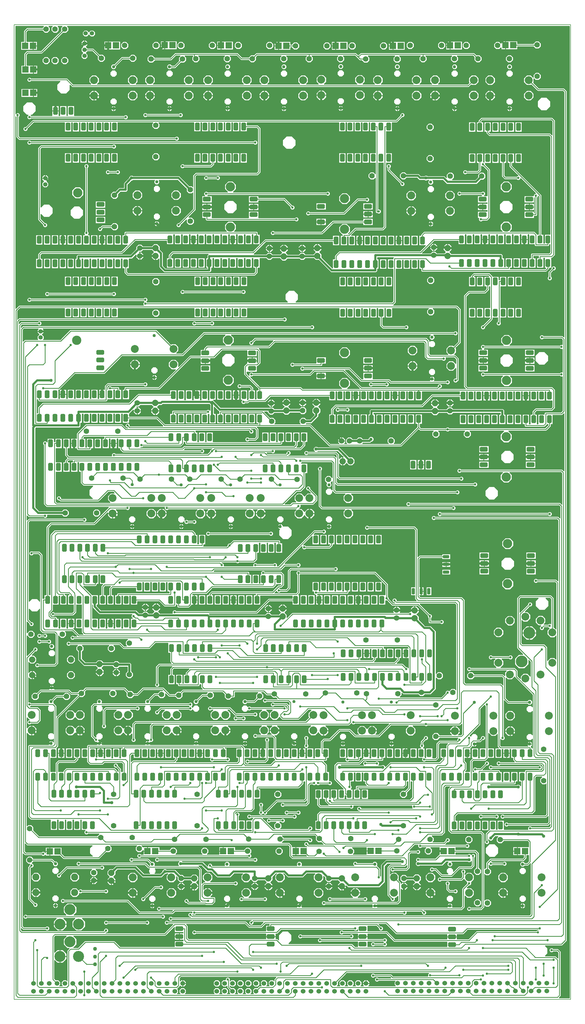
<source format=gbr>
G04 PROTEUS GERBER X2 FILE*
%TF.GenerationSoftware,Labcenter,Proteus,8.6-SP2-Build23525*%
%TF.CreationDate,2019-12-11T18:44:10+00:00*%
%TF.FileFunction,Copper,L1,Top*%
%TF.FilePolarity,Positive*%
%TF.Part,Single*%
%FSLAX45Y45*%
%MOMM*%
G01*
%TA.AperFunction,Conductor*%
%ADD10C,0.254000*%
%ADD11C,0.635000*%
%TA.AperFunction,ViaPad*%
%ADD12C,0.762000*%
%ADD13C,1.016000*%
%AMDIL004*
4,1,8,
-0.762000,0.965200,-0.457200,1.270000,0.457200,1.270000,0.762000,0.965200,0.762000,-0.965200,
0.457200,-1.270000,-0.457200,-1.270000,-0.762000,-0.965200,-0.762000,0.965200,
0*%
%TA.AperFunction,ComponentPad*%
%ADD14DIL004*%
%AMDIL005*
4,1,8,
-1.270000,0.457200,-0.965200,0.762000,0.965200,0.762000,1.270000,0.457200,1.270000,-0.457200,
0.965200,-0.762000,-0.965200,-0.762000,-1.270000,-0.457200,-1.270000,0.457200,
0*%
%TA.AperFunction,ComponentPad*%
%ADD15DIL005*%
%TA.AperFunction,ComponentPad*%
%ADD16C,1.778000*%
%ADD17C,2.032000*%
%ADD18R,2.032000X2.032000*%
%TA.AperFunction,ComponentPad*%
%ADD19C,2.540000*%
%ADD70C,3.810000*%
%AMPPAD011*
4,1,36,
0.203200,-1.016000,
-0.203200,-1.016000,
-0.265520,-1.009940,
-0.323160,-0.992490,
-0.374980,-0.964770,
-0.419890,-0.927890,
-0.456760,-0.882980,
-0.484480,-0.831160,
-0.501930,-0.773520,
-0.508000,-0.711200,
-0.508000,0.711200,
-0.501930,0.773520,
-0.484480,0.831160,
-0.456760,0.882980,
-0.419890,0.927890,
-0.374980,0.964770,
-0.323160,0.992490,
-0.265520,1.009940,
-0.203200,1.016000,
0.203200,1.016000,
0.265520,1.009940,
0.323160,0.992490,
0.374980,0.964770,
0.419890,0.927890,
0.456760,0.882980,
0.484480,0.831160,
0.501930,0.773520,
0.508000,0.711200,
0.508000,-0.711200,
0.501930,-0.773520,
0.484480,-0.831160,
0.456760,-0.882980,
0.419890,-0.927890,
0.374980,-0.964770,
0.323160,-0.992490,
0.265520,-1.009940,
0.203200,-1.016000,
0*%
%TA.AperFunction,ComponentPad*%
%ADD71PPAD011*%
%AMPPAD012*
4,1,36,
1.016000,0.203200,
1.016000,-0.203200,
1.009940,-0.265520,
0.992490,-0.323160,
0.964770,-0.374980,
0.927890,-0.419890,
0.882980,-0.456760,
0.831160,-0.484480,
0.773520,-0.501930,
0.711200,-0.508000,
-0.711200,-0.508000,
-0.773520,-0.501930,
-0.831160,-0.484480,
-0.882980,-0.456760,
-0.927890,-0.419890,
-0.964770,-0.374980,
-0.992490,-0.323160,
-1.009940,-0.265520,
-1.016000,-0.203200,
-1.016000,0.203200,
-1.009940,0.265520,
-0.992490,0.323160,
-0.964770,0.374980,
-0.927890,0.419890,
-0.882980,0.456760,
-0.831160,0.484480,
-0.773520,0.501930,
-0.711200,0.508000,
0.711200,0.508000,
0.773520,0.501930,
0.831160,0.484480,
0.882980,0.456760,
0.927890,0.419890,
0.964770,0.374980,
0.992490,0.323160,
1.009940,0.265520,
1.016000,0.203200,
0*%
%ADD20PPAD012*%
%TA.AperFunction,WasherPad*%
%ADD21C,1.524000*%
%TA.AperFunction,ComponentPad*%
%ADD22C,3.556000*%
%ADD23C,1.270000*%
%TA.AperFunction,WasherPad*%
%ADD24C,1.397000*%
%TA.AperFunction,ComponentPad*%
%ADD25C,1.016000*%
%ADD26C,2.286000*%
%TA.AperFunction,OtherPad,Unknown*%
%ADD27C,3.000000*%
%TA.AperFunction,ComponentPad*%
%ADD28C,3.000000*%
%TA.AperFunction,Profile*%
%ADD29C,0.203200*%
%TD.AperFunction*%
G36*
X+8951741Y-15701741D02*
X+8627099Y-15701741D01*
X+8686799Y-15642041D01*
X+8686799Y-14202959D01*
X+8593541Y-14109701D01*
X+8438963Y-14109701D01*
X+8413563Y-14084301D01*
X+8350437Y-14084301D01*
X+8305801Y-14128937D01*
X+8305801Y-14192063D01*
X+8350437Y-14236699D01*
X+8413563Y-14236699D01*
X+8438963Y-14211299D01*
X+8551459Y-14211299D01*
X+8585201Y-14245041D01*
X+8585201Y-14418861D01*
X+8512791Y-14346451D01*
X+8174766Y-14346451D01*
X+8253349Y-14267868D01*
X+8253349Y-14091332D01*
X+8179316Y-14017299D01*
X+8724041Y-14017299D01*
X+8877299Y-13864041D01*
X+8877299Y+13610041D01*
X+8784042Y+13703298D01*
X+7969192Y+13703298D01*
X+7792912Y+13879578D01*
X+7805349Y+13892014D01*
X+7805349Y+14005847D01*
X+7858045Y+13953151D01*
X+7963255Y+13953151D01*
X+8037649Y+14027545D01*
X+8037649Y+14132755D01*
X+7963255Y+14207149D01*
X+7858045Y+14207149D01*
X+7783651Y+14132755D01*
X+7783651Y+14050484D01*
X+7708636Y+14125499D01*
X+7571864Y+14125499D01*
X+7475151Y+14028786D01*
X+7475151Y+13892014D01*
X+7571864Y+13795301D01*
X+7708636Y+13795301D01*
X+7721072Y+13807738D01*
X+7927108Y+13601702D01*
X+8741958Y+13601702D01*
X+8775701Y+13567959D01*
X+8775701Y+5659839D01*
X+8733241Y+5702299D01*
X+8121463Y+5702299D01*
X+8096063Y+5727699D01*
X+8032937Y+5727699D01*
X+7988301Y+5683063D01*
X+7988301Y+5619937D01*
X+8032937Y+5575301D01*
X+8096063Y+5575301D01*
X+8121463Y+5600701D01*
X+8691159Y+5600701D01*
X+8724901Y+5566959D01*
X+8724901Y+5410199D01*
X+8667937Y+5410199D01*
X+8642537Y+5384799D01*
X+7020661Y+5384799D01*
X+7108349Y+5472487D01*
X+7108349Y+5628313D01*
X+6998163Y+5738499D01*
X+6842337Y+5738499D01*
X+6732151Y+5628313D01*
X+6732151Y+5472487D01*
X+6819839Y+5384799D01*
X+6216463Y+5384799D01*
X+6191063Y+5410199D01*
X+6127937Y+5410199D01*
X+6083301Y+5365563D01*
X+6083301Y+5302437D01*
X+6123329Y+5262409D01*
X+5999831Y+5262409D01*
X+5999831Y+5033811D01*
X+6330029Y+5033811D01*
X+6330029Y+5262409D01*
X+6195671Y+5262409D01*
X+6216463Y+5283201D01*
X+8642537Y+5283201D01*
X+8667937Y+5257801D01*
X+8724901Y+5257801D01*
X+8724901Y+4521199D01*
X+8667937Y+4521199D01*
X+8642537Y+4495799D01*
X+6216463Y+4495799D01*
X+6191063Y+4521199D01*
X+6127937Y+4521199D01*
X+6083301Y+4476563D01*
X+6083301Y+4413437D01*
X+6127937Y+4368801D01*
X+6191063Y+4368801D01*
X+6216463Y+4394201D01*
X+6798039Y+4394201D01*
X+6732151Y+4328313D01*
X+6732151Y+4172487D01*
X+6842337Y+4062301D01*
X+6998163Y+4062301D01*
X+7108349Y+4172487D01*
X+7108349Y+4328313D01*
X+7042461Y+4394201D01*
X+8642537Y+4394201D01*
X+8667937Y+4368801D01*
X+8724901Y+4368801D01*
X+8724901Y+3272241D01*
X+8678459Y+3225799D01*
X+8170459Y+3225799D01*
X+8140701Y+3196041D01*
X+8140701Y+3163499D01*
X+7941951Y+3163499D01*
X+7941951Y+2844799D01*
X+7916549Y+2844799D01*
X+7916549Y+3163499D01*
X+7853049Y+3163499D01*
X+7853049Y+3217459D01*
X+7900612Y+3265022D01*
X+8403041Y+3265022D01*
X+8496299Y+3358280D01*
X+8496299Y+3958041D01*
X+8403041Y+4051299D01*
X+5672541Y+4051299D01*
X+5638799Y+4085041D01*
X+5638799Y+6963959D01*
X+5735045Y+7060205D01*
X+6244041Y+7060205D01*
X+6360799Y+7176963D01*
X+6360799Y+7287121D01*
X+6384201Y+7287121D01*
X+6384201Y+6607319D01*
X+6195701Y+6607319D01*
X+6195701Y+6277121D01*
X+6384201Y+6277121D01*
X+6384201Y+6265541D01*
X+6163859Y+6045199D01*
X+6127937Y+6045199D01*
X+6083301Y+6000563D01*
X+6083301Y+5937437D01*
X+6127937Y+5892801D01*
X+6191063Y+5892801D01*
X+6235699Y+5937437D01*
X+6235699Y+5973359D01*
X+6485799Y+6223459D01*
X+6485799Y+6277121D01*
X+6634201Y+6277121D01*
X+6634201Y+6170463D01*
X+6591301Y+6127563D01*
X+6591301Y+6064437D01*
X+6635937Y+6019801D01*
X+6699063Y+6019801D01*
X+6743699Y+6064437D01*
X+6743699Y+6127563D01*
X+6735799Y+6135463D01*
X+6735799Y+6277121D01*
X+6924299Y+6277121D01*
X+6924299Y+6607319D01*
X+6735799Y+6607319D01*
X+6735799Y+7287121D01*
X+6924299Y+7287121D01*
X+6924299Y+7617319D01*
X+6695701Y+7617319D01*
X+6695701Y+7503019D01*
X+6674299Y+7503019D01*
X+6674299Y+7617319D01*
X+6485799Y+7617319D01*
X+6485799Y+7619541D01*
X+6371041Y+7734299D01*
X+5852459Y+7734299D01*
X+5759201Y+7641041D01*
X+5759201Y+7617319D01*
X+5695701Y+7617319D01*
X+5695701Y+7287121D01*
X+5924299Y+7287121D01*
X+5924299Y+7617319D01*
X+5879159Y+7617319D01*
X+5894541Y+7632701D01*
X+6328959Y+7632701D01*
X+6344341Y+7617319D01*
X+6195701Y+7617319D01*
X+6195701Y+7287121D01*
X+6259201Y+7287121D01*
X+6259201Y+7219045D01*
X+6201959Y+7161803D01*
X+5692963Y+7161803D01*
X+5537201Y+7006041D01*
X+5537201Y+4042959D01*
X+5592361Y+3987799D01*
X+4758139Y+3987799D01*
X+4758141Y+3987801D01*
X+4794063Y+3987801D01*
X+4838699Y+4032437D01*
X+4838699Y+4095563D01*
X+4794063Y+4140199D01*
X+4730937Y+4140199D01*
X+4686301Y+4095563D01*
X+4686301Y+4059641D01*
X+4677959Y+4051299D01*
X+2243541Y+4051299D01*
X+1710139Y+4584701D01*
X+1820459Y+4584701D01*
X+2201459Y+4203701D01*
X+3090459Y+4203701D01*
X+3153959Y+4140201D01*
X+4959537Y+4140201D01*
X+4984937Y+4114801D01*
X+5048063Y+4114801D01*
X+5092699Y+4159437D01*
X+5092699Y+4222563D01*
X+5048063Y+4267199D01*
X+4984937Y+4267199D01*
X+4959537Y+4241799D01*
X+4577371Y+4241799D01*
X+4599149Y+4263577D01*
X+4599149Y+4337223D01*
X+4547073Y+4389299D01*
X+4473427Y+4389299D01*
X+4421351Y+4337223D01*
X+4421351Y+4263577D01*
X+4443129Y+4241799D01*
X+3196041Y+4241799D01*
X+3132541Y+4305299D01*
X+2605349Y+4305299D01*
X+2605349Y+4514699D01*
X+2275151Y+4514699D01*
X+2275151Y+4305299D01*
X+2243541Y+4305299D01*
X+1862541Y+4686299D01*
X+374463Y+4686299D01*
X+349063Y+4711699D01*
X+285937Y+4711699D01*
X+241301Y+4667063D01*
X+241301Y+4603937D01*
X+285937Y+4559301D01*
X+349063Y+4559301D01*
X+374463Y+4584701D01*
X+639361Y+4584701D01*
X+550459Y+4495799D01*
X-1276537Y+4495799D01*
X-1301937Y+4521199D01*
X-1365063Y+4521199D01*
X-1409699Y+4476563D01*
X-1409699Y+4416289D01*
X-1473201Y+4479791D01*
X-1473201Y+4526101D01*
X-1144651Y+4526101D01*
X-1144651Y+4711701D01*
X-1121959Y+4711701D01*
X-1028701Y+4804959D01*
X-1028701Y+5228041D01*
X-1083861Y+5283201D01*
X-740959Y+5283201D01*
X-550459Y+5473701D01*
X+4233459Y+5473701D01*
X+4267201Y+5439959D01*
X+4267201Y+4995459D01*
X+4360459Y+4902201D01*
X+4832537Y+4902201D01*
X+4857937Y+4876801D01*
X+4921063Y+4876801D01*
X+4965699Y+4921437D01*
X+4965699Y+4984563D01*
X+4958811Y+4991451D01*
X+5223709Y+4991451D01*
X+5283201Y+4931959D01*
X+5283201Y+4800934D01*
X+5198636Y+4885499D01*
X+5061864Y+4885499D01*
X+4965151Y+4788786D01*
X+4965151Y+4652014D01*
X+5061864Y+4555301D01*
X+5198636Y+4555301D01*
X+5283201Y+4639866D01*
X+5283201Y+4330699D01*
X+5238937Y+4330699D01*
X+5194301Y+4286063D01*
X+5194301Y+4222937D01*
X+5238937Y+4178301D01*
X+5302063Y+4178301D01*
X+5343450Y+4219688D01*
X+5355041Y+4219688D01*
X+5384799Y+4249446D01*
X+5384799Y+4974041D01*
X+5265791Y+5093049D01*
X+5236384Y+5093049D01*
X+5295349Y+5152014D01*
X+5295349Y+5288786D01*
X+5282912Y+5301222D01*
X+5448299Y+5466609D01*
X+5448299Y+6561541D01*
X+5324091Y+6685749D01*
X+3265089Y+6685749D01*
X+3352799Y+6773459D01*
X+3352799Y+7850521D01*
X+3555339Y+7850521D01*
X+3555339Y+8140701D01*
X+3580741Y+8140701D01*
X+3580741Y+7850521D01*
X+3809339Y+7850521D01*
X+3809339Y+8140701D01*
X+3834741Y+8140701D01*
X+3834741Y+7850521D01*
X+4063339Y+7850521D01*
X+4063339Y+8140701D01*
X+4088741Y+8140701D01*
X+4088741Y+7850521D01*
X+4152241Y+7850521D01*
X+4152241Y+7789460D01*
X+4181999Y+7759702D01*
X+8212542Y+7759702D01*
X+8311299Y+7858459D01*
X+8311299Y+7885601D01*
X+8369301Y+7885601D01*
X+8369301Y+7869641D01*
X+8267701Y+7768041D01*
X+8267701Y+7613463D01*
X+8242301Y+7588063D01*
X+8242301Y+7524937D01*
X+8286937Y+7480301D01*
X+8350063Y+7480301D01*
X+8394699Y+7524937D01*
X+8394699Y+7588063D01*
X+8369299Y+7613463D01*
X+8369299Y+7725959D01*
X+8441141Y+7797801D01*
X+8477063Y+7797801D01*
X+8521699Y+7842437D01*
X+8521699Y+7905563D01*
X+8477063Y+7950199D01*
X+8413937Y+7950199D01*
X+8374799Y+7911061D01*
X+8374799Y+8204201D01*
X+8403041Y+8204201D01*
X+8496299Y+8297459D01*
X+8496299Y+12657541D01*
X+8403041Y+12750799D01*
X+6102459Y+12750799D01*
X+6009201Y+12657541D01*
X+6009201Y+12615099D01*
X+5945701Y+12615099D01*
X+5945701Y+12284901D01*
X+6174299Y+12284901D01*
X+6174299Y+12615099D01*
X+6110799Y+12615099D01*
X+6110799Y+12615459D01*
X+6144541Y+12649201D01*
X+8360959Y+12649201D01*
X+8394701Y+12615459D01*
X+8394701Y+12187639D01*
X+8339541Y+12242799D01*
X+6394541Y+12242799D01*
X+6360799Y+12276541D01*
X+6360799Y+12284901D01*
X+6424299Y+12284901D01*
X+6424299Y+12615099D01*
X+6195701Y+12615099D01*
X+6195701Y+12284901D01*
X+6259201Y+12284901D01*
X+6259201Y+12234459D01*
X+6352459Y+12141201D01*
X+8297459Y+12141201D01*
X+8331201Y+12107459D01*
X+8331201Y+8977799D01*
X+8146201Y+8977799D01*
X+8146201Y+8686799D01*
X+8120799Y+8686799D01*
X+8120799Y+8977799D01*
X+8057299Y+8977799D01*
X+8057299Y+10250541D01*
X+7110799Y+11197041D01*
X+7110799Y+11274901D01*
X+7174299Y+11274901D01*
X+7174299Y+11605099D01*
X+6945701Y+11605099D01*
X+6945701Y+11274901D01*
X+7009201Y+11274901D01*
X+7009201Y+11154959D01*
X+7292961Y+10871199D01*
X+7270937Y+10871199D01*
X+7245537Y+10845799D01*
X+6894541Y+10845799D01*
X+6860799Y+10879541D01*
X+6860799Y+11274901D01*
X+6924299Y+11274901D01*
X+6924299Y+11605099D01*
X+6695701Y+11605099D01*
X+6695701Y+11274901D01*
X+6759201Y+11274901D01*
X+6759201Y+10837459D01*
X+6852459Y+10744201D01*
X+7245537Y+10744201D01*
X+7270937Y+10718801D01*
X+7334063Y+10718801D01*
X+7378699Y+10763437D01*
X+7378699Y+10785461D01*
X+7864461Y+10299699D01*
X+7842437Y+10299699D01*
X+7797801Y+10255063D01*
X+7797801Y+10224949D01*
X+7492531Y+10224949D01*
X+7492531Y+9996351D01*
X+7822729Y+9996351D01*
X+7822729Y+10167009D01*
X+7823201Y+10166537D01*
X+7823201Y+9661448D01*
X+7822729Y+9661448D01*
X+7822729Y+9724949D01*
X+7492531Y+9724949D01*
X+7492531Y+9496351D01*
X+7822729Y+9496351D01*
X+7822729Y+9559852D01*
X+7895041Y+9559852D01*
X+7924799Y+9589610D01*
X+7924799Y+10166537D01*
X+7950199Y+10191937D01*
X+7950199Y+10213961D01*
X+7955701Y+10208459D01*
X+7955701Y+8977799D01*
X+7921541Y+8977799D01*
X+7831541Y+9067799D01*
X+7033661Y+9067799D01*
X+7098349Y+9132487D01*
X+7098349Y+9288313D01*
X+6988163Y+9398499D01*
X+6832337Y+9398499D01*
X+6722151Y+9288313D01*
X+6722151Y+9132487D01*
X+6786839Y+9067799D01*
X+4245499Y+9067799D01*
X+4152241Y+8974541D01*
X+4152241Y+8942719D01*
X+4088741Y+8942719D01*
X+4088741Y+8612521D01*
X+4299981Y+8612521D01*
X+4120259Y+8432799D01*
X+1502959Y+8432799D01*
X+1358241Y+8288081D01*
X+1358241Y+8180719D01*
X+1294741Y+8180719D01*
X+1294741Y+7884039D01*
X+942739Y+8236041D01*
X+942739Y+8334825D01*
X+873604Y+8403960D01*
X+942739Y+8473095D01*
X+942739Y+8588825D01*
X+860905Y+8670659D01*
X+745175Y+8670659D01*
X+663341Y+8588825D01*
X+663341Y+8473095D01*
X+732476Y+8403960D01*
X+664405Y+8335889D01*
X+422795Y+8335889D01*
X+365645Y+8393039D01*
X+260435Y+8393039D01*
X+194045Y+8326649D01*
X-151785Y+8326649D01*
X-208936Y+8383800D01*
X-139801Y+8452935D01*
X-139801Y+8568665D01*
X-221635Y+8650499D01*
X-337365Y+8650499D01*
X-419199Y+8568665D01*
X-419199Y+8452935D01*
X-350064Y+8383800D01*
X-398135Y+8335729D01*
X-637205Y+8335729D01*
X-694355Y+8392879D01*
X-799565Y+8392879D01*
X-856715Y+8335729D01*
X-1244431Y+8335729D01*
X-853339Y+8726821D01*
X+1294741Y+8726821D01*
X+1294741Y+8612521D01*
X+1523339Y+8612521D01*
X+1523339Y+8942719D01*
X+1294741Y+8942719D01*
X+1294741Y+8828419D01*
X-895421Y+8828419D01*
X-1055201Y+8668639D01*
X-1055201Y+8975899D01*
X-1118702Y+8975899D01*
X-1118702Y+9038041D01*
X-1148460Y+9067799D01*
X-1886339Y+9067799D01*
X-1821651Y+9132487D01*
X-1821651Y+9288313D01*
X-1931837Y+9398499D01*
X-2087663Y+9398499D01*
X-2197849Y+9288313D01*
X-2197849Y+9132487D01*
X-2133161Y+9067799D01*
X-5420541Y+9067799D01*
X-5450299Y+9038041D01*
X-5450299Y+8965899D01*
X-5513799Y+8965899D01*
X-5513799Y+8635701D01*
X-5342639Y+8635701D01*
X-5545541Y+8432799D01*
X-8149041Y+8432799D01*
X-8244299Y+8337541D01*
X-8244299Y+8203899D01*
X-8307799Y+8203899D01*
X-8307799Y+7873701D01*
X-8079201Y+7873701D01*
X-8079201Y+8203899D01*
X-8142701Y+8203899D01*
X-8142701Y+8295459D01*
X-8106959Y+8331201D01*
X-5503459Y+8331201D01*
X-5074659Y+8760001D01*
X-4077799Y+8760001D01*
X-4077799Y+8645701D01*
X-3849201Y+8645701D01*
X-3849201Y+8966201D01*
X-3823799Y+8966201D01*
X-3823799Y+8645701D01*
X-3595201Y+8645701D01*
X-3595201Y+8966201D01*
X-3569799Y+8966201D01*
X-3569799Y+8645701D01*
X-3341201Y+8645701D01*
X-3341201Y+8966201D01*
X-3315799Y+8966201D01*
X-3315799Y+8645701D01*
X-3087201Y+8645701D01*
X-3087201Y+8966201D01*
X-3061799Y+8966201D01*
X-3061799Y+8645701D01*
X-2833201Y+8645701D01*
X-2833201Y+8966201D01*
X-2807799Y+8966201D01*
X-2807799Y+8645701D01*
X-2579201Y+8645701D01*
X-2579201Y+8966201D01*
X-2553799Y+8966201D01*
X-2553799Y+8645701D01*
X-2325201Y+8645701D01*
X-2325201Y+8966201D01*
X-2299799Y+8966201D01*
X-2299799Y+8645701D01*
X-2071201Y+8645701D01*
X-2071201Y+8966201D01*
X-2045799Y+8966201D01*
X-2045799Y+8645701D01*
X-1817201Y+8645701D01*
X-1817201Y+8966201D01*
X-1791799Y+8966201D01*
X-1791799Y+8645701D01*
X-1563201Y+8645701D01*
X-1563201Y+8966201D01*
X-1537799Y+8966201D01*
X-1537799Y+8645701D01*
X-1309201Y+8645701D01*
X-1309201Y+8966201D01*
X-1283799Y+8966201D01*
X-1283799Y+8645701D01*
X-1078139Y+8645701D01*
X-1291041Y+8432799D01*
X-3894541Y+8432799D01*
X-4014299Y+8313041D01*
X-4014299Y+8213899D01*
X-4077799Y+8213899D01*
X-4077799Y+7883701D01*
X-3849201Y+7883701D01*
X-3849201Y+8213899D01*
X-3912701Y+8213899D01*
X-3912701Y+8270959D01*
X-3852459Y+8331201D01*
X-2726959Y+8331201D01*
X-2763349Y+8294811D01*
X-2763349Y+8213899D01*
X-2807799Y+8213899D01*
X-2807799Y+7883701D01*
X-2763349Y+7883701D01*
X-2763349Y+7880349D01*
X-4098569Y+7880349D01*
X-4184651Y+7966431D01*
X-4184651Y+8387911D01*
X-4287601Y+8490861D01*
X-4287601Y+8589645D01*
X-4369435Y+8671479D01*
X-4485165Y+8671479D01*
X-4555015Y+8601629D01*
X-4830245Y+8601629D01*
X-4887395Y+8658779D01*
X-4992605Y+8658779D01*
X-5066999Y+8584385D01*
X-5066999Y+8503561D01*
X-5245711Y+8324849D01*
X-6952431Y+8324849D01*
X-6993349Y+8283931D01*
X-6993349Y+8203899D01*
X-7037799Y+8203899D01*
X-7037799Y+7873701D01*
X-6809201Y+7873701D01*
X-6809201Y+8185151D01*
X-6783799Y+8185151D01*
X-6783799Y+7873701D01*
X-6555201Y+7873701D01*
X-6555201Y+8185151D01*
X-6529799Y+8185151D01*
X-6529799Y+7873701D01*
X-6301201Y+7873701D01*
X-6301201Y+8185151D01*
X-6275799Y+8185151D01*
X-6275799Y+7873701D01*
X-6047201Y+7873701D01*
X-6047201Y+8185151D01*
X-6021799Y+8185151D01*
X-6021799Y+7873701D01*
X-5793201Y+7873701D01*
X-5793201Y+8185151D01*
X-5767799Y+8185151D01*
X-5767799Y+7873701D01*
X-5539201Y+7873701D01*
X-5539201Y+8185151D01*
X-5513799Y+8185151D01*
X-5513799Y+7873701D01*
X-5450299Y+7873701D01*
X-5450299Y+7727959D01*
X-5355041Y+7632701D01*
X-1211959Y+7632701D01*
X-1118701Y+7725959D01*
X-1118701Y+7883701D01*
X-1055201Y+7883701D01*
X-1055201Y+8196031D01*
X-856715Y+8196031D01*
X-799565Y+8138881D01*
X-694355Y+8138881D01*
X-637205Y+8196031D01*
X-416295Y+8196031D01*
X-337365Y+8117101D01*
X-221635Y+8117101D01*
X-151785Y+8186951D01*
X+212525Y+8186951D01*
X+260435Y+8139041D01*
X+365645Y+8139041D01*
X+422795Y+8196191D01*
X+686245Y+8196191D01*
X+745175Y+8137261D01*
X+843959Y+8137261D01*
X+1240569Y+7740651D01*
X+2707971Y+7740651D01*
X+2748889Y+7781569D01*
X+2748889Y+7850521D01*
X+2793339Y+7850521D01*
X+2793339Y+8180719D01*
X+2748889Y+8180719D01*
X+2748889Y+8229171D01*
X+3267831Y+8229171D01*
X+3251201Y+8212541D01*
X+3251201Y+8180719D01*
X+3072741Y+8180719D01*
X+3072741Y+7850521D01*
X+3251201Y+7850521D01*
X+3251201Y+6815541D01*
X+3217459Y+6781799D01*
X+103016Y+6781799D01*
X+183349Y+6862132D01*
X+183349Y+7038668D01*
X+58518Y+7163499D01*
X-118018Y+7163499D01*
X-242849Y+7038668D01*
X-242849Y+6862132D01*
X-162516Y+6781799D01*
X-4705537Y+6781799D01*
X-4718238Y+6794500D01*
X-4686301Y+6826437D01*
X-4686301Y+6889563D01*
X-4730937Y+6934199D01*
X-4794063Y+6934199D01*
X-4819463Y+6908799D01*
X-8452037Y+6908799D01*
X-8477437Y+6934199D01*
X-8540563Y+6934199D01*
X-8585199Y+6889563D01*
X-8585199Y+6826437D01*
X-8540563Y+6781801D01*
X-8477437Y+6781801D01*
X-8452037Y+6807201D01*
X-4819463Y+6807201D01*
X-4806762Y+6794500D01*
X-4838699Y+6762563D01*
X-4838699Y+6699437D01*
X-4825011Y+6685749D01*
X-8847541Y+6685749D01*
X-8951741Y+6581549D01*
X-8951741Y+12780979D01*
X-8940799Y+12770037D01*
X-8940799Y+12107459D01*
X-8847541Y+12014201D01*
X-3803463Y+12014201D01*
X-3778063Y+11988801D01*
X-3714937Y+11988801D01*
X-3670301Y+12033437D01*
X-3670301Y+12096563D01*
X-3714937Y+12141199D01*
X-3778063Y+12141199D01*
X-3803463Y+12115799D01*
X-8805459Y+12115799D01*
X-8839201Y+12149541D01*
X-8839201Y+12770037D01*
X-8813801Y+12795437D01*
X-8813801Y+12858563D01*
X-8858437Y+12903199D01*
X-8921563Y+12903199D01*
X-8951741Y+12873021D01*
X-8951741Y+15701741D01*
X-8054013Y+15701741D01*
X-8096749Y+15659005D01*
X-8096749Y+15657199D01*
X-8593541Y+15657199D01*
X-8700549Y+15550191D01*
X-8700549Y+15210099D01*
X-8789449Y+15210099D01*
X-8789449Y+14930701D01*
X-8256051Y+14930701D01*
X-8256051Y+15210099D01*
X-8598951Y+15210099D01*
X-8598951Y+15508109D01*
X-8551459Y+15555601D01*
X-8096749Y+15555601D01*
X-8096749Y+15553795D01*
X-8022355Y+15479401D01*
X-7917145Y+15479401D01*
X-7842751Y+15553795D01*
X-7842751Y+15659005D01*
X-7885487Y+15701741D01*
X-7768663Y+15701741D01*
X-7807149Y+15663255D01*
X-7807149Y+15558045D01*
X-7732755Y+15483651D01*
X-7627545Y+15483651D01*
X-7553151Y+15558045D01*
X-7553151Y+15663255D01*
X-7591637Y+15701741D01*
X-7454013Y+15701741D01*
X-7496749Y+15659005D01*
X-7496749Y+15553795D01*
X-7495472Y+15552518D01*
X-8138191Y+14909799D01*
X-8593541Y+14909799D01*
X-8690549Y+14812791D01*
X-8690549Y+14440099D01*
X-8779449Y+14440099D01*
X-8779449Y+14160701D01*
X-8246051Y+14160701D01*
X-8246051Y+14440099D01*
X-8588951Y+14440099D01*
X-8588951Y+14770709D01*
X-8551459Y+14808201D01*
X-8096109Y+14808201D01*
X-7423632Y+15480678D01*
X-7422355Y+15479401D01*
X-7317145Y+15479401D01*
X-7242751Y+15553795D01*
X-7242751Y+15659005D01*
X-7285487Y+15701741D01*
X+8951741Y+15701741D01*
X+8951741Y-15701741D01*
G37*
%LPC*%
G36*
X-8307799Y+8965899D02*
X-8079201Y+8965899D01*
X-8079201Y+8635701D01*
X-8307799Y+8635701D01*
X-8307799Y+8965899D01*
G37*
G36*
X-8053799Y+8965899D02*
X-7825201Y+8965899D01*
X-7825201Y+8635701D01*
X-8053799Y+8635701D01*
X-8053799Y+8965899D01*
G37*
G36*
X-7799799Y+8965899D02*
X-7571201Y+8965899D01*
X-7571201Y+8635701D01*
X-7799799Y+8635701D01*
X-7799799Y+8965899D01*
G37*
G36*
X-7545799Y+8965899D02*
X-7317201Y+8965899D01*
X-7317201Y+8635701D01*
X-7545799Y+8635701D01*
X-7545799Y+8965899D01*
G37*
G36*
X-7291799Y+8965899D02*
X-7063201Y+8965899D01*
X-7063201Y+8635701D01*
X-7291799Y+8635701D01*
X-7291799Y+8965899D01*
G37*
G36*
X-7037799Y+8965899D02*
X-6809201Y+8965899D01*
X-6809201Y+8635701D01*
X-7037799Y+8635701D01*
X-7037799Y+8965899D01*
G37*
G36*
X-6591301Y+11207563D02*
X-6591301Y+11144437D01*
X-6616701Y+11119037D01*
X-6616701Y+9073963D01*
X-6591301Y+9048563D01*
X-6591301Y+8985437D01*
X-6610839Y+8965899D01*
X-6555201Y+8965899D01*
X-6555201Y+8635701D01*
X-6783799Y+8635701D01*
X-6783799Y+8965899D01*
X-6724161Y+8965899D01*
X-6743699Y+8985437D01*
X-6743699Y+9048563D01*
X-6718299Y+9073963D01*
X-6718299Y+11119037D01*
X-6743699Y+11144437D01*
X-6743699Y+11207563D01*
X-6699063Y+11252199D01*
X-6635937Y+11252199D01*
X-6591301Y+11207563D01*
G37*
G36*
X-6529799Y+8965899D02*
X-6301201Y+8965899D01*
X-6301201Y+8635701D01*
X-6529799Y+8635701D01*
X-6529799Y+8965899D01*
G37*
G36*
X-6275799Y+8965899D02*
X-6047201Y+8965899D01*
X-6047201Y+8635701D01*
X-6275799Y+8635701D01*
X-6275799Y+8965899D01*
G37*
G36*
X-6021799Y+8965899D02*
X-5793201Y+8965899D01*
X-5793201Y+8635701D01*
X-6021799Y+8635701D01*
X-6021799Y+8965899D01*
G37*
G36*
X-5767799Y+8965899D02*
X-5539201Y+8965899D01*
X-5539201Y+8635701D01*
X-5767799Y+8635701D01*
X-5767799Y+8965899D01*
G37*
G36*
X-7291799Y+8203899D02*
X-7063201Y+8203899D01*
X-7063201Y+7873701D01*
X-7291799Y+7873701D01*
X-7291799Y+8203899D01*
G37*
G36*
X-7545799Y+8203899D02*
X-7317201Y+8203899D01*
X-7317201Y+7873701D01*
X-7545799Y+7873701D01*
X-7545799Y+8203899D01*
G37*
G36*
X-7799799Y+8203899D02*
X-7571201Y+8203899D01*
X-7571201Y+7873701D01*
X-7799799Y+7873701D01*
X-7799799Y+8203899D01*
G37*
G36*
X-8053799Y+8203899D02*
X-7825201Y+8203899D01*
X-7825201Y+7873701D01*
X-8053799Y+7873701D01*
X-8053799Y+8203899D01*
G37*
G36*
X-1094651Y+10161199D02*
X-246859Y+10161199D01*
X-4359Y+9918699D01*
X+31563Y+9918699D01*
X+76199Y+9874063D01*
X+76199Y+9810937D01*
X+31563Y+9766301D01*
X-31563Y+9766301D01*
X-76199Y+9810937D01*
X-76199Y+9846859D01*
X-288941Y+10059601D01*
X-1094651Y+10059601D01*
X-1094651Y+9996101D01*
X-1424849Y+9996101D01*
X-1424849Y+10224699D01*
X-1094651Y+10224699D01*
X-1094651Y+10161199D01*
G37*
G36*
X-1424849Y+9746101D02*
X-1424849Y+9974699D01*
X-1094651Y+9974699D01*
X-1094651Y+9746101D01*
X-1424849Y+9746101D01*
G37*
G36*
X-2605051Y+9512299D02*
X-1424849Y+9512299D01*
X-1424849Y+9724699D01*
X-1094651Y+9724699D01*
X-1094651Y+9512299D01*
X+70037Y+9512299D01*
X+95437Y+9537699D01*
X+158563Y+9537699D01*
X+203199Y+9493063D01*
X+203199Y+9429937D01*
X+158563Y+9385301D01*
X+95437Y+9385301D01*
X+70037Y+9410701D01*
X-2791191Y+9410701D01*
X-2820949Y+9440459D01*
X-2820949Y+9496351D01*
X-2935249Y+9496351D01*
X-2935249Y+9724949D01*
X-2605051Y+9724949D01*
X-2605051Y+9512299D01*
G37*
G36*
X-1821651Y+10588313D02*
X-1821651Y+10432487D01*
X-1916339Y+10337799D01*
X+1086037Y+10337799D01*
X+1111437Y+10363199D01*
X+1174563Y+10363199D01*
X+1219199Y+10318563D01*
X+1219199Y+10255437D01*
X+1174563Y+10210801D01*
X+1111437Y+10210801D01*
X+1086037Y+10236201D01*
X-2737037Y+10236201D01*
X-2748289Y+10224949D01*
X-2605051Y+10224949D01*
X-2605051Y+9996351D01*
X-2935249Y+9996351D01*
X-2935249Y+10224949D01*
X-2839711Y+10224949D01*
X-2870199Y+10255437D01*
X-2870199Y+10318563D01*
X-2825563Y+10363199D01*
X-2762437Y+10363199D01*
X-2737037Y+10337799D01*
X-2103161Y+10337799D01*
X-2197849Y+10432487D01*
X-2197849Y+10588313D01*
X-2087663Y+10698499D01*
X-1931837Y+10698499D01*
X-1821651Y+10588313D01*
G37*
G36*
X-2935249Y+9746351D02*
X-2935249Y+9974949D01*
X-2605051Y+9974949D01*
X-2605051Y+9746351D01*
X-2935249Y+9746351D01*
G37*
G36*
X+7492531Y+9746351D02*
X+7492531Y+9974949D01*
X+7822729Y+9974949D01*
X+7822729Y+9746351D01*
X+7492531Y+9746351D01*
G37*
G36*
X+6424299Y+11274901D02*
X+6231861Y+11274901D01*
X+6235699Y+11271063D01*
X+6235699Y+11235141D01*
X+6400799Y+11070041D01*
X+6400799Y+9503959D01*
X+6307541Y+9410701D01*
X+6152963Y+9410701D01*
X+6127563Y+9385301D01*
X+6064437Y+9385301D01*
X+6019801Y+9429937D01*
X+6019801Y+9493063D01*
X+6022589Y+9495851D01*
X+5985231Y+9495851D01*
X+5985231Y+9724449D01*
X+6299201Y+9724449D01*
X+6299201Y+9745851D01*
X+5985231Y+9745851D01*
X+5985231Y+9974449D01*
X+6299201Y+9974449D01*
X+6299201Y+9995851D01*
X+5985231Y+9995851D01*
X+5985231Y+10224449D01*
X+6114289Y+10224449D01*
X+6102537Y+10236201D01*
X+5454463Y+10236201D01*
X+5429063Y+10210801D01*
X+5365937Y+10210801D01*
X+5321301Y+10255437D01*
X+5321301Y+10318563D01*
X+5365937Y+10363199D01*
X+5429063Y+10363199D01*
X+5454463Y+10337799D01*
X+6102537Y+10337799D01*
X+6127937Y+10363199D01*
X+6191063Y+10363199D01*
X+6235699Y+10318563D01*
X+6235699Y+10255437D01*
X+6204711Y+10224449D01*
X+6299201Y+10224449D01*
X+6299201Y+11027959D01*
X+6163859Y+11163301D01*
X+6127937Y+11163301D01*
X+6110799Y+11180439D01*
X+6110799Y+11027959D01*
X+6017542Y+10934702D01*
X+5996500Y+10934702D01*
X+5644963Y+10934701D01*
X+5619563Y+10909301D01*
X+5556437Y+10909301D01*
X+5511801Y+10953937D01*
X+5511801Y+11017063D01*
X+5556437Y+11061699D01*
X+5619563Y+11061699D01*
X+5644963Y+11036299D01*
X+5975458Y+11036298D01*
X+6009201Y+11070041D01*
X+6009201Y+11274901D01*
X+5945701Y+11274901D01*
X+5945701Y+11605099D01*
X+6174299Y+11605099D01*
X+6174299Y+11315699D01*
X+6191063Y+11315699D01*
X+6195701Y+11311061D01*
X+6195701Y+11605099D01*
X+6424299Y+11605099D01*
X+6424299Y+11274901D01*
G37*
G36*
X-3061799Y+8213899D02*
X-2833201Y+8213899D01*
X-2833201Y+7883701D01*
X-3061799Y+7883701D01*
X-3061799Y+8213899D01*
G37*
G36*
X-3315799Y+8213899D02*
X-3087201Y+8213899D01*
X-3087201Y+7883701D01*
X-3315799Y+7883701D01*
X-3315799Y+8213899D01*
G37*
G36*
X-3569799Y+8213899D02*
X-3341201Y+8213899D01*
X-3341201Y+7883701D01*
X-3569799Y+7883701D01*
X-3569799Y+8213899D01*
G37*
G36*
X-3823799Y+8213899D02*
X-3595201Y+8213899D01*
X-3595201Y+7883701D01*
X-3823799Y+7883701D01*
X-3823799Y+8213899D01*
G37*
G36*
X+3632199Y+12858563D02*
X+3632199Y+12795437D01*
X+3587563Y+12750801D01*
X+3551641Y+12750801D01*
X+3386541Y+12585701D01*
X+3224549Y+12585701D01*
X+3224549Y+12295301D01*
X+3035298Y+12295301D01*
X+3035298Y+11615499D01*
X+3224549Y+11615499D01*
X+3224549Y+11285301D01*
X+3035298Y+11285301D01*
X+3035298Y+9186458D01*
X+2942041Y+9093201D01*
X+2055041Y+9093201D01*
X+1904559Y+8942719D01*
X+2031339Y+8942719D01*
X+2031339Y+8612521D01*
X+1802741Y+8612521D01*
X+1802741Y+8896711D01*
X+1777339Y+8896711D01*
X+1777339Y+8612521D01*
X+1548741Y+8612521D01*
X+1548741Y+8942719D01*
X+1612241Y+8942719D01*
X+1612241Y+8952301D01*
X+1602337Y+8952301D01*
X+1492151Y+9062487D01*
X+1492151Y+9218313D01*
X+1602337Y+9328499D01*
X+1758163Y+9328499D01*
X+1868349Y+9218313D01*
X+1868349Y+9062487D01*
X+1804171Y+8998309D01*
X+1816469Y+8998309D01*
X+2012959Y+9194799D01*
X+2899959Y+9194799D01*
X+2933702Y+9228542D01*
X+2933702Y+11285301D01*
X+2781299Y+11285301D01*
X+2781299Y+9791699D01*
X+2825563Y+9791699D01*
X+2870199Y+9747063D01*
X+2870199Y+9683937D01*
X+2825563Y+9639301D01*
X+2762437Y+9639301D01*
X+2743552Y+9658186D01*
X+2709459Y+9658186D01*
X+2679701Y+9687944D01*
X+2679701Y+10793077D01*
X+2624855Y+10738231D01*
X+2519645Y+10738231D01*
X+2445251Y+10812625D01*
X+2445251Y+10917835D01*
X+2519645Y+10992229D01*
X+2624855Y+10992229D01*
X+2679701Y+10937383D01*
X+2679701Y+11285301D01*
X+2495951Y+11285301D01*
X+2495951Y+11615499D01*
X+2679701Y+11615499D01*
X+2679701Y+12295301D01*
X+2495951Y+12295301D01*
X+2495951Y+12585701D01*
X+2474549Y+12585701D01*
X+2474549Y+12295301D01*
X+2245951Y+12295301D01*
X+2245951Y+12585701D01*
X+2224549Y+12585701D01*
X+2224549Y+12295301D01*
X+1995951Y+12295301D01*
X+1995951Y+12585701D01*
X+1974549Y+12585701D01*
X+1974549Y+12295301D01*
X+1745951Y+12295301D01*
X+1745951Y+12585701D01*
X+1724549Y+12585701D01*
X+1724549Y+12295301D01*
X+1495951Y+12295301D01*
X+1495951Y+12585701D01*
X-1465451Y+12585701D01*
X-1465451Y+12511199D01*
X-1121959Y+12511199D01*
X-1028701Y+12417941D01*
X-1028701Y+10964459D01*
X-1121959Y+10871201D01*
X-3090459Y+10871201D01*
X-3124201Y+10837459D01*
X-3124201Y+9757959D01*
X-3356581Y+9525579D01*
X-3256895Y+9525579D01*
X-3182501Y+9451185D01*
X-3182501Y+9345975D01*
X-3256895Y+9271581D01*
X-3362105Y+9271581D01*
X-3436499Y+9345975D01*
X-3436499Y+9445661D01*
X-3606801Y+9275359D01*
X-3606801Y+9239437D01*
X-3651437Y+9194801D01*
X-3714563Y+9194801D01*
X-3759199Y+9239437D01*
X-3759199Y+9302563D01*
X-3714563Y+9347199D01*
X-3678641Y+9347199D01*
X-3225799Y+9800041D01*
X-3225799Y+10318677D01*
X-3256895Y+10287581D01*
X-3362105Y+10287581D01*
X-3436499Y+10361975D01*
X-3436499Y+10442799D01*
X-3718851Y+10725151D01*
X-4318779Y+10725151D01*
X-4300851Y+10707223D01*
X-4300851Y+10633577D01*
X-4352927Y+10581501D01*
X-4426573Y+10581501D01*
X-4478649Y+10633577D01*
X-4478649Y+10707223D01*
X-4460721Y+10725151D01*
X-5151127Y+10725151D01*
X-5170177Y+10706101D01*
X-5197119Y+10706101D01*
X-5327651Y+10575569D01*
X-5327651Y+10385068D01*
X-5368568Y+10344151D01*
X-5554989Y+10344151D01*
X-5629961Y+10269179D01*
X-5629961Y+10188355D01*
X-5704355Y+10113961D01*
X-5809565Y+10113961D01*
X-5883959Y+10188355D01*
X-5883959Y+10293565D01*
X-5809565Y+10367959D01*
X-5728741Y+10367959D01*
X-5612851Y+10483849D01*
X-5467349Y+10483849D01*
X-5467349Y+10633431D01*
X-5295899Y+10804881D01*
X-5295899Y+10831823D01*
X-5243823Y+10883899D01*
X-5170177Y+10883899D01*
X-5151127Y+10864849D01*
X-3660989Y+10864849D01*
X-3337719Y+10541579D01*
X-3256895Y+10541579D01*
X-3225799Y+10510483D01*
X-3225799Y+10879541D01*
X-3132541Y+10972799D01*
X-1164041Y+10972799D01*
X-1130299Y+11006541D01*
X-1130299Y+12375859D01*
X-1164041Y+12409601D01*
X-1465451Y+12409601D01*
X-1465451Y+12295301D01*
X-1694049Y+12295301D01*
X-1694049Y+12585701D01*
X-1715451Y+12585701D01*
X-1715451Y+12295301D01*
X-1944049Y+12295301D01*
X-1944049Y+12585701D01*
X-1965451Y+12585701D01*
X-1965451Y+12295301D01*
X-2194049Y+12295301D01*
X-2194049Y+12585701D01*
X-2215451Y+12585701D01*
X-2215451Y+12295301D01*
X-2444049Y+12295301D01*
X-2444049Y+12585701D01*
X-2465451Y+12585701D01*
X-2465451Y+12295301D01*
X-2694049Y+12295301D01*
X-2694049Y+12585701D01*
X-2715451Y+12585701D01*
X-2715451Y+12295301D01*
X-2944049Y+12295301D01*
X-2944049Y+12585701D01*
X-2965451Y+12585701D01*
X-2965451Y+12295301D01*
X-3194049Y+12295301D01*
X-3194049Y+12585701D01*
X-4326097Y+12585701D01*
X-4293001Y+12552605D01*
X-4293001Y+12447395D01*
X-4367395Y+12373001D01*
X-4472605Y+12373001D01*
X-4546999Y+12447395D01*
X-4546999Y+12552605D01*
X-4513903Y+12585701D01*
X-5648241Y+12585701D01*
X-5648241Y+12292361D01*
X-5876839Y+12292361D01*
X-5876839Y+12585701D01*
X-5898241Y+12585701D01*
X-5898241Y+12292361D01*
X-6126839Y+12292361D01*
X-6126839Y+12585701D01*
X-6148241Y+12585701D01*
X-6148241Y+12292361D01*
X-6376839Y+12292361D01*
X-6376839Y+12585701D01*
X-6398241Y+12585701D01*
X-6398241Y+12292361D01*
X-6626839Y+12292361D01*
X-6626839Y+12585701D01*
X-6648241Y+12585701D01*
X-6648241Y+12292361D01*
X-6876839Y+12292361D01*
X-6876839Y+12585701D01*
X-6898241Y+12585701D01*
X-6898241Y+12292361D01*
X-7126839Y+12292361D01*
X-7126839Y+12585701D01*
X-7148241Y+12585701D01*
X-7148241Y+12292361D01*
X-7376839Y+12292361D01*
X-7376839Y+12585701D01*
X-8360959Y+12585701D01*
X-8559801Y+12386859D01*
X-8559801Y+12350937D01*
X-8604437Y+12306301D01*
X-8667563Y+12306301D01*
X-8712199Y+12350937D01*
X-8712199Y+12414063D01*
X-8667563Y+12458699D01*
X-8631641Y+12458699D01*
X-8403041Y+12687299D01*
X+3344459Y+12687299D01*
X+3479801Y+12822641D01*
X+3479801Y+12858563D01*
X+3524437Y+12903199D01*
X+3587563Y+12903199D01*
X+3632199Y+12858563D01*
G37*
G36*
X+2056741Y+8942719D02*
X+2285339Y+8942719D01*
X+2285339Y+8612521D01*
X+2056741Y+8612521D01*
X+2056741Y+8942719D01*
G37*
G36*
X+2310741Y+8942719D02*
X+2539339Y+8942719D01*
X+2539339Y+8612521D01*
X+2310741Y+8612521D01*
X+2310741Y+8942719D01*
G37*
G36*
X+2564741Y+8942719D02*
X+2793339Y+8942719D01*
X+2793339Y+8612521D01*
X+2564741Y+8612521D01*
X+2564741Y+8942719D01*
G37*
G36*
X+2818741Y+8942719D02*
X+3047339Y+8942719D01*
X+3047339Y+8612521D01*
X+2818741Y+8612521D01*
X+2818741Y+8942719D01*
G37*
G36*
X+3072741Y+8942719D02*
X+3301339Y+8942719D01*
X+3301339Y+8612521D01*
X+3072741Y+8612521D01*
X+3072741Y+8942719D01*
G37*
G36*
X+3326741Y+8942719D02*
X+3555339Y+8942719D01*
X+3555339Y+8612521D01*
X+3326741Y+8612521D01*
X+3326741Y+8942719D01*
G37*
G36*
X+3580741Y+8942719D02*
X+3809339Y+8942719D01*
X+3809339Y+8612521D01*
X+3580741Y+8612521D01*
X+3580741Y+8942719D01*
G37*
G36*
X+3834741Y+8942719D02*
X+4063339Y+8942719D01*
X+4063339Y+8612521D01*
X+3834741Y+8612521D01*
X+3834741Y+8942719D01*
G37*
G36*
X+2818741Y+8180719D02*
X+3047339Y+8180719D01*
X+3047339Y+7850521D01*
X+2818741Y+7850521D01*
X+2818741Y+8180719D01*
G37*
G36*
X-5629961Y+9277565D02*
X-5629961Y+9172355D01*
X-5704355Y+9097961D01*
X-5809565Y+9097961D01*
X-5883959Y+9172355D01*
X-5883959Y+9174161D01*
X-6120999Y+9174161D01*
X-6146801Y+9148359D01*
X-6146801Y+9112437D01*
X-6191437Y+9067801D01*
X-6254563Y+9067801D01*
X-6299199Y+9112437D01*
X-6299199Y+9175563D01*
X-6254563Y+9220199D01*
X-6218641Y+9220199D01*
X-6163081Y+9275759D01*
X-5883959Y+9275759D01*
X-5883959Y+9277565D01*
X-5809565Y+9351959D01*
X-5704355Y+9351959D01*
X-5629961Y+9277565D01*
G37*
G36*
X+3698005Y+10935079D02*
X+4086201Y+10935079D01*
X+4156431Y+10864849D01*
X+4262127Y+10864849D01*
X+4281177Y+10883899D01*
X+4354823Y+10883899D01*
X+4373873Y+10864849D01*
X+4918431Y+10864849D01*
X+4978871Y+10804409D01*
X+4978871Y+10908175D01*
X+5053265Y+10982569D01*
X+5158475Y+10982569D01*
X+5232869Y+10908175D01*
X+5232869Y+10802965D01*
X+5167753Y+10737849D01*
X+5905369Y+10737849D01*
X+5994871Y+10827351D01*
X+5994871Y+10908175D01*
X+6069265Y+10982569D01*
X+6174475Y+10982569D01*
X+6248869Y+10908175D01*
X+6248869Y+10802965D01*
X+6174475Y+10728571D01*
X+6093651Y+10728571D01*
X+5963231Y+10598151D01*
X+4987569Y+10598151D01*
X+4860569Y+10725151D01*
X+4531221Y+10725151D01*
X+4559149Y+10697223D01*
X+4559149Y+10623577D01*
X+4507073Y+10571501D01*
X+4433427Y+10571501D01*
X+4381351Y+10623577D01*
X+4381351Y+10697223D01*
X+4409279Y+10725151D01*
X+4373873Y+10725151D01*
X+4354823Y+10706101D01*
X+4281177Y+10706101D01*
X+4262127Y+10725151D01*
X+4098569Y+10725151D01*
X+4028339Y+10795381D01*
X+3698005Y+10795381D01*
X+3640855Y+10738231D01*
X+3535645Y+10738231D01*
X+3461251Y+10812625D01*
X+3461251Y+10917835D01*
X+3535645Y+10992229D01*
X+3640855Y+10992229D01*
X+3698005Y+10935079D01*
G37*
G36*
X-694355Y+8392881D02*
X-799565Y+8392881D01*
X-873959Y+8467275D01*
X-873959Y+8572485D01*
X-799565Y+8646879D01*
X-694355Y+8646879D01*
X-619961Y+8572485D01*
X-619961Y+8467275D01*
X-694355Y+8392881D01*
G37*
G36*
X+365645Y+8393041D02*
X+260435Y+8393041D01*
X+186041Y+8467435D01*
X+186041Y+8572645D01*
X+260435Y+8647039D01*
X+365645Y+8647039D01*
X+440039Y+8572645D01*
X+440039Y+8467435D01*
X+365645Y+8393041D01*
G37*
G36*
X+6330029Y+5012409D02*
X+6330029Y+4783811D01*
X+5999831Y+4783811D01*
X+5999831Y+5012409D01*
X+6330029Y+5012409D01*
G37*
G36*
X+6330029Y+4762409D02*
X+6330029Y+4533811D01*
X+5999831Y+4533811D01*
X+5999831Y+4762409D01*
X+6330029Y+4762409D01*
G37*
G36*
X+7840669Y+4761909D02*
X+7840669Y+4533311D01*
X+7510471Y+4533311D01*
X+7510471Y+4761909D01*
X+7840669Y+4761909D01*
G37*
G36*
X+7840669Y+5011909D02*
X+7840669Y+4783311D01*
X+7510471Y+4783311D01*
X+7510471Y+5011909D01*
X+7840669Y+5011909D01*
G37*
G36*
X+7840669Y+5261909D02*
X+7840669Y+5033311D01*
X+7510471Y+5033311D01*
X+7510471Y+5261909D01*
X+7840669Y+5261909D01*
G37*
G36*
X-4543539Y+15027235D02*
X-4543539Y+15132445D01*
X-4469145Y+15206839D01*
X-4363935Y+15206839D01*
X-4289541Y+15132445D01*
X-4289541Y+15027235D01*
X-4363935Y+14952841D01*
X-4469145Y+14952841D01*
X-4543539Y+15027235D01*
G37*
G36*
X-5559539Y+15027235D02*
X-5559539Y+15132445D01*
X-5485145Y+15206839D01*
X-5379935Y+15206839D01*
X-5305541Y+15132445D01*
X-5305541Y+15027235D01*
X-5379935Y+14952841D01*
X-5485145Y+14952841D01*
X-5559539Y+15027235D01*
G37*
G36*
X-2720999Y+15027395D02*
X-2720999Y+15132605D01*
X-2646605Y+15206999D01*
X-2541395Y+15206999D01*
X-2467001Y+15132605D01*
X-2467001Y+15027395D01*
X-2541395Y+14953001D01*
X-2646605Y+14953001D01*
X-2720999Y+15027395D01*
G37*
G36*
X-3736999Y+15027395D02*
X-3736999Y+15132605D01*
X-3662605Y+15206999D01*
X-3557395Y+15206999D01*
X-3483001Y+15132605D01*
X-3483001Y+15027395D01*
X-3557395Y+14953001D01*
X-3662605Y+14953001D01*
X-3736999Y+15027395D01*
G37*
G36*
X-870999Y+15027395D02*
X-870999Y+15132605D01*
X-796605Y+15206999D01*
X-691395Y+15206999D01*
X-617001Y+15132605D01*
X-617001Y+15027395D01*
X-691395Y+14953001D01*
X-796605Y+14953001D01*
X-870999Y+15027395D01*
G37*
G36*
X-1886999Y+15027395D02*
X-1886999Y+15132605D01*
X-1812605Y+15206999D01*
X-1707395Y+15206999D01*
X-1633001Y+15132605D01*
X-1633001Y+15027395D01*
X-1707395Y+14953001D01*
X-1812605Y+14953001D01*
X-1886999Y+15027395D01*
G37*
G36*
X+983921Y+15014535D02*
X+983921Y+15119745D01*
X+1058315Y+15194139D01*
X+1163525Y+15194139D01*
X+1237919Y+15119745D01*
X+1237919Y+15014535D01*
X+1163525Y+14940141D01*
X+1058315Y+14940141D01*
X+983921Y+15014535D01*
G37*
G36*
X-60051Y+15121199D02*
X-30625Y+15121199D01*
X+42315Y+15194139D01*
X+147525Y+15194139D01*
X+221919Y+15119745D01*
X+221919Y+15014535D01*
X+147525Y+14940141D01*
X+42315Y+14940141D01*
X-32079Y+15014535D01*
X-32079Y+15019601D01*
X-60051Y+15019601D01*
X-60051Y+14930701D01*
X-593449Y+14930701D01*
X-593449Y+15210099D01*
X-60051Y+15210099D01*
X-60051Y+15121199D01*
G37*
G36*
X+2819001Y+15014375D02*
X+2819001Y+15119585D01*
X+2893395Y+15193979D01*
X+2998605Y+15193979D01*
X+3072999Y+15119585D01*
X+3072999Y+15014375D01*
X+2998605Y+14939981D01*
X+2893395Y+14939981D01*
X+2819001Y+15014375D01*
G37*
G36*
X+1803001Y+15014375D02*
X+1803001Y+15119585D01*
X+1877395Y+15193979D01*
X+1982605Y+15193979D01*
X+2056999Y+15119585D01*
X+2056999Y+15014375D01*
X+1982605Y+14939981D01*
X+1877395Y+14939981D01*
X+1803001Y+15014375D01*
G37*
G36*
X+4691381Y+15034375D02*
X+4691381Y+15139585D01*
X+4765775Y+15213979D01*
X+4870985Y+15213979D01*
X+4945379Y+15139585D01*
X+4945379Y+15034375D01*
X+4870985Y+14959981D01*
X+4765775Y+14959981D01*
X+4691381Y+15034375D01*
G37*
G36*
X+3675381Y+15034375D02*
X+3675381Y+15139585D01*
X+3749775Y+15213979D01*
X+3854985Y+15213979D01*
X+3929379Y+15139585D01*
X+3929379Y+15034375D01*
X+3854985Y+14959981D01*
X+3749775Y+14959981D01*
X+3675381Y+15034375D01*
G37*
G36*
X+7279949Y+15141199D02*
X+7783651Y+15141199D01*
X+7783651Y+15148755D01*
X+7858045Y+15223149D01*
X+7963255Y+15223149D01*
X+8037649Y+15148755D01*
X+8037649Y+15043545D01*
X+7963255Y+14969151D01*
X+7858045Y+14969151D01*
X+7787595Y+15039601D01*
X+7279949Y+15039601D01*
X+7279949Y+14950701D01*
X+6746551Y+14950701D01*
X+6746551Y+15010947D01*
X+6688605Y+14953001D01*
X+6583395Y+14953001D01*
X+6509001Y+15027395D01*
X+6509001Y+15132605D01*
X+6583395Y+15206999D01*
X+6688605Y+15206999D01*
X+6746551Y+15149053D01*
X+6746551Y+15230099D01*
X+7279949Y+15230099D01*
X+7279949Y+15141199D01*
G37*
G36*
X+5493001Y+15027395D02*
X+5493001Y+15132605D01*
X+5567395Y+15206999D01*
X+5672605Y+15206999D01*
X+5746999Y+15132605D01*
X+5746999Y+15027395D01*
X+5672605Y+14953001D01*
X+5567395Y+14953001D01*
X+5493001Y+15027395D01*
G37*
G36*
X-7732755Y+14721649D02*
X-7627545Y+14721649D01*
X-7553151Y+14647255D01*
X-7553151Y+14542045D01*
X-7627545Y+14467651D01*
X-7732755Y+14467651D01*
X-7807149Y+14542045D01*
X-7807149Y+14647255D01*
X-7732755Y+14721649D01*
G37*
G36*
X-5570051Y+14940701D02*
X-6103449Y+14940701D01*
X-6103449Y+15220099D01*
X-5570051Y+15220099D01*
X-5570051Y+14940701D01*
G37*
G36*
X+5489949Y+14940701D02*
X+4956551Y+14940701D01*
X+4956551Y+15220099D01*
X+5489949Y+15220099D01*
X+5489949Y+14940701D01*
G37*
G36*
X-1920051Y+14940701D02*
X-2453449Y+14940701D01*
X-2453449Y+15220099D01*
X-1920051Y+15220099D01*
X-1920051Y+14940701D01*
G37*
G36*
X+1789949Y+14930701D02*
X+1256551Y+14930701D01*
X+1256551Y+15210099D01*
X+1789949Y+15210099D01*
X+1789949Y+14930701D01*
G37*
G36*
X+3639949Y+14930701D02*
X+3106551Y+14930701D01*
X+3106551Y+15210099D01*
X+3639949Y+15210099D01*
X+3639949Y+14930701D01*
G37*
G36*
X-8246051Y+13410701D02*
X-8779449Y+13410701D01*
X-8779449Y+13690099D01*
X-8246051Y+13690099D01*
X-8246051Y+13410701D01*
G37*
G36*
X-3740051Y+14950701D02*
X-4273449Y+14950701D01*
X-4273449Y+15230099D01*
X-3740051Y+15230099D01*
X-3740051Y+14950701D01*
G37*
G36*
X-8022355Y+14717399D02*
X-7917145Y+14717399D01*
X-7842751Y+14643005D01*
X-7842751Y+14537795D01*
X-7917145Y+14463401D01*
X-8022355Y+14463401D01*
X-8096749Y+14537795D01*
X-8096749Y+14643005D01*
X-8022355Y+14717399D01*
G37*
G36*
X-7422355Y+14717399D02*
X-7317145Y+14717399D01*
X-7242751Y+14643005D01*
X-7242751Y+14537795D01*
X-7317145Y+14463401D01*
X-7422355Y+14463401D01*
X-7496749Y+14537795D01*
X-7496749Y+14643005D01*
X-7422355Y+14717399D01*
G37*
G36*
X-7376839Y+11612559D02*
X-7148241Y+11612559D01*
X-7148241Y+11282361D01*
X-7376839Y+11282361D01*
X-7376839Y+11612559D01*
G37*
G36*
X-7126839Y+11612559D02*
X-6898241Y+11612559D01*
X-6898241Y+11282361D01*
X-7126839Y+11282361D01*
X-7126839Y+11612559D01*
G37*
G36*
X-6876839Y+11612559D02*
X-6648241Y+11612559D01*
X-6648241Y+11282361D01*
X-6876839Y+11282361D01*
X-6876839Y+11612559D01*
G37*
G36*
X-6626839Y+11612559D02*
X-6398241Y+11612559D01*
X-6398241Y+11282361D01*
X-6626839Y+11282361D01*
X-6626839Y+11612559D01*
G37*
G36*
X-6376839Y+11612559D02*
X-6148241Y+11612559D01*
X-6148241Y+11282361D01*
X-6376839Y+11282361D01*
X-6376839Y+11612559D01*
G37*
G36*
X-6126839Y+11612559D02*
X-5898241Y+11612559D01*
X-5898241Y+11282361D01*
X-6126839Y+11282361D01*
X-6126839Y+11612559D01*
G37*
G36*
X-5876839Y+11612559D02*
X-5648241Y+11612559D01*
X-5648241Y+11282361D01*
X-5876839Y+11282361D01*
X-5876839Y+11612559D01*
G37*
G36*
X-3194049Y+11615499D02*
X-2965451Y+11615499D01*
X-2965451Y+11285301D01*
X-3194049Y+11285301D01*
X-3194049Y+11615499D01*
G37*
G36*
X-2944049Y+11615499D02*
X-2715451Y+11615499D01*
X-2715451Y+11285301D01*
X-2944049Y+11285301D01*
X-2944049Y+11615499D01*
G37*
G36*
X-2465451Y+11285301D02*
X-2528952Y+11285301D01*
X-2528952Y+11218458D01*
X-2622209Y+11125201D01*
X-3499037Y+11125201D01*
X-3524437Y+11099801D01*
X-3587563Y+11099801D01*
X-3632199Y+11144437D01*
X-3632199Y+11207563D01*
X-3587563Y+11252199D01*
X-3524437Y+11252199D01*
X-3499037Y+11226799D01*
X-2664291Y+11226799D01*
X-2630548Y+11260542D01*
X-2630548Y+11285301D01*
X-2694049Y+11285301D01*
X-2694049Y+11615499D01*
X-2465451Y+11615499D01*
X-2465451Y+11285301D01*
G37*
G36*
X-2444049Y+11615499D02*
X-2215451Y+11615499D01*
X-2215451Y+11285301D01*
X-2444049Y+11285301D01*
X-2444049Y+11615499D01*
G37*
G36*
X-2194049Y+11615499D02*
X-1965451Y+11615499D01*
X-1965451Y+11285301D01*
X-2194049Y+11285301D01*
X-2194049Y+11615499D01*
G37*
G36*
X-1944049Y+11615499D02*
X-1715451Y+11615499D01*
X-1715451Y+11285301D01*
X-1944049Y+11285301D01*
X-1944049Y+11615499D01*
G37*
G36*
X-1694049Y+11615499D02*
X-1465451Y+11615499D01*
X-1465451Y+11285301D01*
X-1694049Y+11285301D01*
X-1694049Y+11615499D01*
G37*
G36*
X+1495951Y+11615499D02*
X+1724549Y+11615499D01*
X+1724549Y+11285301D01*
X+1495951Y+11285301D01*
X+1495951Y+11615499D01*
G37*
G36*
X+1745951Y+11615499D02*
X+1974549Y+11615499D01*
X+1974549Y+11285301D01*
X+1745951Y+11285301D01*
X+1745951Y+11615499D01*
G37*
G36*
X+1995951Y+11615499D02*
X+2224549Y+11615499D01*
X+2224549Y+11285301D01*
X+1995951Y+11285301D01*
X+1995951Y+11615499D01*
G37*
G36*
X+2245951Y+11615499D02*
X+2474549Y+11615499D01*
X+2474549Y+11285301D01*
X+2245951Y+11285301D01*
X+2245951Y+11615499D01*
G37*
G36*
X+5695701Y+11605099D02*
X+5924299Y+11605099D01*
X+5924299Y+11274901D01*
X+5695701Y+11274901D01*
X+5695701Y+11605099D01*
G37*
G36*
X+6445701Y+11605099D02*
X+6674299Y+11605099D01*
X+6674299Y+11274901D01*
X+6445701Y+11274901D01*
X+6445701Y+11605099D01*
G37*
G36*
X+7195701Y+11605099D02*
X+7424299Y+11605099D01*
X+7424299Y+11274901D01*
X+7195701Y+11274901D01*
X+7195701Y+11605099D01*
G37*
G36*
X+7195701Y+12615099D02*
X+7424299Y+12615099D01*
X+7424299Y+12284901D01*
X+7195701Y+12284901D01*
X+7195701Y+12615099D01*
G37*
G36*
X+6945701Y+12615099D02*
X+7174299Y+12615099D01*
X+7174299Y+12284901D01*
X+6945701Y+12284901D01*
X+6945701Y+12615099D01*
G37*
G36*
X+6695701Y+12615099D02*
X+6924299Y+12615099D01*
X+6924299Y+12284901D01*
X+6695701Y+12284901D01*
X+6695701Y+12615099D01*
G37*
G36*
X+6445701Y+12615099D02*
X+6674299Y+12615099D01*
X+6674299Y+12284901D01*
X+6445701Y+12284901D01*
X+6445701Y+12615099D01*
G37*
G36*
X+5695701Y+12615099D02*
X+5924299Y+12615099D01*
X+5924299Y+12284901D01*
X+5695701Y+12284901D01*
X+5695701Y+12615099D01*
G37*
G36*
X-5874299Y+7625099D02*
X-5645701Y+7625099D01*
X-5645701Y+7294901D01*
X-5874299Y+7294901D01*
X-5874299Y+7625099D01*
G37*
G36*
X-6124299Y+7625099D02*
X-5895701Y+7625099D01*
X-5895701Y+7294901D01*
X-6124299Y+7294901D01*
X-6124299Y+7625099D01*
G37*
G36*
X-6374299Y+7625099D02*
X-6145701Y+7625099D01*
X-6145701Y+7294901D01*
X-6374299Y+7294901D01*
X-6374299Y+7625099D01*
G37*
G36*
X-6624299Y+7625099D02*
X-6395701Y+7625099D01*
X-6395701Y+7294901D01*
X-6624299Y+7294901D01*
X-6624299Y+7625099D01*
G37*
G36*
X-6874299Y+7625099D02*
X-6645701Y+7625099D01*
X-6645701Y+7294901D01*
X-6874299Y+7294901D01*
X-6874299Y+7625099D01*
G37*
G36*
X-7124299Y+7625099D02*
X-6895701Y+7625099D01*
X-6895701Y+7294901D01*
X-7124299Y+7294901D01*
X-7124299Y+7625099D01*
G37*
G36*
X-7374299Y+7625099D02*
X-7145701Y+7625099D01*
X-7145701Y+7294901D01*
X-7374299Y+7294901D01*
X-7374299Y+7625099D01*
G37*
G36*
X-1686839Y+7624939D02*
X-1458241Y+7624939D01*
X-1458241Y+7294741D01*
X-1686839Y+7294741D01*
X-1686839Y+7624939D01*
G37*
G36*
X-1936839Y+7624939D02*
X-1708241Y+7624939D01*
X-1708241Y+7294741D01*
X-1936839Y+7294741D01*
X-1936839Y+7624939D01*
G37*
G36*
X-2186839Y+7624939D02*
X-1958241Y+7624939D01*
X-1958241Y+7294741D01*
X-2186839Y+7294741D01*
X-2186839Y+7624939D01*
G37*
G36*
X-2436839Y+7624939D02*
X-2208241Y+7624939D01*
X-2208241Y+7294741D01*
X-2436839Y+7294741D01*
X-2436839Y+7624939D01*
G37*
G36*
X-2686839Y+7624939D02*
X-2458241Y+7624939D01*
X-2458241Y+7294741D01*
X-2686839Y+7294741D01*
X-2686839Y+7624939D01*
G37*
G36*
X-2936839Y+7624939D02*
X-2708241Y+7624939D01*
X-2708241Y+7294741D01*
X-2936839Y+7294741D01*
X-2936839Y+7624939D01*
G37*
G36*
X-3186839Y+7624939D02*
X-2958241Y+7624939D01*
X-2958241Y+7294741D01*
X-3186839Y+7294741D01*
X-3186839Y+7624939D01*
G37*
G36*
X+3005701Y+7617319D02*
X+3234299Y+7617319D01*
X+3234299Y+7287121D01*
X+3005701Y+7287121D01*
X+3005701Y+7617319D01*
G37*
G36*
X+2755701Y+7617319D02*
X+2984299Y+7617319D01*
X+2984299Y+7287121D01*
X+2755701Y+7287121D01*
X+2755701Y+7617319D01*
G37*
G36*
X+2505701Y+7617319D02*
X+2734299Y+7617319D01*
X+2734299Y+7287121D01*
X+2505701Y+7287121D01*
X+2505701Y+7617319D01*
G37*
G36*
X+2255701Y+7617319D02*
X+2484299Y+7617319D01*
X+2484299Y+7287121D01*
X+2255701Y+7287121D01*
X+2255701Y+7617319D01*
G37*
G36*
X+2005701Y+7617319D02*
X+2234299Y+7617319D01*
X+2234299Y+7287121D01*
X+2005701Y+7287121D01*
X+2005701Y+7617319D01*
G37*
G36*
X+1755701Y+7617319D02*
X+1984299Y+7617319D01*
X+1984299Y+7287121D01*
X+1755701Y+7287121D01*
X+1755701Y+7617319D01*
G37*
G36*
X+1505701Y+7617319D02*
X+1734299Y+7617319D01*
X+1734299Y+7287121D01*
X+1505701Y+7287121D01*
X+1505701Y+7617319D01*
G37*
G36*
X+5695701Y+6607319D02*
X+5924299Y+6607319D01*
X+5924299Y+6277121D01*
X+5695701Y+6277121D01*
X+5695701Y+6607319D01*
G37*
G36*
X+5945701Y+6607319D02*
X+6174299Y+6607319D01*
X+6174299Y+6277121D01*
X+5945701Y+6277121D01*
X+5945701Y+6607319D01*
G37*
G36*
X+6945701Y+6607319D02*
X+7174299Y+6607319D01*
X+7174299Y+6277121D01*
X+6945701Y+6277121D01*
X+6945701Y+6607319D01*
G37*
G36*
X+7195701Y+6607319D02*
X+7424299Y+6607319D01*
X+7424299Y+6277121D01*
X+7195701Y+6277121D01*
X+7195701Y+6607319D01*
G37*
G36*
X+7195701Y+7617319D02*
X+7424299Y+7617319D01*
X+7424299Y+7287121D01*
X+7195701Y+7287121D01*
X+7195701Y+7617319D01*
G37*
G36*
X+6945701Y+7617319D02*
X+7174299Y+7617319D01*
X+7174299Y+7287121D01*
X+6945701Y+7287121D01*
X+6945701Y+7617319D01*
G37*
G36*
X+5945701Y+7617319D02*
X+6174299Y+7617319D01*
X+6174299Y+7287121D01*
X+5945701Y+7287121D01*
X+5945701Y+7617319D01*
G37*
G36*
X+7917151Y+13102132D02*
X+7917151Y+13278668D01*
X+8041982Y+13403499D01*
X+8218518Y+13403499D01*
X+8343349Y+13278668D01*
X+8343349Y+13102132D01*
X+8218518Y+12977301D01*
X+8041982Y+12977301D01*
X+7917151Y+13102132D01*
G37*
G36*
X+7847151Y+4882132D02*
X+7847151Y+5058668D01*
X+7971982Y+5183499D01*
X+8148518Y+5183499D01*
X+8273349Y+5058668D01*
X+8273349Y+4882132D01*
X+8148518Y+4757301D01*
X+7971982Y+4757301D01*
X+7847151Y+4882132D01*
G37*
G36*
X-8296651Y+13128668D02*
X-8296651Y+12952132D01*
X-8421482Y+12827301D01*
X-8465039Y+12827301D01*
X-8452037Y+12814299D01*
X-7784049Y+12814299D01*
X-7784049Y+13135499D01*
X-7555451Y+13135499D01*
X-7555451Y+12814299D01*
X-7534049Y+12814299D01*
X-7534049Y+13135499D01*
X-7305451Y+13135499D01*
X-7305451Y+12814299D01*
X-7284049Y+12814299D01*
X-7284049Y+13135499D01*
X-7055451Y+13135499D01*
X-7055451Y+12814299D01*
X-5454463Y+12814299D01*
X-5429063Y+12839699D01*
X-5365937Y+12839699D01*
X-5321301Y+12795063D01*
X-5321301Y+12731937D01*
X-5365937Y+12687301D01*
X-5429063Y+12687301D01*
X-5454463Y+12712701D01*
X-8452037Y+12712701D01*
X-8477437Y+12687301D01*
X-8540563Y+12687301D01*
X-8585199Y+12731937D01*
X-8585199Y+12795063D01*
X-8552961Y+12827301D01*
X-8598018Y+12827301D01*
X-8722849Y+12952132D01*
X-8722849Y+13128668D01*
X-8598018Y+13253499D01*
X-8421482Y+13253499D01*
X-8296651Y+13128668D01*
G37*
G36*
X-322849Y+11852132D02*
X-322849Y+12028668D01*
X-198018Y+12153499D01*
X-21482Y+12153499D01*
X+103349Y+12028668D01*
X+103349Y+11852132D01*
X-21482Y+11727301D01*
X-198018Y+11727301D01*
X-322849Y+11852132D01*
G37*
G36*
X-6381801Y+15515114D02*
X-6381801Y+15425686D01*
X-6445036Y+15362451D01*
X-6534464Y+15362451D01*
X-6589750Y+15417737D01*
X-6645036Y+15362451D01*
X-6734464Y+15362451D01*
X-6797699Y+15425686D01*
X-6797699Y+15515114D01*
X-6734464Y+15578349D01*
X-6645036Y+15578349D01*
X-6589750Y+15523063D01*
X-6534464Y+15578349D01*
X-6445036Y+15578349D01*
X-6381801Y+15515114D01*
G37*
G36*
X-5702301Y+11842563D02*
X-5702301Y+11779437D01*
X-5746937Y+11734801D01*
X-5810063Y+11734801D01*
X-5835463Y+11760201D01*
X-8106959Y+11760201D01*
X-8140701Y+11726459D01*
X-8140701Y+9860816D01*
X-8048018Y+9953499D01*
X-7871482Y+9953499D01*
X-7746651Y+9828668D01*
X-7746651Y+9652132D01*
X-7871482Y+9527301D01*
X-8048018Y+9527301D01*
X-8140701Y+9619984D01*
X-8140701Y+9482541D01*
X-8005359Y+9347199D01*
X-7969437Y+9347199D01*
X-7924801Y+9302563D01*
X-7924801Y+9239437D01*
X-7969437Y+9194801D01*
X-8032563Y+9194801D01*
X-8077199Y+9239437D01*
X-8077199Y+9275359D01*
X-8242299Y+9440459D01*
X-8242299Y+11768541D01*
X-8149041Y+11861799D01*
X-5835463Y+11861799D01*
X-5810063Y+11887199D01*
X-5746937Y+11887199D01*
X-5702301Y+11842563D01*
G37*
G36*
X-6584849Y+13392014D02*
X-6584849Y+13528786D01*
X-6488136Y+13625499D01*
X-6351364Y+13625499D01*
X-6254651Y+13528786D01*
X-6254651Y+13392014D01*
X-6351364Y+13295301D01*
X-6488136Y+13295301D01*
X-6584849Y+13392014D01*
G37*
G36*
X+2345349Y+14038786D02*
X+2345349Y+13902014D01*
X+2273634Y+13830299D01*
X+2656866Y+13830299D01*
X+2595151Y+13892014D01*
X+2595151Y+14028786D01*
X+2691864Y+14125499D01*
X+2828636Y+14125499D01*
X+2925349Y+14028786D01*
X+2925349Y+13892014D01*
X+2863634Y+13830299D01*
X+3906866Y+13830299D01*
X+3845151Y+13892014D01*
X+3845151Y+14028786D01*
X+3941864Y+14125499D01*
X+4078636Y+14125499D01*
X+4175349Y+14028786D01*
X+4175349Y+13892014D01*
X+4113634Y+13830299D01*
X+4506866Y+13830299D01*
X+4445151Y+13892014D01*
X+4445151Y+14028786D01*
X+4541864Y+14125499D01*
X+4678636Y+14125499D01*
X+4775349Y+14028786D01*
X+4775349Y+13892014D01*
X+4713634Y+13830299D01*
X+5658309Y+13830299D01*
X+5707588Y+13879578D01*
X+5695151Y+13892014D01*
X+5695151Y+14028786D01*
X+5791864Y+14125499D01*
X+5928636Y+14125499D01*
X+6025349Y+14028786D01*
X+6025349Y+13892014D01*
X+5928636Y+13795301D01*
X+5791864Y+13795301D01*
X+5779428Y+13807738D01*
X+5700391Y+13728701D01*
X-7133041Y+13728701D01*
X-7196651Y+13792311D01*
X-7196651Y+13642132D01*
X-7321482Y+13517301D01*
X-7498018Y+13517301D01*
X-7622849Y+13642132D01*
X-7622849Y+13818668D01*
X-7522316Y+13919201D01*
X-8452037Y+13919201D01*
X-8477437Y+13893801D01*
X-8540563Y+13893801D01*
X-8585199Y+13938437D01*
X-8585199Y+14001563D01*
X-8540563Y+14046199D01*
X-8477437Y+14046199D01*
X-8452037Y+14020799D01*
X-7281459Y+14020799D01*
X-7090959Y+13830299D01*
X-6523134Y+13830299D01*
X-6584849Y+13892014D01*
X-6584849Y+14028786D01*
X-6488136Y+14125499D01*
X-6351364Y+14125499D01*
X-6254651Y+14028786D01*
X-6254651Y+13892014D01*
X-6316366Y+13830299D01*
X-5273134Y+13830299D01*
X-5334849Y+13892014D01*
X-5334849Y+14028786D01*
X-5238136Y+14125499D01*
X-5101364Y+14125499D01*
X-5004651Y+14028786D01*
X-5004651Y+13892014D01*
X-5066366Y+13830299D01*
X-4713134Y+13830299D01*
X-4774849Y+13892014D01*
X-4774849Y+14028786D01*
X-4678136Y+14125499D01*
X-4541364Y+14125499D01*
X-4444651Y+14028786D01*
X-4444651Y+13892014D01*
X-4506366Y+13830299D01*
X-3463134Y+13830299D01*
X-3524849Y+13892014D01*
X-3524849Y+14028786D01*
X-3428136Y+14125499D01*
X-3291364Y+14125499D01*
X-3194651Y+14028786D01*
X-3194651Y+13892014D01*
X-3256366Y+13830299D01*
X-2833134Y+13830299D01*
X-2894849Y+13892014D01*
X-2894849Y+14028786D01*
X-2798136Y+14125499D01*
X-2661364Y+14125499D01*
X-2564651Y+14028786D01*
X-2564651Y+13892014D01*
X-2626366Y+13830299D01*
X-1583134Y+13830299D01*
X-1644849Y+13892014D01*
X-1644849Y+14028786D01*
X-1548136Y+14125499D01*
X-1411364Y+14125499D01*
X-1314651Y+14028786D01*
X-1314651Y+13892014D01*
X-1376366Y+13830299D01*
X-1013134Y+13830299D01*
X-1074849Y+13892014D01*
X-1074849Y+14028786D01*
X-978136Y+14125499D01*
X-841364Y+14125499D01*
X-744651Y+14028786D01*
X-744651Y+13892014D01*
X-806366Y+13830299D01*
X+236866Y+13830299D01*
X+175151Y+13892014D01*
X+175151Y+14028786D01*
X+271864Y+14125499D01*
X+408636Y+14125499D01*
X+505349Y+14028786D01*
X+505349Y+13892014D01*
X+443634Y+13830299D01*
X+836866Y+13830299D01*
X+765151Y+13902014D01*
X+765151Y+14038786D01*
X+861864Y+14135499D01*
X+998636Y+14135499D01*
X+1095349Y+14038786D01*
X+1095349Y+13902014D01*
X+1023634Y+13830299D01*
X+2086866Y+13830299D01*
X+2015151Y+13902014D01*
X+2015151Y+14038786D01*
X+2111864Y+14135499D01*
X+2248636Y+14135499D01*
X+2345349Y+14038786D01*
G37*
G36*
X-5334849Y+13392014D02*
X-5334849Y+13528786D01*
X-5238136Y+13625499D01*
X-5101364Y+13625499D01*
X-5004651Y+13528786D01*
X-5004651Y+13392014D01*
X-5101364Y+13295301D01*
X-5238136Y+13295301D01*
X-5334849Y+13392014D01*
G37*
G36*
X-5043001Y+14722605D02*
X-5043001Y+14617395D01*
X-5117395Y+14543001D01*
X-5222605Y+14543001D01*
X-5296999Y+14617395D01*
X-5296999Y+14619201D01*
X-5489109Y+14619201D01*
X-5700851Y+14407459D01*
X-5700851Y+14353577D01*
X-5752927Y+14301501D01*
X-5826573Y+14301501D01*
X-5878649Y+14353577D01*
X-5878649Y+14427223D01*
X-5826573Y+14479299D01*
X-5772691Y+14479299D01*
X-5531191Y+14720799D01*
X-5296999Y+14720799D01*
X-5296999Y+14722605D01*
X-5222605Y+14796999D01*
X-5117395Y+14796999D01*
X-5043001Y+14722605D01*
G37*
G36*
X-5878649Y+13003577D02*
X-5878649Y+13077223D01*
X-5826573Y+13129299D01*
X-5752927Y+13129299D01*
X-5700851Y+13077223D01*
X-5700851Y+13003577D01*
X-5752927Y+12951501D01*
X-5826573Y+12951501D01*
X-5878649Y+13003577D01*
G37*
G36*
X-5902849Y+14123553D02*
X-5902849Y+14217247D01*
X-5836597Y+14283499D01*
X-5742903Y+14283499D01*
X-5676651Y+14217247D01*
X-5676651Y+14123553D01*
X-5742903Y+14057301D01*
X-5836597Y+14057301D01*
X-5902849Y+14123553D01*
G37*
G36*
X-5902849Y+13223553D02*
X-5902849Y+13317247D01*
X-5836597Y+13383499D01*
X-5742903Y+13383499D01*
X-5676651Y+13317247D01*
X-5676651Y+13223553D01*
X-5742903Y+13157301D01*
X-5836597Y+13157301D01*
X-5902849Y+13223553D01*
G37*
G36*
X-4774849Y+13392014D02*
X-4774849Y+13528786D01*
X-4678136Y+13625499D01*
X-4541364Y+13625499D01*
X-4444651Y+13528786D01*
X-4444651Y+13392014D01*
X-4541364Y+13295301D01*
X-4678136Y+13295301D01*
X-4774849Y+13392014D01*
G37*
G36*
X-3524849Y+13392014D02*
X-3524849Y+13528786D01*
X-3428136Y+13625499D01*
X-3291364Y+13625499D01*
X-3194651Y+13528786D01*
X-3194651Y+13392014D01*
X-3291364Y+13295301D01*
X-3428136Y+13295301D01*
X-3524849Y+13392014D01*
G37*
G36*
X+5946118Y+14775722D02*
X+5947395Y+14776999D01*
X+6052605Y+14776999D01*
X+6126999Y+14702605D01*
X+6126999Y+14597395D01*
X+6052605Y+14523001D01*
X+5947395Y+14523001D01*
X+5873001Y+14597395D01*
X+5873001Y+14702605D01*
X+5874278Y+14703882D01*
X+5833459Y+14744701D01*
X+5320903Y+14744701D01*
X+5362999Y+14702605D01*
X+5362999Y+14597395D01*
X+5288605Y+14523001D01*
X+5183395Y+14523001D01*
X+5109001Y+14597395D01*
X+5109001Y+14702605D01*
X+5151097Y+14744701D01*
X+4304903Y+14744701D01*
X+4346999Y+14702605D01*
X+4346999Y+14597395D01*
X+4272605Y+14523001D01*
X+4167395Y+14523001D01*
X+4093001Y+14597395D01*
X+4093001Y+14702605D01*
X+4135097Y+14744701D01*
X+3460903Y+14744701D01*
X+3512999Y+14692605D01*
X+3512999Y+14587395D01*
X+3438605Y+14513001D01*
X+3333395Y+14513001D01*
X+3259001Y+14587395D01*
X+3259001Y+14692605D01*
X+3311097Y+14744701D01*
X+2444903Y+14744701D01*
X+2496999Y+14692605D01*
X+2496999Y+14587395D01*
X+2422605Y+14513001D01*
X+2317395Y+14513001D01*
X+2243001Y+14587395D01*
X+2243001Y+14589201D01*
X+2166459Y+14589201D01*
X+2010959Y+14744701D01*
X+1640903Y+14744701D01*
X+1682999Y+14702605D01*
X+1682999Y+14597395D01*
X+1608605Y+14523001D01*
X+1503395Y+14523001D01*
X+1429001Y+14597395D01*
X+1429001Y+14702605D01*
X+1471097Y+14744701D01*
X+624903Y+14744701D01*
X+666999Y+14702605D01*
X+666999Y+14597395D01*
X+592605Y+14523001D01*
X+487395Y+14523001D01*
X+413001Y+14597395D01*
X+413001Y+14702605D01*
X+455097Y+14744701D01*
X-199097Y+14744701D01*
X-157001Y+14702605D01*
X-157001Y+14597395D01*
X-231395Y+14523001D01*
X-336605Y+14523001D01*
X-410999Y+14597395D01*
X-410999Y+14702605D01*
X-368902Y+14744702D01*
X-1133458Y+14744702D01*
X-1174278Y+14703882D01*
X-1173001Y+14702605D01*
X-1173001Y+14597395D01*
X-1247395Y+14523001D01*
X-1352605Y+14523001D01*
X-1426999Y+14597395D01*
X-1426999Y+14599201D01*
X-1672041Y+14599201D01*
X-1817541Y+14744701D01*
X-2025097Y+14744701D01*
X-1983001Y+14702605D01*
X-1983001Y+14597395D01*
X-2057395Y+14523001D01*
X-2162605Y+14523001D01*
X-2236999Y+14597395D01*
X-2236999Y+14702605D01*
X-2194903Y+14744701D01*
X-3041097Y+14744701D01*
X-2999001Y+14702605D01*
X-2999001Y+14597395D01*
X-3073395Y+14523001D01*
X-3178605Y+14523001D01*
X-3252999Y+14597395D01*
X-3252999Y+14702605D01*
X-3225799Y+14729805D01*
X-3225799Y+14744701D01*
X-3485097Y+14744701D01*
X-3433001Y+14692605D01*
X-3433001Y+14587395D01*
X-3507395Y+14513001D01*
X-3612605Y+14513001D01*
X-3613882Y+14514278D01*
X-3788559Y+14339601D01*
X-3904827Y+14339601D01*
X-3942927Y+14301501D01*
X-4016573Y+14301501D01*
X-4068649Y+14353577D01*
X-4068649Y+14427223D01*
X-4016573Y+14479299D01*
X-3942927Y+14479299D01*
X-3904827Y+14441199D01*
X-3830641Y+14441199D01*
X-3685722Y+14586118D01*
X-3686999Y+14587395D01*
X-3686999Y+14692605D01*
X-3634903Y+14744701D01*
X-3760459Y+14744701D01*
X-3915959Y+14589201D01*
X-4449001Y+14589201D01*
X-4449001Y+14587395D01*
X-4523395Y+14513001D01*
X-4628605Y+14513001D01*
X-4702999Y+14587395D01*
X-4702999Y+14692605D01*
X-4628605Y+14766999D01*
X-4523395Y+14766999D01*
X-4449001Y+14692605D01*
X-4449001Y+14690799D01*
X-3958041Y+14690799D01*
X-3802541Y+14846299D01*
X-1775459Y+14846299D01*
X-1629959Y+14700799D01*
X-1426999Y+14700799D01*
X-1426999Y+14702605D01*
X-1352605Y+14776999D01*
X-1247395Y+14776999D01*
X-1246118Y+14775722D01*
X-1175542Y+14846298D01*
X-1154500Y+14846298D01*
X+2053041Y+14846299D01*
X+2116541Y+14782799D01*
X+2137959Y+14782799D01*
X+2201459Y+14846299D01*
X+5875541Y+14846299D01*
X+5946118Y+14775722D01*
G37*
G36*
X-4068649Y+13003577D02*
X-4068649Y+13077223D01*
X-4016573Y+13129299D01*
X-3942927Y+13129299D01*
X-3890851Y+13077223D01*
X-3890851Y+13003577D01*
X-3942927Y+12951501D01*
X-4016573Y+12951501D01*
X-4068649Y+13003577D01*
G37*
G36*
X-4092849Y+14123553D02*
X-4092849Y+14217247D01*
X-4026597Y+14283499D01*
X-3932903Y+14283499D01*
X-3866651Y+14217247D01*
X-3866651Y+14123553D01*
X-3932903Y+14057301D01*
X-4026597Y+14057301D01*
X-4092849Y+14123553D01*
G37*
G36*
X-4092849Y+13223553D02*
X-4092849Y+13317247D01*
X-4026597Y+13383499D01*
X-3932903Y+13383499D01*
X-3866651Y+13317247D01*
X-3866651Y+13223553D01*
X-3932903Y+13157301D01*
X-4026597Y+13157301D01*
X-4092849Y+13223553D01*
G37*
G36*
X-2894849Y+13392014D02*
X-2894849Y+13528786D01*
X-2798136Y+13625499D01*
X-2661364Y+13625499D01*
X-2564651Y+13528786D01*
X-2564651Y+13392014D01*
X-2661364Y+13295301D01*
X-2798136Y+13295301D01*
X-2894849Y+13392014D01*
G37*
G36*
X-1644849Y+13392014D02*
X-1644849Y+13528786D01*
X-1548136Y+13625499D01*
X-1411364Y+13625499D01*
X-1314651Y+13528786D01*
X-1314651Y+13392014D01*
X-1411364Y+13295301D01*
X-1548136Y+13295301D01*
X-1644849Y+13392014D01*
G37*
G36*
X-2188649Y+14353577D02*
X-2188649Y+14427223D01*
X-2136573Y+14479299D01*
X-2062927Y+14479299D01*
X-2010851Y+14427223D01*
X-2010851Y+14353577D01*
X-2062927Y+14301501D01*
X-2136573Y+14301501D01*
X-2188649Y+14353577D01*
G37*
G36*
X-2188649Y+13003577D02*
X-2188649Y+13077223D01*
X-2136573Y+13129299D01*
X-2062927Y+13129299D01*
X-2010851Y+13077223D01*
X-2010851Y+13003577D01*
X-2062927Y+12951501D01*
X-2136573Y+12951501D01*
X-2188649Y+13003577D01*
G37*
G36*
X-2212849Y+14123553D02*
X-2212849Y+14217247D01*
X-2146597Y+14283499D01*
X-2052903Y+14283499D01*
X-1986651Y+14217247D01*
X-1986651Y+14123553D01*
X-2052903Y+14057301D01*
X-2146597Y+14057301D01*
X-2212849Y+14123553D01*
G37*
G36*
X-2212849Y+13223553D02*
X-2212849Y+13317247D01*
X-2146597Y+13383499D01*
X-2052903Y+13383499D01*
X-1986651Y+13317247D01*
X-1986651Y+13223553D01*
X-2052903Y+13157301D01*
X-2146597Y+13157301D01*
X-2212849Y+13223553D01*
G37*
G36*
X-1074849Y+13392014D02*
X-1074849Y+13528786D01*
X-978136Y+13625499D01*
X-841364Y+13625499D01*
X-744651Y+13528786D01*
X-744651Y+13392014D01*
X-841364Y+13295301D01*
X-978136Y+13295301D01*
X-1074849Y+13392014D01*
G37*
G36*
X+175151Y+13392014D02*
X+175151Y+13528786D01*
X+271864Y+13625499D01*
X+408636Y+13625499D01*
X+505349Y+13528786D01*
X+505349Y+13392014D01*
X+408636Y+13295301D01*
X+271864Y+13295301D01*
X+175151Y+13392014D01*
G37*
G36*
X-368649Y+14353577D02*
X-368649Y+14427223D01*
X-316573Y+14479299D01*
X-242927Y+14479299D01*
X-190851Y+14427223D01*
X-190851Y+14353577D01*
X-242927Y+14301501D01*
X-316573Y+14301501D01*
X-368649Y+14353577D01*
G37*
G36*
X-368649Y+13003577D02*
X-368649Y+13077223D01*
X-316573Y+13129299D01*
X-242927Y+13129299D01*
X-190851Y+13077223D01*
X-190851Y+13003577D01*
X-242927Y+12951501D01*
X-316573Y+12951501D01*
X-368649Y+13003577D01*
G37*
G36*
X-392849Y+14123553D02*
X-392849Y+14217247D01*
X-326597Y+14283499D01*
X-232903Y+14283499D01*
X-166651Y+14217247D01*
X-166651Y+14123553D01*
X-232903Y+14057301D01*
X-326597Y+14057301D01*
X-392849Y+14123553D01*
G37*
G36*
X-392849Y+13223553D02*
X-392849Y+13317247D01*
X-326597Y+13383499D01*
X-232903Y+13383499D01*
X-166651Y+13317247D01*
X-166651Y+13223553D01*
X-232903Y+13157301D01*
X-326597Y+13157301D01*
X-392849Y+13223553D01*
G37*
G36*
X+765151Y+13402014D02*
X+765151Y+13538786D01*
X+861864Y+13635499D01*
X+998636Y+13635499D01*
X+1095349Y+13538786D01*
X+1095349Y+13402014D01*
X+998636Y+13305301D01*
X+861864Y+13305301D01*
X+765151Y+13402014D01*
G37*
G36*
X+2015151Y+13402014D02*
X+2015151Y+13538786D01*
X+2111864Y+13635499D01*
X+2248636Y+13635499D01*
X+2345349Y+13538786D01*
X+2345349Y+13402014D01*
X+2248636Y+13305301D01*
X+2111864Y+13305301D01*
X+2015151Y+13402014D01*
G37*
G36*
X+1471351Y+14363577D02*
X+1471351Y+14437223D01*
X+1523427Y+14489299D01*
X+1597073Y+14489299D01*
X+1649149Y+14437223D01*
X+1649149Y+14363577D01*
X+1597073Y+14311501D01*
X+1523427Y+14311501D01*
X+1471351Y+14363577D01*
G37*
G36*
X+1471351Y+13013577D02*
X+1471351Y+13087223D01*
X+1523427Y+13139299D01*
X+1597073Y+13139299D01*
X+1649149Y+13087223D01*
X+1649149Y+13013577D01*
X+1597073Y+12961501D01*
X+1523427Y+12961501D01*
X+1471351Y+13013577D01*
G37*
G36*
X+1447151Y+14133553D02*
X+1447151Y+14227247D01*
X+1513403Y+14293499D01*
X+1607097Y+14293499D01*
X+1673349Y+14227247D01*
X+1673349Y+14133553D01*
X+1607097Y+14067301D01*
X+1513403Y+14067301D01*
X+1447151Y+14133553D01*
G37*
G36*
X+1447151Y+13233553D02*
X+1447151Y+13327247D01*
X+1513403Y+13393499D01*
X+1607097Y+13393499D01*
X+1673349Y+13327247D01*
X+1673349Y+13233553D01*
X+1607097Y+13167301D01*
X+1513403Y+13167301D01*
X+1447151Y+13233553D01*
G37*
G36*
X+2595151Y+13392014D02*
X+2595151Y+13528786D01*
X+2691864Y+13625499D01*
X+2828636Y+13625499D01*
X+2925349Y+13528786D01*
X+2925349Y+13392014D01*
X+2828636Y+13295301D01*
X+2691864Y+13295301D01*
X+2595151Y+13392014D01*
G37*
G36*
X+3845151Y+13392014D02*
X+3845151Y+13528786D01*
X+3941864Y+13625499D01*
X+4078636Y+13625499D01*
X+4175349Y+13528786D01*
X+4175349Y+13392014D01*
X+4078636Y+13295301D01*
X+3941864Y+13295301D01*
X+3845151Y+13392014D01*
G37*
G36*
X+3301351Y+14353577D02*
X+3301351Y+14427223D01*
X+3353427Y+14479299D01*
X+3427073Y+14479299D01*
X+3479149Y+14427223D01*
X+3479149Y+14353577D01*
X+3427073Y+14301501D01*
X+3353427Y+14301501D01*
X+3301351Y+14353577D01*
G37*
G36*
X+3301351Y+13003577D02*
X+3301351Y+13077223D01*
X+3353427Y+13129299D01*
X+3427073Y+13129299D01*
X+3479149Y+13077223D01*
X+3479149Y+13003577D01*
X+3427073Y+12951501D01*
X+3353427Y+12951501D01*
X+3301351Y+13003577D01*
G37*
G36*
X+3277151Y+14123553D02*
X+3277151Y+14217247D01*
X+3343403Y+14283499D01*
X+3437097Y+14283499D01*
X+3503349Y+14217247D01*
X+3503349Y+14123553D01*
X+3437097Y+14057301D01*
X+3343403Y+14057301D01*
X+3277151Y+14123553D01*
G37*
G36*
X+3277151Y+13223553D02*
X+3277151Y+13317247D01*
X+3343403Y+13383499D01*
X+3437097Y+13383499D01*
X+3503349Y+13317247D01*
X+3503349Y+13223553D01*
X+3437097Y+13157301D01*
X+3343403Y+13157301D01*
X+3277151Y+13223553D01*
G37*
G36*
X+4445151Y+13392014D02*
X+4445151Y+13528786D01*
X+4541864Y+13625499D01*
X+4678636Y+13625499D01*
X+4775349Y+13528786D01*
X+4775349Y+13392014D01*
X+4678636Y+13295301D01*
X+4541864Y+13295301D01*
X+4445151Y+13392014D01*
G37*
G36*
X+5695151Y+13392014D02*
X+5695151Y+13528786D01*
X+5791864Y+13625499D01*
X+5928636Y+13625499D01*
X+6025349Y+13528786D01*
X+6025349Y+13392014D01*
X+5928636Y+13295301D01*
X+5791864Y+13295301D01*
X+5695151Y+13392014D01*
G37*
G36*
X+5151351Y+14353577D02*
X+5151351Y+14427223D01*
X+5203427Y+14479299D01*
X+5277073Y+14479299D01*
X+5329149Y+14427223D01*
X+5329149Y+14353577D01*
X+5277073Y+14301501D01*
X+5203427Y+14301501D01*
X+5151351Y+14353577D01*
G37*
G36*
X+5151351Y+13003577D02*
X+5151351Y+13077223D01*
X+5203427Y+13129299D01*
X+5277073Y+13129299D01*
X+5329149Y+13077223D01*
X+5329149Y+13003577D01*
X+5277073Y+12951501D01*
X+5203427Y+12951501D01*
X+5151351Y+13003577D01*
G37*
G36*
X+5127151Y+14123553D02*
X+5127151Y+14217247D01*
X+5193403Y+14283499D01*
X+5287097Y+14283499D01*
X+5353349Y+14217247D01*
X+5353349Y+14123553D01*
X+5287097Y+14057301D01*
X+5193403Y+14057301D01*
X+5127151Y+14123553D01*
G37*
G36*
X+5127151Y+13223553D02*
X+5127151Y+13317247D01*
X+5193403Y+13383499D01*
X+5287097Y+13383499D01*
X+5353349Y+13317247D01*
X+5353349Y+13223553D01*
X+5287097Y+13157301D01*
X+5193403Y+13157301D01*
X+5127151Y+13223553D01*
G37*
G36*
X+6225151Y+13392014D02*
X+6225151Y+13528786D01*
X+6321864Y+13625499D01*
X+6458636Y+13625499D01*
X+6555349Y+13528786D01*
X+6555349Y+13392014D01*
X+6458636Y+13295301D01*
X+6321864Y+13295301D01*
X+6225151Y+13392014D01*
G37*
G36*
X+6225151Y+13892014D02*
X+6225151Y+14028786D01*
X+6321864Y+14125499D01*
X+6458636Y+14125499D01*
X+6555349Y+14028786D01*
X+6555349Y+13892014D01*
X+6458636Y+13795301D01*
X+6321864Y+13795301D01*
X+6225151Y+13892014D01*
G37*
G36*
X+7475151Y+13392014D02*
X+7475151Y+13528786D01*
X+7571864Y+13625499D01*
X+7708636Y+13625499D01*
X+7805349Y+13528786D01*
X+7805349Y+13392014D01*
X+7708636Y+13295301D01*
X+7571864Y+13295301D01*
X+7475151Y+13392014D01*
G37*
G36*
X+6931351Y+14353577D02*
X+6931351Y+14427223D01*
X+6983427Y+14479299D01*
X+7057073Y+14479299D01*
X+7109149Y+14427223D01*
X+7109149Y+14353577D01*
X+7057073Y+14301501D01*
X+6983427Y+14301501D01*
X+6931351Y+14353577D01*
G37*
G36*
X+6931351Y+13003577D02*
X+6931351Y+13077223D01*
X+6983427Y+13129299D01*
X+7057073Y+13129299D01*
X+7109149Y+13077223D01*
X+7109149Y+13003577D01*
X+7057073Y+12951501D01*
X+6983427Y+12951501D01*
X+6931351Y+13003577D01*
G37*
G36*
X+6907151Y+14123553D02*
X+6907151Y+14217247D01*
X+6973403Y+14283499D01*
X+7067097Y+14283499D01*
X+7133349Y+14217247D01*
X+7133349Y+14123553D01*
X+7067097Y+14057301D01*
X+6973403Y+14057301D01*
X+6907151Y+14123553D01*
G37*
G36*
X+6907151Y+13223553D02*
X+6907151Y+13317247D01*
X+6973403Y+13383499D01*
X+7067097Y+13383499D01*
X+7133349Y+13317247D01*
X+7133349Y+13223553D01*
X+7067097Y+13157301D01*
X+6973403Y+13157301D01*
X+6907151Y+13223553D01*
G37*
G36*
X-6621801Y+15185114D02*
X-6621801Y+15095686D01*
X-6677087Y+15040400D01*
X-6627886Y+14991199D01*
X-6435359Y+14991199D01*
X-6239882Y+14795722D01*
X-6238605Y+14796999D01*
X-6133395Y+14796999D01*
X-6059001Y+14722605D01*
X-6059001Y+14617395D01*
X-6133395Y+14543001D01*
X-6238605Y+14543001D01*
X-6312999Y+14617395D01*
X-6312999Y+14722605D01*
X-6311722Y+14723882D01*
X-6477441Y+14889601D01*
X-6627886Y+14889601D01*
X-6677087Y+14840400D01*
X-6621801Y+14785114D01*
X-6621801Y+14695686D01*
X-6685036Y+14632451D01*
X-6774464Y+14632451D01*
X-6837699Y+14695686D01*
X-6837699Y+14785114D01*
X-6782413Y+14840400D01*
X-6837699Y+14895686D01*
X-6837699Y+14985114D01*
X-6782413Y+15040400D01*
X-6837699Y+15095686D01*
X-6837699Y+15185114D01*
X-6774464Y+15248349D01*
X-6685036Y+15248349D01*
X-6621801Y+15185114D01*
G37*
G36*
X-5184849Y+9672014D02*
X-5184849Y+9808786D01*
X-5088136Y+9905499D01*
X-4951364Y+9905499D01*
X-4854651Y+9808786D01*
X-4854651Y+9672014D01*
X-4951364Y+9575301D01*
X-5088136Y+9575301D01*
X-5184849Y+9672014D01*
G37*
G36*
X-5184849Y+10172014D02*
X-5184849Y+10308786D01*
X-5088136Y+10405499D01*
X-4951364Y+10405499D01*
X-4854651Y+10308786D01*
X-4854651Y+10172014D01*
X-4951364Y+10075301D01*
X-5088136Y+10075301D01*
X-5184849Y+10172014D01*
G37*
G36*
X-3934849Y+9672014D02*
X-3934849Y+9808786D01*
X-3838136Y+9905499D01*
X-3701364Y+9905499D01*
X-3604651Y+9808786D01*
X-3604651Y+9672014D01*
X-3701364Y+9575301D01*
X-3838136Y+9575301D01*
X-3934849Y+9672014D01*
G37*
G36*
X-3934849Y+10172014D02*
X-3934849Y+10308786D01*
X-3838136Y+10405499D01*
X-3701364Y+10405499D01*
X-3604651Y+10308786D01*
X-3604651Y+10172014D01*
X-3701364Y+10075301D01*
X-3838136Y+10075301D01*
X-3934849Y+10172014D01*
G37*
G36*
X-4478649Y+9283577D02*
X-4478649Y+9357223D01*
X-4426573Y+9409299D01*
X-4352927Y+9409299D01*
X-4300851Y+9357223D01*
X-4300851Y+9283577D01*
X-4352927Y+9231501D01*
X-4426573Y+9231501D01*
X-4478649Y+9283577D01*
G37*
G36*
X-4502849Y+10403553D02*
X-4502849Y+10497247D01*
X-4436597Y+10563499D01*
X-4342903Y+10563499D01*
X-4276651Y+10497247D01*
X-4276651Y+10403553D01*
X-4342903Y+10337301D01*
X-4436597Y+10337301D01*
X-4502849Y+10403553D01*
G37*
G36*
X-4502849Y+9503553D02*
X-4502849Y+9597247D01*
X-4436597Y+9663499D01*
X-4342903Y+9663499D01*
X-4276651Y+9597247D01*
X-4276651Y+9503553D01*
X-4342903Y+9437301D01*
X-4436597Y+9437301D01*
X-4502849Y+9503553D01*
G37*
G36*
X+3675151Y+9662014D02*
X+3675151Y+9798786D01*
X+3771864Y+9895499D01*
X+3908636Y+9895499D01*
X+4005349Y+9798786D01*
X+4005349Y+9662014D01*
X+3908636Y+9565301D01*
X+3771864Y+9565301D01*
X+3675151Y+9662014D01*
G37*
G36*
X+3675151Y+10162014D02*
X+3675151Y+10298786D01*
X+3771864Y+10395499D01*
X+3908636Y+10395499D01*
X+4005349Y+10298786D01*
X+4005349Y+10162014D01*
X+3908636Y+10065301D01*
X+3771864Y+10065301D01*
X+3675151Y+10162014D01*
G37*
G36*
X+4925151Y+9662014D02*
X+4925151Y+9798786D01*
X+5021864Y+9895499D01*
X+5158636Y+9895499D01*
X+5255349Y+9798786D01*
X+5255349Y+9662014D01*
X+5158636Y+9565301D01*
X+5021864Y+9565301D01*
X+4925151Y+9662014D01*
G37*
G36*
X+4925151Y+10162014D02*
X+4925151Y+10298786D01*
X+5021864Y+10395499D01*
X+5158636Y+10395499D01*
X+5255349Y+10298786D01*
X+5255349Y+10162014D01*
X+5158636Y+10065301D01*
X+5021864Y+10065301D01*
X+4925151Y+10162014D01*
G37*
G36*
X+4381351Y+9273577D02*
X+4381351Y+9347223D01*
X+4433427Y+9399299D01*
X+4507073Y+9399299D01*
X+4559149Y+9347223D01*
X+4559149Y+9273577D01*
X+4507073Y+9221501D01*
X+4433427Y+9221501D01*
X+4381351Y+9273577D01*
G37*
G36*
X+4357151Y+10393553D02*
X+4357151Y+10487247D01*
X+4423403Y+10553499D01*
X+4517097Y+10553499D01*
X+4583349Y+10487247D01*
X+4583349Y+10393553D01*
X+4517097Y+10327301D01*
X+4423403Y+10327301D01*
X+4357151Y+10393553D01*
G37*
G36*
X+4357151Y+9493553D02*
X+4357151Y+9587247D01*
X+4423403Y+9653499D01*
X+4517097Y+9653499D01*
X+4583349Y+9587247D01*
X+4583349Y+9493553D01*
X+4517097Y+9427301D01*
X+4423403Y+9427301D01*
X+4357151Y+9493553D01*
G37*
G36*
X+3715151Y+4652014D02*
X+3715151Y+4788786D01*
X+3811864Y+4885499D01*
X+3948636Y+4885499D01*
X+4045349Y+4788786D01*
X+4045349Y+4652014D01*
X+3948636Y+4555301D01*
X+3811864Y+4555301D01*
X+3715151Y+4652014D01*
G37*
G36*
X+3715151Y+5152014D02*
X+3715151Y+5288786D01*
X+3811864Y+5385499D01*
X+3948636Y+5385499D01*
X+4045349Y+5288786D01*
X+4045349Y+5152014D01*
X+3948636Y+5055301D01*
X+3811864Y+5055301D01*
X+3715151Y+5152014D01*
G37*
G36*
X+4397151Y+4483553D02*
X+4397151Y+4577247D01*
X+4463403Y+4643499D01*
X+4557097Y+4643499D01*
X+4623349Y+4577247D01*
X+4623349Y+4483553D01*
X+4557097Y+4417301D01*
X+4463403Y+4417301D01*
X+4397151Y+4483553D01*
G37*
G36*
X+6697151Y+9772132D02*
X+6697151Y+9948668D01*
X+6821982Y+10073499D01*
X+6998518Y+10073499D01*
X+7123349Y+9948668D01*
X+7123349Y+9772132D01*
X+6998518Y+9647301D01*
X+6821982Y+9647301D01*
X+6697151Y+9772132D01*
G37*
G36*
X+6722151Y+10432487D02*
X+6722151Y+10588313D01*
X+6832337Y+10698499D01*
X+6988163Y+10698499D01*
X+7098349Y+10588313D01*
X+7098349Y+10432487D01*
X+6988163Y+10322301D01*
X+6832337Y+10322301D01*
X+6722151Y+10432487D01*
G37*
G36*
X-2222849Y+9772132D02*
X-2222849Y+9948668D01*
X-2098018Y+10073499D01*
X-1921482Y+10073499D01*
X-1796651Y+9948668D01*
X-1796651Y+9772132D01*
X-1921482Y+9647301D01*
X-2098018Y+9647301D01*
X-2222849Y+9772132D01*
G37*
G36*
X+6707151Y+4812132D02*
X+6707151Y+4988668D01*
X+6831982Y+5113499D01*
X+7008518Y+5113499D01*
X+7133349Y+4988668D01*
X+7133349Y+4812132D01*
X+7008518Y+4687301D01*
X+6831982Y+4687301D01*
X+6707151Y+4812132D01*
G37*
G36*
X-7192849Y+9592132D02*
X-7192849Y+9768668D01*
X-7068018Y+9893499D01*
X-6891482Y+9893499D01*
X-6766651Y+9768668D01*
X-6766651Y+9592132D01*
X-6891482Y+9467301D01*
X-7068018Y+9467301D01*
X-7192849Y+9592132D01*
G37*
G36*
X-7137849Y+10242487D02*
X-7137849Y+10398313D01*
X-7027663Y+10508499D01*
X-6871837Y+10508499D01*
X-6761651Y+10398313D01*
X-6761651Y+10242487D01*
X-6871837Y+10132301D01*
X-7027663Y+10132301D01*
X-7137849Y+10242487D01*
G37*
G36*
X+755151Y+9766101D02*
X+755151Y+9994699D01*
X+1085349Y+9994699D01*
X+1085349Y+9766101D01*
X+755151Y+9766101D01*
G37*
G36*
X+755151Y+9266101D02*
X+755151Y+9494699D01*
X+1085349Y+9494699D01*
X+1085349Y+9266101D01*
X+755151Y+9266101D01*
G37*
G36*
X+2275151Y+9766101D02*
X+2275151Y+9994699D01*
X+2605349Y+9994699D01*
X+2605349Y+9766101D01*
X+2275151Y+9766101D01*
G37*
G36*
X+2275151Y+9516101D02*
X+2275151Y+9744699D01*
X+2605349Y+9744699D01*
X+2605349Y+9516101D01*
X+2275151Y+9516101D01*
G37*
G36*
X+2605349Y+9266101D02*
X+2275151Y+9266101D01*
X+2275151Y+9329601D01*
X+1336942Y+9329602D01*
X+973541Y+8966201D01*
X-578037Y+8966201D01*
X-603437Y+8940801D01*
X-666563Y+8940801D01*
X-711199Y+8985437D01*
X-711199Y+9048563D01*
X-666563Y+9093199D01*
X-603437Y+9093199D01*
X-578037Y+9067799D01*
X+931459Y+9067799D01*
X+1294858Y+9431198D01*
X+1315900Y+9431198D01*
X+2275151Y+9431199D01*
X+2275151Y+9494699D01*
X+2605349Y+9494699D01*
X+2605349Y+9266101D01*
G37*
G36*
X+1492151Y+10052487D02*
X+1492151Y+10208313D01*
X+1602337Y+10318499D01*
X+1758163Y+10318499D01*
X+1868349Y+10208313D01*
X+1868349Y+10052487D01*
X+1758163Y+9942301D01*
X+1602337Y+9942301D01*
X+1492151Y+10052487D01*
G37*
G36*
X+1085349Y+4786101D02*
X+971049Y+4786101D01*
X+971049Y+4741459D01*
X+941291Y+4711701D01*
X+56963Y+4711701D01*
X+31563Y+4686301D01*
X-31563Y+4686301D01*
X-76199Y+4730937D01*
X-76199Y+4794063D01*
X-31563Y+4838699D01*
X+31563Y+4838699D01*
X+56963Y+4813299D01*
X+755151Y+4813299D01*
X+755151Y+5014699D01*
X+1085349Y+5014699D01*
X+1085349Y+4786101D01*
G37*
G36*
X+2275151Y+4786101D02*
X+2275151Y+5014699D01*
X+2605349Y+5014699D01*
X+2605349Y+4786101D01*
X+2275151Y+4786101D01*
G37*
G36*
X+2275151Y+4536101D02*
X+2275151Y+4764699D01*
X+2605349Y+4764699D01*
X+2605349Y+4536101D01*
X+2275151Y+4536101D01*
G37*
G36*
X+1492151Y+5072487D02*
X+1492151Y+5228313D01*
X+1602337Y+5338499D01*
X+1758163Y+5338499D01*
X+1868349Y+5228313D01*
X+1868349Y+5072487D01*
X+1758163Y+4962301D01*
X+1602337Y+4962301D01*
X+1492151Y+5072487D01*
G37*
G36*
X-6374849Y+9826101D02*
X-6374849Y+10054699D01*
X-6044651Y+10054699D01*
X-6044651Y+9826101D01*
X-6374849Y+9826101D01*
G37*
G36*
X-6374849Y+9576101D02*
X-6374849Y+9804699D01*
X-6044651Y+9804699D01*
X-6044651Y+9576101D01*
X-6374849Y+9576101D01*
G37*
G36*
X-6374849Y+9326101D02*
X-6374849Y+9554699D01*
X-6044651Y+9554699D01*
X-6044651Y+9326101D01*
X-6374849Y+9326101D01*
G37*
G36*
X-7891801Y+10835114D02*
X-7891801Y+10745686D01*
X-7947087Y+10690400D01*
X-7891801Y+10635114D01*
X-7891801Y+10545686D01*
X-7955036Y+10482451D01*
X-8044464Y+10482451D01*
X-8107699Y+10545686D01*
X-8107699Y+10635114D01*
X-8052413Y+10690400D01*
X-8107699Y+10745686D01*
X-8107699Y+10835114D01*
X-8044464Y+10898349D01*
X-7955036Y+10898349D01*
X-7891801Y+10835114D01*
G37*
G36*
X+7142999Y+14702605D02*
X+7142999Y+14597395D01*
X+7068605Y+14523001D01*
X+6963395Y+14523001D01*
X+6889001Y+14597395D01*
X+6889001Y+14702605D01*
X+6963395Y+14776999D01*
X+7068605Y+14776999D01*
X+7142999Y+14702605D01*
G37*
G36*
X-4367395Y+11357001D02*
X-4472605Y+11357001D01*
X-4546999Y+11431395D01*
X-4546999Y+11536605D01*
X-4472605Y+11610999D01*
X-4367395Y+11610999D01*
X-4293001Y+11536605D01*
X-4293001Y+11431395D01*
X-4367395Y+11357001D01*
G37*
G36*
X+4502605Y+12313001D02*
X+4397395Y+12313001D01*
X+4323001Y+12387395D01*
X+4323001Y+12492605D01*
X+4397395Y+12566999D01*
X+4502605Y+12566999D01*
X+4576999Y+12492605D01*
X+4576999Y+12387395D01*
X+4502605Y+12313001D01*
G37*
G36*
X+4502605Y+11297001D02*
X+4397395Y+11297001D01*
X+4323001Y+11371395D01*
X+4323001Y+11476605D01*
X+4397395Y+11550999D01*
X+4502605Y+11550999D01*
X+4576999Y+11476605D01*
X+4576999Y+11371395D01*
X+4502605Y+11297001D01*
G37*
G36*
X-4367395Y+7323001D02*
X-4472605Y+7323001D01*
X-4546999Y+7397395D01*
X-4546999Y+7502605D01*
X-4472605Y+7576999D01*
X-4367395Y+7576999D01*
X-4293001Y+7502605D01*
X-4293001Y+7397395D01*
X-4367395Y+7323001D01*
G37*
G36*
X+4522605Y+7363001D02*
X+4417395Y+7363001D01*
X+4343001Y+7437395D01*
X+4343001Y+7542605D01*
X+4417395Y+7616999D01*
X+4522605Y+7616999D01*
X+4596999Y+7542605D01*
X+4596999Y+7437395D01*
X+4522605Y+7363001D01*
G37*
G36*
X-5575301Y+11017063D02*
X-5575301Y+10953937D01*
X-5619937Y+10909301D01*
X-5683063Y+10909301D01*
X-5708463Y+10934701D01*
X-5912037Y+10934701D01*
X-5937437Y+10909301D01*
X-6000563Y+10909301D01*
X-6045199Y+10953937D01*
X-6045199Y+11017063D01*
X-6000563Y+11061699D01*
X-5937437Y+11061699D01*
X-5912037Y+11036299D01*
X-5708463Y+11036299D01*
X-5683063Y+11061699D01*
X-5619937Y+11061699D01*
X-5575301Y+11017063D01*
G37*
G36*
X+3187699Y+11207563D02*
X+3187699Y+11144437D01*
X+3162299Y+11119037D01*
X+3162299Y+11070041D01*
X+3551641Y+10680699D01*
X+3587563Y+10680699D01*
X+3632199Y+10636063D01*
X+3632199Y+10572937D01*
X+3587563Y+10528301D01*
X+3524437Y+10528301D01*
X+3479801Y+10572937D01*
X+3479801Y+10608859D01*
X+3060701Y+11027959D01*
X+3060701Y+11119037D01*
X+3035301Y+11144437D01*
X+3035301Y+11207563D01*
X+3079937Y+11252199D01*
X+3143063Y+11252199D01*
X+3187699Y+11207563D01*
G37*
G36*
X-2336801Y+10826563D02*
X-2336801Y+10763437D01*
X-2381437Y+10718801D01*
X-2444563Y+10718801D01*
X-2469963Y+10744201D01*
X-2737037Y+10744201D01*
X-2762437Y+10718801D01*
X-2825563Y+10718801D01*
X-2870199Y+10763437D01*
X-2870199Y+10826563D01*
X-2825563Y+10871199D01*
X-2762437Y+10871199D01*
X-2737037Y+10845799D01*
X-2469963Y+10845799D01*
X-2444563Y+10871199D01*
X-2381437Y+10871199D01*
X-2336801Y+10826563D01*
G37*
G36*
X-5702301Y+7080063D02*
X-5702301Y+7016937D01*
X-5746937Y+6972301D01*
X-5810063Y+6972301D01*
X-5835463Y+6997701D01*
X-7880537Y+6997701D01*
X-7905937Y+6972301D01*
X-7969063Y+6972301D01*
X-8013699Y+7016937D01*
X-8013699Y+7080063D01*
X-7969063Y+7124699D01*
X-7905937Y+7124699D01*
X-7880537Y+7099299D01*
X-5835463Y+7099299D01*
X-5810063Y+7124699D01*
X-5746937Y+7124699D01*
X-5702301Y+7080063D01*
G37*
G36*
X+3124199Y+4159063D02*
X+3124199Y+4095937D01*
X+3079563Y+4051301D01*
X+3016437Y+4051301D01*
X+2991037Y+4076701D01*
X+2596963Y+4076701D01*
X+2571563Y+4051301D01*
X+2508437Y+4051301D01*
X+2463801Y+4095937D01*
X+2463801Y+4159063D01*
X+2508437Y+4203699D01*
X+2571563Y+4203699D01*
X+2596963Y+4178299D01*
X+2991037Y+4178299D01*
X+3016437Y+4203699D01*
X+3079563Y+4203699D01*
X+3124199Y+4159063D01*
G37*
G36*
X-1511301Y+7143563D02*
X-1511301Y+7080437D01*
X-1555937Y+7035801D01*
X-1619063Y+7035801D01*
X-1644463Y+7061201D01*
X-3499037Y+7061201D01*
X-3524437Y+7035801D01*
X-3587563Y+7035801D01*
X-3632199Y+7080437D01*
X-3632199Y+7143563D01*
X-3587563Y+7188199D01*
X-3524437Y+7188199D01*
X-3499037Y+7162799D01*
X-1644463Y+7162799D01*
X-1619063Y+7188199D01*
X-1555937Y+7188199D01*
X-1511301Y+7143563D01*
G37*
G36*
X-1130301Y+11969563D02*
X-1130301Y+11906437D01*
X-1174937Y+11861801D01*
X-1238063Y+11861801D01*
X-1263463Y+11887201D01*
X-8452037Y+11887201D01*
X-8477437Y+11861801D01*
X-8540563Y+11861801D01*
X-8585199Y+11906437D01*
X-8585199Y+11969563D01*
X-8540563Y+12014199D01*
X-8477437Y+12014199D01*
X-8452037Y+11988799D01*
X-1263463Y+11988799D01*
X-1238063Y+12014199D01*
X-1174937Y+12014199D01*
X-1130301Y+11969563D01*
G37*
G36*
X-3543301Y+12858563D02*
X-3543301Y+12795437D01*
X-3587937Y+12750801D01*
X-3651063Y+12750801D01*
X-3676463Y+12776201D01*
X-4705537Y+12776201D01*
X-4730937Y+12750801D01*
X-4794063Y+12750801D01*
X-4838699Y+12795437D01*
X-4838699Y+12858563D01*
X-4794063Y+12903199D01*
X-4730937Y+12903199D01*
X-4705537Y+12877799D01*
X-3676463Y+12877799D01*
X-3651063Y+12903199D01*
X-3587937Y+12903199D01*
X-3543301Y+12858563D01*
G37*
G36*
X+2508250Y+9003849D02*
X+2508250Y+9030151D01*
X+2526849Y+9048750D01*
X+2553151Y+9048750D01*
X+2571750Y+9030151D01*
X+2571750Y+9003849D01*
X+2553151Y+8985250D01*
X+2526849Y+8985250D01*
X+2508250Y+9003849D01*
G37*
G36*
X+6191250Y+9130849D02*
X+6191250Y+9157151D01*
X+6209849Y+9175750D01*
X+6236151Y+9175750D01*
X+6254750Y+9157151D01*
X+6254750Y+9130849D01*
X+6236151Y+9112250D01*
X+6209849Y+9112250D01*
X+6191250Y+9130849D01*
G37*
G36*
X+3270250Y+4304849D02*
X+3270250Y+4331151D01*
X+3288849Y+4349750D01*
X+3315151Y+4349750D01*
X+3333750Y+4331151D01*
X+3333750Y+4304849D01*
X+3315151Y+4286250D01*
X+3288849Y+4286250D01*
X+3270250Y+4304849D01*
G37*
G36*
X-3270250Y+9130849D02*
X-3270250Y+9157151D01*
X-3251651Y+9175750D01*
X-3225349Y+9175750D01*
X-3206750Y+9157151D01*
X-3206750Y+9130849D01*
X-3225349Y+9112250D01*
X-3251651Y+9112250D01*
X-3270250Y+9130849D01*
G37*
G36*
X+2489199Y+10128063D02*
X+2489199Y+10064937D01*
X+2444563Y+10020301D01*
X+2381437Y+10020301D01*
X+2356037Y+10045701D01*
X+2130696Y+10045701D01*
X+1686196Y+9601201D01*
X+564963Y+9601201D01*
X+539563Y+9575801D01*
X+476437Y+9575801D01*
X+431801Y+9620437D01*
X+431801Y+9683563D01*
X+476437Y+9728199D01*
X+539563Y+9728199D01*
X+564963Y+9702799D01*
X+1644114Y+9702799D01*
X+2088614Y+10147299D01*
X+2356037Y+10147299D01*
X+2381437Y+10172699D01*
X+2444563Y+10172699D01*
X+2489199Y+10128063D01*
G37*
%LPD*%
G36*
X+7638201Y+8647601D02*
X+7823201Y+8647601D01*
X+7823201Y+8614959D01*
X+7852959Y+8585201D01*
X+8281541Y+8585201D01*
X+8311299Y+8614959D01*
X+8311299Y+8647601D01*
X+8331201Y+8647601D01*
X+8331201Y+8403041D01*
X+8297459Y+8369299D01*
X+7731459Y+8369299D01*
X+7701701Y+8339541D01*
X+7701701Y+8215799D01*
X+7638201Y+8215799D01*
X+7638201Y+7885601D01*
X+7866799Y+7885601D01*
X+7866799Y+8215799D01*
X+7803299Y+8215799D01*
X+7803299Y+8267701D01*
X+7955702Y+8267701D01*
X+7955702Y+8215799D01*
X+7892201Y+8215799D01*
X+7892201Y+7885601D01*
X+8120799Y+7885601D01*
X+8120799Y+8204201D01*
X+8146201Y+8204201D01*
X+8146201Y+7885601D01*
X+8194761Y+7885601D01*
X+8170458Y+7861298D01*
X+7041299Y+7861298D01*
X+7041299Y+7885601D01*
X+7104799Y+7885601D01*
X+7104799Y+8215799D01*
X+6876201Y+8215799D01*
X+6876201Y+7924799D01*
X+6850799Y+7924799D01*
X+6850799Y+8215799D01*
X+6806349Y+8215799D01*
X+6806349Y+8307791D01*
X+6765431Y+8348709D01*
X+5142815Y+8348709D01*
X+5085664Y+8405860D01*
X+5154799Y+8474995D01*
X+5154799Y+8590725D01*
X+5072965Y+8672559D01*
X+4957235Y+8672559D01*
X+4875401Y+8590725D01*
X+4875401Y+8474995D01*
X+4944536Y+8405860D01*
X+4907545Y+8368869D01*
X+4679435Y+8368869D01*
X+4622285Y+8426019D01*
X+4517075Y+8426019D01*
X+4459925Y+8368869D01*
X+4200009Y+8368869D01*
X+4593041Y+8761901D01*
X+5352201Y+8761901D01*
X+5352201Y+8647601D01*
X+5580799Y+8647601D01*
X+5580799Y+8966201D01*
X+5606201Y+8966201D01*
X+5606201Y+8647601D01*
X+5834799Y+8647601D01*
X+5834799Y+8966201D01*
X+5860201Y+8966201D01*
X+5860201Y+8647601D01*
X+6088799Y+8647601D01*
X+6088799Y+8966201D01*
X+6114201Y+8966201D01*
X+6114201Y+8647601D01*
X+6342799Y+8647601D01*
X+6342799Y+8966201D01*
X+6368201Y+8966201D01*
X+6368201Y+8647601D01*
X+6596799Y+8647601D01*
X+6596799Y+8966201D01*
X+6622201Y+8966201D01*
X+6622201Y+8647601D01*
X+6850799Y+8647601D01*
X+6850799Y+8966201D01*
X+6876201Y+8966201D01*
X+6876201Y+8647601D01*
X+7104799Y+8647601D01*
X+7104799Y+8966201D01*
X+7130201Y+8966201D01*
X+7130201Y+8647601D01*
X+7358799Y+8647601D01*
X+7358799Y+8966201D01*
X+7384201Y+8966201D01*
X+7384201Y+8647601D01*
X+7612799Y+8647601D01*
X+7612799Y+8966201D01*
X+7638201Y+8966201D01*
X+7638201Y+8647601D01*
G37*
%LPC*%
G36*
X+7384201Y+8215799D02*
X+7612799Y+8215799D01*
X+7612799Y+7885601D01*
X+7384201Y+7885601D01*
X+7384201Y+8215799D01*
G37*
G36*
X+7130201Y+8215799D02*
X+7358799Y+8215799D01*
X+7358799Y+7885601D01*
X+7130201Y+7885601D01*
X+7130201Y+8215799D01*
G37*
G36*
X+4622285Y+8426021D02*
X+4517075Y+8426021D01*
X+4442681Y+8500415D01*
X+4442681Y+8605625D01*
X+4517075Y+8680019D01*
X+4622285Y+8680019D01*
X+4696679Y+8605625D01*
X+4696679Y+8500415D01*
X+4622285Y+8426021D01*
G37*
%LPD*%
G36*
X-4497864Y+8404780D02*
X-4566999Y+8335645D01*
X-4566999Y+8219915D01*
X-4485165Y+8138081D01*
X-4369435Y+8138081D01*
X-4324349Y+8183167D01*
X-4324349Y+7908569D01*
X-4156431Y+7740651D01*
X-2664569Y+7740651D01*
X-2623651Y+7781569D01*
X-2623651Y+7883701D01*
X-2579201Y+7883701D01*
X-2579201Y+8196031D01*
X-2553799Y+8196031D01*
X-2553799Y+7883701D01*
X-2325201Y+7883701D01*
X-2325201Y+8196031D01*
X-2299799Y+8196031D01*
X-2299799Y+7883701D01*
X-2071201Y+7883701D01*
X-2071201Y+8196031D01*
X-2045799Y+8196031D01*
X-2045799Y+7883701D01*
X-1817201Y+7883701D01*
X-1817201Y+8196031D01*
X-1791799Y+8196031D01*
X-1791799Y+7883701D01*
X-1563201Y+7883701D01*
X-1563201Y+8196031D01*
X-1537799Y+8196031D01*
X-1537799Y+7883701D01*
X-1309201Y+7883701D01*
X-1309201Y+8196031D01*
X-1283799Y+8196031D01*
X-1283799Y+7883701D01*
X-1220299Y+7883701D01*
X-1220299Y+7768041D01*
X-1254041Y+7734299D01*
X-5312959Y+7734299D01*
X-5348701Y+7770041D01*
X-5348701Y+7873701D01*
X-5285201Y+7873701D01*
X-5285201Y+8185151D01*
X-5187849Y+8185151D01*
X-5066999Y+8306001D01*
X-5066999Y+8225175D01*
X-4992605Y+8150781D01*
X-4887395Y+8150781D01*
X-4813001Y+8225175D01*
X-4813001Y+8330385D01*
X-4887395Y+8404779D01*
X-4968221Y+8404779D01*
X-4968219Y+8404781D01*
X-4887395Y+8404781D01*
X-4830245Y+8461931D01*
X-4555015Y+8461931D01*
X-4497864Y+8404780D01*
G37*
G36*
X+5346701Y+6519459D02*
X+5346701Y+5508691D01*
X+5211072Y+5373062D01*
X+5198636Y+5385499D01*
X+5061864Y+5385499D01*
X+4965151Y+5288786D01*
X+4965151Y+5152014D01*
X+5024116Y+5093049D01*
X+4466041Y+5093049D01*
X+4432298Y+5126792D01*
X+4432298Y+5348406D01*
X+4463403Y+5317301D01*
X+4557097Y+5317301D01*
X+4623349Y+5383553D01*
X+4623349Y+5477247D01*
X+4557097Y+5543499D01*
X+4463403Y+5543499D01*
X+4432298Y+5512394D01*
X+4432298Y+5545542D01*
X+4339041Y+5638799D01*
X-1227541Y+5638799D01*
X-1329141Y+5537199D01*
X-1365063Y+5537199D01*
X-1409699Y+5492563D01*
X-1409699Y+5429437D01*
X-1365063Y+5384801D01*
X-1301937Y+5384801D01*
X-1257301Y+5429437D01*
X-1257301Y+5465359D01*
X-1185459Y+5537201D01*
X-630639Y+5537201D01*
X-783041Y+5384799D01*
X-1989339Y+5384799D01*
X-1891651Y+5482487D01*
X-1891651Y+5638313D01*
X-1981039Y+5727701D01*
X+4461829Y+5727701D01*
X+4421351Y+5687223D01*
X+4421351Y+5613577D01*
X+4473427Y+5561501D01*
X+4547073Y+5561501D01*
X+4599149Y+5613577D01*
X+4599149Y+5687223D01*
X+4558671Y+5727701D01*
X+5213537Y+5727701D01*
X+5238937Y+5702301D01*
X+5302063Y+5702301D01*
X+5346699Y+5746937D01*
X+5346699Y+5810063D01*
X+5302063Y+5854699D01*
X+5238937Y+5854699D01*
X+5213537Y+5829299D01*
X-2878541Y+5829299D01*
X-3577041Y+5130799D01*
X-3755866Y+5130799D01*
X-3684651Y+5202014D01*
X-3684651Y+5338786D01*
X-3781364Y+5435499D01*
X-3918136Y+5435499D01*
X-3930572Y+5423062D01*
X-4400309Y+5892799D01*
X-7196541Y+5892799D01*
X-7514041Y+5575299D01*
X-8062188Y+5575299D01*
X-8041801Y+5595686D01*
X-8041801Y+5685114D01*
X-8097087Y+5740400D01*
X-8041801Y+5795686D01*
X-8041801Y+5885114D01*
X-8074888Y+5918201D01*
X+578037Y+5918201D01*
X+603437Y+5892801D01*
X+666563Y+5892801D01*
X+711199Y+5937437D01*
X+711199Y+6000563D01*
X+666563Y+6045199D01*
X+603437Y+6045199D01*
X+578037Y+6019799D01*
X-8720541Y+6019799D01*
X-8775701Y+5964639D01*
X-8775701Y+6011459D01*
X-8741959Y+6045201D01*
X-8248463Y+6045201D01*
X-8223063Y+6019801D01*
X-8159937Y+6019801D01*
X-8115301Y+6064437D01*
X-8115301Y+6127563D01*
X-8159937Y+6172199D01*
X-8223063Y+6172199D01*
X-8248463Y+6146799D01*
X-8784041Y+6146799D01*
X-8839201Y+6091639D01*
X-8839201Y+6138459D01*
X-8805459Y+6172201D01*
X-310963Y+6172201D01*
X-285563Y+6146801D01*
X-222437Y+6146801D01*
X-177801Y+6191437D01*
X-177801Y+6254563D01*
X-222437Y+6299199D01*
X-285563Y+6299199D01*
X-310963Y+6273799D01*
X-8847541Y+6273799D01*
X-8895471Y+6225869D01*
X-8895471Y+6494139D01*
X-8805459Y+6584151D01*
X-7374299Y+6584151D01*
X-7374299Y+6284901D01*
X-7145701Y+6284901D01*
X-7145701Y+6584151D01*
X-7124299Y+6584151D01*
X-7124299Y+6284901D01*
X-6895701Y+6284901D01*
X-6895701Y+6584151D01*
X-6874299Y+6584151D01*
X-6874299Y+6284901D01*
X-6645701Y+6284901D01*
X-6645701Y+6584151D01*
X-6624299Y+6584151D01*
X-6624299Y+6284901D01*
X-6395701Y+6284901D01*
X-6395701Y+6584151D01*
X-6374299Y+6584151D01*
X-6374299Y+6284901D01*
X-6145701Y+6284901D01*
X-6145701Y+6584151D01*
X-6124299Y+6584151D01*
X-6124299Y+6284901D01*
X-5895701Y+6284901D01*
X-5895701Y+6584151D01*
X-5874299Y+6584151D01*
X-5874299Y+6284901D01*
X-5645701Y+6284901D01*
X-5645701Y+6584151D01*
X-3186839Y+6584151D01*
X-3186839Y+6284741D01*
X-2958241Y+6284741D01*
X-2958241Y+6584151D01*
X-2936839Y+6584151D01*
X-2936839Y+6284741D01*
X-2708241Y+6284741D01*
X-2708241Y+6584151D01*
X-2686839Y+6584151D01*
X-2686839Y+6284741D01*
X-2458241Y+6284741D01*
X-2458241Y+6584151D01*
X-2436839Y+6584151D01*
X-2436839Y+6284741D01*
X-2208241Y+6284741D01*
X-2208241Y+6584151D01*
X-2186839Y+6584151D01*
X-2186839Y+6284741D01*
X-1958241Y+6284741D01*
X-1958241Y+6584151D01*
X-1936839Y+6584151D01*
X-1936839Y+6284741D01*
X-1708241Y+6284741D01*
X-1708241Y+6584151D01*
X-1686839Y+6584151D01*
X-1686839Y+6284741D01*
X-1458241Y+6284741D01*
X-1458241Y+6584151D01*
X+1505701Y+6584151D01*
X+1505701Y+6277121D01*
X+1734299Y+6277121D01*
X+1734299Y+6584151D01*
X+1755701Y+6584151D01*
X+1755701Y+6277121D01*
X+1984299Y+6277121D01*
X+1984299Y+6584151D01*
X+2005701Y+6584151D01*
X+2005701Y+6277121D01*
X+2234299Y+6277121D01*
X+2234299Y+6584151D01*
X+2255701Y+6584151D01*
X+2255701Y+6277121D01*
X+2484299Y+6277121D01*
X+2484299Y+6584151D01*
X+2505701Y+6584151D01*
X+2505701Y+6277121D01*
X+2734299Y+6277121D01*
X+2734299Y+6584151D01*
X+2755701Y+6584151D01*
X+2755701Y+6277121D01*
X+2819201Y+6277121D01*
X+2819201Y+6011459D01*
X+2912459Y+5918201D01*
X+3626037Y+5918201D01*
X+3651437Y+5892801D01*
X+3714563Y+5892801D01*
X+3759199Y+5937437D01*
X+3759199Y+6000563D01*
X+3714563Y+6045199D01*
X+3651437Y+6045199D01*
X+3626037Y+6019799D01*
X+2954541Y+6019799D01*
X+2920799Y+6053541D01*
X+2920799Y+6277121D01*
X+2984299Y+6277121D01*
X+2984299Y+6584151D01*
X+3005701Y+6584151D01*
X+3005701Y+6277121D01*
X+3234299Y+6277121D01*
X+3234299Y+6584151D01*
X+4400547Y+6584151D01*
X+4343001Y+6526605D01*
X+4343001Y+6421395D01*
X+4417395Y+6347001D01*
X+4522605Y+6347001D01*
X+4596999Y+6421395D01*
X+4596999Y+6526605D01*
X+4539453Y+6584151D01*
X+5282009Y+6584151D01*
X+5346701Y+6519459D01*
G37*
%LPC*%
G36*
X-4367395Y+6307001D02*
X-4472605Y+6307001D01*
X-4546999Y+6381395D01*
X-4546999Y+6486605D01*
X-4472605Y+6560999D01*
X-4367395Y+6560999D01*
X-4293001Y+6486605D01*
X-4293001Y+6381395D01*
X-4367395Y+6307001D01*
G37*
G36*
X-2527301Y+6127563D02*
X-2527301Y+6064437D01*
X-2571937Y+6019801D01*
X-2635063Y+6019801D01*
X-2660463Y+6045201D01*
X-3118037Y+6045201D01*
X-3143437Y+6019801D01*
X-3206563Y+6019801D01*
X-3251199Y+6064437D01*
X-3251199Y+6127563D01*
X-3206563Y+6172199D01*
X-3143437Y+6172199D01*
X-3118037Y+6146799D01*
X-2660463Y+6146799D01*
X-2635063Y+6172199D01*
X-2571937Y+6172199D01*
X-2527301Y+6127563D01*
G37*
G36*
X-7461250Y+5765349D02*
X-7461250Y+5791651D01*
X-7442651Y+5810250D01*
X-7416349Y+5810250D01*
X-7397750Y+5791651D01*
X-7397750Y+5765349D01*
X-7416349Y+5746750D01*
X-7442651Y+5746750D01*
X-7461250Y+5765349D01*
G37*
%LPD*%
G36*
X-8257699Y+5885114D02*
X-8257699Y+5795686D01*
X-8202413Y+5740400D01*
X-8257699Y+5685114D01*
X-8257699Y+5595686D01*
X-8237312Y+5575299D01*
X-8657041Y+5575299D01*
X-8712201Y+5520139D01*
X-8712201Y+5884459D01*
X-8678459Y+5918201D01*
X-8224612Y+5918201D01*
X-8257699Y+5885114D01*
G37*
G36*
X-2267849Y+5638313D02*
X-2267849Y+5482487D01*
X-2170161Y+5384799D01*
X-2777291Y+5384799D01*
X-2870549Y+5291541D01*
X-2870549Y+5254699D01*
X-2984849Y+5254699D01*
X-2984849Y+5067299D01*
X-3323041Y+5067299D01*
X-3684651Y+4705689D01*
X-3684651Y+4838786D01*
X-3781364Y+4935499D01*
X-3918136Y+4935499D01*
X-4014849Y+4838786D01*
X-4014849Y+4702014D01*
X-3918136Y+4605301D01*
X-3785039Y+4605301D01*
X-4339041Y+4051299D01*
X-5416791Y+4051299D01*
X-5446549Y+4021541D01*
X-5446549Y+3967499D01*
X-5510049Y+3967499D01*
X-5510049Y+3637301D01*
X-5281451Y+3637301D01*
X-5281451Y+3949701D01*
X-4296959Y+3949701D01*
X-3280959Y+4965701D01*
X-2984849Y+4965701D01*
X-2984849Y+4776101D01*
X-2654651Y+4776101D01*
X-2654651Y+4965701D01*
X-2518959Y+4965701D01*
X-2264959Y+5219701D01*
X-1474849Y+5219701D01*
X-1474849Y+5026101D01*
X-1144651Y+5026101D01*
X-1144651Y+5200311D01*
X-1130299Y+5185959D01*
X-1130299Y+4847041D01*
X-1144651Y+4832689D01*
X-1144651Y+5004699D01*
X-1474849Y+5004699D01*
X-1474849Y+4813299D01*
X-1481541Y+4813299D01*
X-1574799Y+4720041D01*
X-1574799Y+4437709D01*
X-1116549Y+3979458D01*
X-1116549Y+3947499D01*
X-1180049Y+3947499D01*
X-1180049Y+3654373D01*
X-1205451Y+3654373D01*
X-1205451Y+3947499D01*
X-1268951Y+3947499D01*
X-1268951Y+4021541D01*
X-1362209Y+4114799D01*
X-1657537Y+4114799D01*
X-1682937Y+4140199D01*
X-1746063Y+4140199D01*
X-1790699Y+4095563D01*
X-1790699Y+4032437D01*
X-1746063Y+3987801D01*
X-1682937Y+3987801D01*
X-1657537Y+4013201D01*
X-1404291Y+4013201D01*
X-1370549Y+3979459D01*
X-1370549Y+3947499D01*
X-1434049Y+3947499D01*
X-1434049Y+3654291D01*
X-1459451Y+3628889D01*
X-1459451Y+3947499D01*
X-1688049Y+3947499D01*
X-1688049Y+3617301D01*
X-1633961Y+3617301D01*
X-1663699Y+3587563D01*
X-1663699Y+3524437D01*
X-1619063Y+3479801D01*
X-1555937Y+3479801D01*
X-1530537Y+3505201D01*
X-1439459Y+3505201D01*
X-1391885Y+3552775D01*
X-867959Y+3552775D01*
X-701133Y+3719601D01*
X+1171951Y+3719601D01*
X+1171951Y+3605301D01*
X+1400549Y+3605301D01*
X+1400549Y+3886201D01*
X+1425951Y+3886201D01*
X+1425951Y+3605301D01*
X+1654549Y+3605301D01*
X+1654549Y+3886201D01*
X+1679951Y+3886201D01*
X+1679951Y+3605301D01*
X+1908549Y+3605301D01*
X+1908549Y+3886201D01*
X+1933951Y+3886201D01*
X+1933951Y+3605301D01*
X+2162549Y+3605301D01*
X+2162549Y+3886201D01*
X+2187951Y+3886201D01*
X+2187951Y+3605301D01*
X+2416549Y+3605301D01*
X+2416549Y+3886201D01*
X+2441951Y+3886201D01*
X+2441951Y+3605301D01*
X+2670549Y+3605301D01*
X+2670549Y+3886201D01*
X+2695951Y+3886201D01*
X+2695951Y+3605301D01*
X+2924549Y+3605301D01*
X+2924549Y+3886201D01*
X+2949951Y+3886201D01*
X+2949951Y+3605301D01*
X+3178549Y+3605301D01*
X+3178549Y+3886201D01*
X+3203951Y+3886201D01*
X+3203951Y+3605301D01*
X+3432549Y+3605301D01*
X+3432549Y+3886201D01*
X+3457951Y+3886201D01*
X+3457951Y+3605301D01*
X+3686549Y+3605301D01*
X+3686549Y+3886201D01*
X+3711951Y+3886201D01*
X+3711951Y+3605301D01*
X+3940549Y+3605301D01*
X+3940549Y+3886201D01*
X+3965951Y+3886201D01*
X+3965951Y+3605301D01*
X+4194549Y+3605301D01*
X+4194549Y+3886201D01*
X+5401951Y+3886201D01*
X+5401951Y+3811199D01*
X+4501359Y+3811199D01*
X+4169959Y+3479799D01*
X+1375959Y+3479799D01*
X+1235451Y+3339291D01*
X+1235451Y+3173499D01*
X+1171951Y+3173499D01*
X+1171951Y+2843301D01*
X+1400549Y+2843301D01*
X+1400549Y+3173499D01*
X+1337049Y+3173499D01*
X+1337049Y+3297209D01*
X+1418041Y+3378201D01*
X+4212041Y+3378201D01*
X+4543441Y+3709601D01*
X+5401951Y+3709601D01*
X+5401951Y+3595301D01*
X+5630549Y+3595301D01*
X+5630549Y+3886201D01*
X+5655951Y+3886201D01*
X+5655951Y+3595301D01*
X+5884549Y+3595301D01*
X+5884549Y+3886201D01*
X+5909951Y+3886201D01*
X+5909951Y+3595301D01*
X+6138549Y+3595301D01*
X+6138549Y+3886201D01*
X+6163951Y+3886201D01*
X+6163951Y+3595301D01*
X+6392549Y+3595301D01*
X+6392549Y+3886201D01*
X+6417951Y+3886201D01*
X+6417951Y+3595301D01*
X+6646549Y+3595301D01*
X+6646549Y+3886201D01*
X+6671951Y+3886201D01*
X+6671951Y+3595301D01*
X+6900549Y+3595301D01*
X+6900549Y+3886201D01*
X+6925951Y+3886201D01*
X+6925951Y+3595301D01*
X+7154549Y+3595301D01*
X+7154549Y+3886201D01*
X+7179951Y+3886201D01*
X+7179951Y+3595301D01*
X+7408549Y+3595301D01*
X+7408549Y+3886201D01*
X+7433951Y+3886201D01*
X+7433951Y+3595301D01*
X+7662549Y+3595301D01*
X+7662549Y+3886201D01*
X+7687951Y+3886201D01*
X+7687951Y+3595301D01*
X+7916549Y+3595301D01*
X+7916549Y+3886201D01*
X+7941951Y+3886201D01*
X+7941951Y+3595301D01*
X+8170549Y+3595301D01*
X+8170549Y+3886201D01*
X+8195951Y+3886201D01*
X+8195951Y+3595301D01*
X+8394701Y+3595301D01*
X+8394701Y+3400362D01*
X+8360959Y+3366620D01*
X+7858530Y+3366620D01*
X+7751451Y+3259541D01*
X+7751451Y+3163499D01*
X+7687951Y+3163499D01*
X+7687951Y+2844799D01*
X+7662549Y+2844799D01*
X+7662549Y+3163499D01*
X+7433951Y+3163499D01*
X+7433951Y+2833301D01*
X+7497452Y+2833301D01*
X+7497452Y+2772959D01*
X+7527210Y+2743201D01*
X+8149041Y+2743201D01*
X+8239141Y+2833301D01*
X+8259451Y+2833301D01*
X+8259451Y+2806791D01*
X+8170459Y+2717799D01*
X+5073463Y+2717799D01*
X+5048063Y+2743199D01*
X+4984937Y+2743199D01*
X+4959537Y+2717799D01*
X+4164791Y+2717799D01*
X+4131049Y+2751541D01*
X+4131049Y+2843301D01*
X+4194549Y+2843301D01*
X+4194549Y+3173499D01*
X+3965951Y+3173499D01*
X+3965951Y+2843301D01*
X+4029451Y+2843301D01*
X+4029451Y+2751541D01*
X+3487709Y+2209799D01*
X+3280703Y+2209799D01*
X+3317799Y+2246895D01*
X+3317799Y+2352105D01*
X+3243405Y+2426499D01*
X+3138195Y+2426499D01*
X+3063801Y+2352105D01*
X+3063801Y+2246895D01*
X+3100897Y+2209799D01*
X+2264703Y+2209799D01*
X+2284555Y+2229651D01*
X+2518931Y+2229651D01*
X+2549881Y+2260601D01*
X+2576823Y+2260601D01*
X+2628899Y+2312677D01*
X+2628899Y+2386323D01*
X+2576823Y+2438399D01*
X+2503177Y+2438399D01*
X+2451101Y+2386323D01*
X+2451101Y+2369349D01*
X+2284555Y+2369349D01*
X+2227405Y+2426499D01*
X+2122195Y+2426499D01*
X+2065945Y+2370249D01*
X+1954005Y+2370249D01*
X+1896855Y+2427399D01*
X+1791645Y+2427399D01*
X+1717251Y+2353005D01*
X+1717251Y+2247795D01*
X+1755247Y+2209799D01*
X+1679253Y+2209799D01*
X+1717249Y+2247795D01*
X+1717249Y+2353005D01*
X+1642855Y+2427399D01*
X+1537645Y+2427399D01*
X+1463251Y+2353005D01*
X+1463251Y+2247795D01*
X+1501247Y+2209799D01*
X+1227541Y+2209799D01*
X+592541Y+2844799D01*
X+440403Y+2844799D01*
X+455755Y+2860151D01*
X+617931Y+2860151D01*
X+840349Y+3082569D01*
X+840349Y+3149085D01*
X+910199Y+3218935D01*
X+910199Y+3334665D01*
X+841064Y+3403800D01*
X+910199Y+3472935D01*
X+910199Y+3588665D01*
X+828365Y+3670499D01*
X+712635Y+3670499D01*
X+630801Y+3588665D01*
X+630801Y+3472935D01*
X+699936Y+3403800D01*
X+630801Y+3334665D01*
X+630801Y+3218935D01*
X+700651Y+3149085D01*
X+700651Y+3140431D01*
X+560069Y+2999849D01*
X+455755Y+2999849D01*
X+398605Y+3056999D01*
X+293395Y+3056999D01*
X+219001Y+2982605D01*
X+219001Y+2877395D01*
X+251597Y+2844799D01*
X-575597Y+2844799D01*
X-543001Y+2877395D01*
X-543001Y+2982605D01*
X-617395Y+3056999D01*
X-722605Y+3056999D01*
X-723882Y+3055722D01*
X-906661Y+3238501D01*
X-816999Y+3238501D01*
X-816999Y+3213395D01*
X-742605Y+3139001D01*
X-637395Y+3139001D01*
X-580245Y+3196151D01*
X-316415Y+3196151D01*
X-257365Y+3137101D01*
X-141635Y+3137101D01*
X-71785Y+3206951D01*
X+222045Y+3206951D01*
X+277895Y+3151101D01*
X+383105Y+3151101D01*
X+457499Y+3225495D01*
X+457499Y+3330705D01*
X+383105Y+3405099D01*
X+277895Y+3405099D01*
X+219445Y+3346649D01*
X-71785Y+3346649D01*
X-128936Y+3403800D01*
X-59801Y+3472935D01*
X-59801Y+3588665D01*
X-141635Y+3670499D01*
X-257365Y+3670499D01*
X-339199Y+3588665D01*
X-339199Y+3472935D01*
X-270064Y+3403800D01*
X-338015Y+3335849D01*
X-580245Y+3335849D01*
X-637395Y+3392999D01*
X-742605Y+3392999D01*
X-757405Y+3378199D01*
X-2320569Y+3378199D01*
X-2559671Y+3617301D01*
X-2475451Y+3617301D01*
X-2475451Y+3947499D01*
X-2704049Y+3947499D01*
X-2704049Y+3625849D01*
X-2729451Y+3625849D01*
X-2729451Y+3947499D01*
X-2958049Y+3947499D01*
X-2958049Y+3625849D01*
X-2983451Y+3625849D01*
X-2983451Y+3947499D01*
X-3212049Y+3947499D01*
X-3212049Y+3625849D01*
X-3237451Y+3625849D01*
X-3237451Y+3947499D01*
X-3466049Y+3947499D01*
X-3466049Y+3625849D01*
X-3491451Y+3625849D01*
X-3491451Y+3947499D01*
X-3720049Y+3947499D01*
X-3720049Y+3625849D01*
X-3745451Y+3625849D01*
X-3745451Y+3947499D01*
X-3974049Y+3947499D01*
X-3974049Y+3833199D01*
X-5001642Y+3833198D01*
X-5291541Y+3543299D01*
X-8085541Y+3543299D01*
X-8240549Y+3388291D01*
X-8240549Y+3205499D01*
X-8257301Y+3205499D01*
X-8257301Y+3637301D01*
X-8240549Y+3637301D01*
X-8240549Y+3598459D01*
X-8210791Y+3568701D01*
X-6011459Y+3568701D01*
X-5981701Y+3598459D01*
X-5981701Y+3637301D01*
X-5789451Y+3637301D01*
X-5789451Y+3949701D01*
X-5764049Y+3949701D01*
X-5764049Y+3637301D01*
X-5535451Y+3637301D01*
X-5535451Y+3967499D01*
X-5598951Y+3967499D01*
X-5598951Y+4021541D01*
X-5628709Y+4051299D01*
X-5848537Y+4051299D01*
X-5873937Y+4076699D01*
X-5937063Y+4076699D01*
X-5981699Y+4032063D01*
X-5981699Y+3968937D01*
X-5980261Y+3967499D01*
X-5981701Y+3967499D01*
X-5981701Y+4042959D01*
X-5947959Y+4076701D01*
X-4819463Y+4076701D01*
X-4794063Y+4051301D01*
X-4730937Y+4051301D01*
X-4686301Y+4095937D01*
X-4686301Y+4159063D01*
X-4730937Y+4203699D01*
X-4794063Y+4203699D01*
X-4819463Y+4178299D01*
X-5990041Y+4178299D01*
X-6083299Y+4085041D01*
X-6083299Y+3967499D01*
X-6272049Y+3967499D01*
X-6272049Y+3670299D01*
X-6297451Y+3670299D01*
X-6297451Y+3967499D01*
X-6526049Y+3967499D01*
X-6526049Y+3670299D01*
X-6551451Y+3670299D01*
X-6551451Y+3967499D01*
X-6780049Y+3967499D01*
X-6780049Y+3670299D01*
X-6805451Y+3670299D01*
X-6805451Y+3967499D01*
X-7034049Y+3967499D01*
X-7034049Y+3670299D01*
X-7059451Y+3670299D01*
X-7059451Y+3967499D01*
X-7288049Y+3967499D01*
X-7288049Y+3670299D01*
X-7313451Y+3670299D01*
X-7313451Y+3967499D01*
X-7517661Y+3967499D01*
X-7027459Y+4457701D01*
X-6074959Y+4457701D01*
X-5503459Y+5029201D01*
X-3534959Y+5029201D01*
X-2836459Y+5727701D01*
X-2178461Y+5727701D01*
X-2267849Y+5638313D01*
G37*
%LPC*%
G36*
X-2654651Y+4754699D02*
X-2654651Y+4526101D01*
X-2984849Y+4526101D01*
X-2984849Y+4754699D01*
X-2654651Y+4754699D01*
G37*
G36*
X-637395Y+3393001D02*
X-742605Y+3393001D01*
X-816999Y+3467395D01*
X-816999Y+3572605D01*
X-742605Y+3646999D01*
X-637395Y+3646999D01*
X-563001Y+3572605D01*
X-563001Y+3467395D01*
X-637395Y+3393001D01*
G37*
G36*
X+383105Y+3405101D02*
X+277895Y+3405101D01*
X+203501Y+3479495D01*
X+203501Y+3584705D01*
X+277895Y+3659099D01*
X+383105Y+3659099D01*
X+457499Y+3584705D01*
X+457499Y+3479495D01*
X+383105Y+3405101D01*
G37*
G36*
X+4750359Y+3574725D02*
X+4750359Y+3458995D01*
X+4681224Y+3389860D01*
X+4738375Y+3332709D01*
X+4975205Y+3332709D01*
X+5037555Y+3395059D01*
X+5142765Y+3395059D01*
X+5199915Y+3337909D01*
X+6815181Y+3337909D01*
X+6856099Y+3296991D01*
X+6856099Y+3163499D01*
X+6900549Y+3163499D01*
X+6900549Y+2833301D01*
X+6671951Y+2833301D01*
X+6671951Y+3163499D01*
X+6716401Y+3163499D01*
X+6716401Y+3198211D01*
X+5199915Y+3198211D01*
X+5142765Y+3141061D01*
X+5037555Y+3141061D01*
X+4985605Y+3193011D01*
X+4738375Y+3193011D01*
X+4668525Y+3123161D01*
X+4552795Y+3123161D01*
X+4482945Y+3193011D01*
X+2626099Y+3193011D01*
X+2626099Y+3173499D01*
X+2670549Y+3173499D01*
X+2670549Y+2843301D01*
X+2441951Y+2843301D01*
X+2441951Y+3173499D01*
X+2486401Y+3173499D01*
X+2486401Y+3291791D01*
X+2527319Y+3332709D01*
X+4482945Y+3332709D01*
X+4540096Y+3389860D01*
X+4470961Y+3458995D01*
X+4470961Y+3574725D01*
X+4552795Y+3656559D01*
X+4668525Y+3656559D01*
X+4750359Y+3574725D01*
G37*
G36*
X+5142765Y+3395061D02*
X+5037555Y+3395061D01*
X+4963161Y+3469455D01*
X+4963161Y+3574665D01*
X+5037555Y+3649059D01*
X+5142765Y+3649059D01*
X+5217159Y+3574665D01*
X+5217159Y+3469455D01*
X+5142765Y+3395061D01*
G37*
G36*
X+3711951Y+3173499D02*
X+3940549Y+3173499D01*
X+3940549Y+2843301D01*
X+3711951Y+2843301D01*
X+3711951Y+3173499D01*
G37*
G36*
X+3457951Y+3173499D02*
X+3686549Y+3173499D01*
X+3686549Y+2843301D01*
X+3457951Y+2843301D01*
X+3457951Y+3173499D01*
G37*
G36*
X+3203951Y+3173499D02*
X+3432549Y+3173499D01*
X+3432549Y+2843301D01*
X+3203951Y+2843301D01*
X+3203951Y+3173499D01*
G37*
G36*
X+2949951Y+3173499D02*
X+3178549Y+3173499D01*
X+3178549Y+2843301D01*
X+2949951Y+2843301D01*
X+2949951Y+3173499D01*
G37*
G36*
X+2695951Y+3173499D02*
X+2924549Y+3173499D01*
X+2924549Y+2843301D01*
X+2695951Y+2843301D01*
X+2695951Y+3173499D01*
G37*
G36*
X+2187951Y+3173499D02*
X+2416549Y+3173499D01*
X+2416549Y+2843301D01*
X+2187951Y+2843301D01*
X+2187951Y+3173499D01*
G37*
G36*
X+1933951Y+3173499D02*
X+2162549Y+3173499D01*
X+2162549Y+2843301D01*
X+1933951Y+2843301D01*
X+1933951Y+3173499D01*
G37*
G36*
X+1679951Y+3173499D02*
X+1908549Y+3173499D01*
X+1908549Y+2843301D01*
X+1679951Y+2843301D01*
X+1679951Y+3173499D01*
G37*
G36*
X+1425951Y+3173499D02*
X+1654549Y+3173499D01*
X+1654549Y+2843301D01*
X+1425951Y+2843301D01*
X+1425951Y+3173499D01*
G37*
G36*
X+7179951Y+3163499D02*
X+7408549Y+3163499D01*
X+7408549Y+2833301D01*
X+7179951Y+2833301D01*
X+7179951Y+3163499D01*
G37*
G36*
X+6925951Y+3163499D02*
X+7154549Y+3163499D01*
X+7154549Y+2833301D01*
X+6925951Y+2833301D01*
X+6925951Y+3163499D01*
G37*
G36*
X+6417951Y+3163499D02*
X+6646549Y+3163499D01*
X+6646549Y+2833301D01*
X+6417951Y+2833301D01*
X+6417951Y+3163499D01*
G37*
G36*
X+6163951Y+3163499D02*
X+6392549Y+3163499D01*
X+6392549Y+2833301D01*
X+6163951Y+2833301D01*
X+6163951Y+3163499D01*
G37*
G36*
X+5909951Y+3163499D02*
X+6138549Y+3163499D01*
X+6138549Y+2833301D01*
X+5909951Y+2833301D01*
X+5909951Y+3163499D01*
G37*
G36*
X+5655951Y+3163499D02*
X+5884549Y+3163499D01*
X+5884549Y+2833301D01*
X+5655951Y+2833301D01*
X+5655951Y+3163499D01*
G37*
G36*
X+5401951Y+3163499D02*
X+5630549Y+3163499D01*
X+5630549Y+2833301D01*
X+5401951Y+2833301D01*
X+5401951Y+3163499D01*
G37*
G36*
X-2450049Y+3947499D02*
X-2221451Y+3947499D01*
X-2221451Y+3617301D01*
X-2450049Y+3617301D01*
X-2450049Y+3947499D01*
G37*
G36*
X-2196049Y+3947499D02*
X-1967451Y+3947499D01*
X-1967451Y+3617301D01*
X-2196049Y+3617301D01*
X-2196049Y+3947499D01*
G37*
G36*
X-1942049Y+3947499D02*
X-1713451Y+3947499D01*
X-1713451Y+3617301D01*
X-1942049Y+3617301D01*
X-1942049Y+3947499D01*
G37*
G36*
X-5264849Y+4702014D02*
X-5264849Y+4838786D01*
X-5168136Y+4935499D01*
X-5031364Y+4935499D01*
X-4934651Y+4838786D01*
X-4934651Y+4702014D01*
X-5031364Y+4605301D01*
X-5168136Y+4605301D01*
X-5264849Y+4702014D01*
G37*
G36*
X-4558649Y+4313577D02*
X-4558649Y+4387223D01*
X-4506573Y+4439299D01*
X-4432927Y+4439299D01*
X-4380851Y+4387223D01*
X-4380851Y+4313577D01*
X-4432927Y+4261501D01*
X-4506573Y+4261501D01*
X-4558649Y+4313577D01*
G37*
G36*
X-4582849Y+4533553D02*
X-4582849Y+4627247D01*
X-4516597Y+4693499D01*
X-4422903Y+4693499D01*
X-4356651Y+4627247D01*
X-4356651Y+4533553D01*
X-4422903Y+4467301D01*
X-4516597Y+4467301D01*
X-4582849Y+4533553D01*
G37*
G36*
X-2292849Y+4822132D02*
X-2292849Y+4998668D01*
X-2168018Y+5123499D01*
X-1991482Y+5123499D01*
X-1866651Y+4998668D01*
X-1866651Y+4822132D01*
X-1991482Y+4697301D01*
X-2168018Y+4697301D01*
X-2292849Y+4822132D01*
G37*
G36*
X-2267849Y+4182487D02*
X-2267849Y+4338313D01*
X-2157663Y+4448499D01*
X-2001837Y+4448499D01*
X-1891651Y+4338313D01*
X-1891651Y+4182487D01*
X-2001837Y+4072301D01*
X-2157663Y+4072301D01*
X-2267849Y+4182487D01*
G37*
G36*
X+1854199Y+3333563D02*
X+1854199Y+3270437D01*
X+1809563Y+3225801D01*
X+1746437Y+3225801D01*
X+1721037Y+3251201D01*
X+1517463Y+3251201D01*
X+1492063Y+3225801D01*
X+1428937Y+3225801D01*
X+1384301Y+3270437D01*
X+1384301Y+3333563D01*
X+1428937Y+3378199D01*
X+1492063Y+3378199D01*
X+1517463Y+3352799D01*
X+1721037Y+3352799D01*
X+1746437Y+3378199D01*
X+1809563Y+3378199D01*
X+1854199Y+3333563D01*
G37*
G36*
X-4413250Y+3860349D02*
X-4413250Y+3886651D01*
X-4394651Y+3905250D01*
X-4368349Y+3905250D01*
X-4349750Y+3886651D01*
X-4349750Y+3860349D01*
X-4368349Y+3841750D01*
X-4394651Y+3841750D01*
X-4413250Y+3860349D01*
G37*
%LPD*%
G36*
X+2163361Y+3987799D02*
X+1773661Y+3987799D01*
X+1868349Y+4082487D01*
X+1868349Y+4238313D01*
X+1758163Y+4348499D01*
X+1602337Y+4348499D01*
X+1492151Y+4238313D01*
X+1492151Y+4082487D01*
X+1586839Y+3987799D01*
X+338541Y+3987799D01*
X+275041Y+4051299D01*
X-1044709Y+4051299D01*
X-1362211Y+4368801D01*
X-1301937Y+4368801D01*
X-1276537Y+4394201D01*
X+592541Y+4394201D01*
X+719541Y+4521201D01*
X+1629959Y+4521201D01*
X+2163361Y+3987799D01*
G37*
%LPC*%
G36*
X+755151Y+4286101D02*
X+755151Y+4514699D01*
X+1085349Y+4514699D01*
X+1085349Y+4286101D01*
X+755151Y+4286101D01*
G37*
%LPD*%
G36*
X-7542049Y+3670299D02*
X-7567451Y+3670299D01*
X-7567451Y+3949701D01*
X-7542049Y+3949701D01*
X-7542049Y+3670299D01*
G37*
G36*
X-2673349Y+3463569D02*
X-2673349Y+3289111D01*
X-2698937Y+3314699D01*
X-2762063Y+3314699D01*
X-2787463Y+3289299D01*
X-3880791Y+3289299D01*
X-3910549Y+3259541D01*
X-3910549Y+3185499D01*
X-3974049Y+3185499D01*
X-3974049Y+2855301D01*
X-3745451Y+2855301D01*
X-3745451Y+3185499D01*
X-3808951Y+3185499D01*
X-3808951Y+3187701D01*
X-2787463Y+3187701D01*
X-2785261Y+3185499D01*
X-2958049Y+3185499D01*
X-2958049Y+2855301D01*
X-2729451Y+2855301D01*
X-2729451Y+3162301D01*
X-2704049Y+3162301D01*
X-2704049Y+2855301D01*
X-2475451Y+2855301D01*
X-2475451Y+3185499D01*
X-2533651Y+3185499D01*
X-2533651Y+3393721D01*
X-2386549Y+3246619D01*
X-2386549Y+3185499D01*
X-2450049Y+3185499D01*
X-2450049Y+2855301D01*
X-2221451Y+2855301D01*
X-2221451Y+3185499D01*
X-2284951Y+3185499D01*
X-2284951Y+3187701D01*
X-999541Y+3187701D01*
X-997339Y+3185499D01*
X-1180049Y+3185499D01*
X-1180049Y+2855301D01*
X-1116548Y+2855301D01*
X-1116548Y+2844799D01*
X-4114059Y+2844799D01*
X-4360459Y+3091199D01*
X-5281451Y+3091199D01*
X-5281451Y+3168651D01*
X-5276569Y+3168651D01*
X-5146999Y+3298221D01*
X-5146999Y+3217395D01*
X-5072605Y+3143001D01*
X-4967395Y+3143001D01*
X-4893001Y+3217395D01*
X-4893001Y+3322605D01*
X-4967395Y+3396999D01*
X-5048221Y+3396999D01*
X-5048219Y+3397001D01*
X-4967395Y+3397001D01*
X-4910245Y+3454151D01*
X-4567715Y+3454151D01*
X-4510564Y+3397000D01*
X-4579699Y+3327865D01*
X-4579699Y+3212135D01*
X-4497865Y+3130301D01*
X-4382135Y+3130301D01*
X-4300301Y+3212135D01*
X-4300301Y+3327865D01*
X-4369436Y+3397000D01*
X-4312285Y+3454151D01*
X-4225569Y+3454151D01*
X-4193569Y+3486151D01*
X-2695931Y+3486151D01*
X-2673349Y+3463569D01*
G37*
%LPC*%
G36*
X-1434049Y+3185499D02*
X-1205451Y+3185499D01*
X-1205451Y+2855301D01*
X-1434049Y+2855301D01*
X-1434049Y+3185499D01*
G37*
G36*
X-1688049Y+3185499D02*
X-1459451Y+3185499D01*
X-1459451Y+2855301D01*
X-1688049Y+2855301D01*
X-1688049Y+3185499D01*
G37*
G36*
X-1942049Y+3185499D02*
X-1713451Y+3185499D01*
X-1713451Y+2855301D01*
X-1942049Y+2855301D01*
X-1942049Y+3185499D01*
G37*
G36*
X-2196049Y+3185499D02*
X-1967451Y+3185499D01*
X-1967451Y+2855301D01*
X-2196049Y+2855301D01*
X-2196049Y+3185499D01*
G37*
G36*
X-3212049Y+3185499D02*
X-2983451Y+3185499D01*
X-2983451Y+2855301D01*
X-3212049Y+2855301D01*
X-3212049Y+3185499D01*
G37*
G36*
X-3466049Y+3185499D02*
X-3237451Y+3185499D01*
X-3237451Y+2855301D01*
X-3466049Y+2855301D01*
X-3466049Y+3185499D01*
G37*
G36*
X-3720049Y+3185499D02*
X-3491451Y+3185499D01*
X-3491451Y+2855301D01*
X-3720049Y+2855301D01*
X-3720049Y+3185499D01*
G37*
%LPD*%
G36*
X-5510049Y+2875301D02*
X-5281451Y+2875301D01*
X-5281451Y+2989601D01*
X-4402541Y+2989601D01*
X-4194239Y+2781299D01*
X-5249459Y+2781299D01*
X-5257801Y+2789641D01*
X-5257801Y+2825563D01*
X-5302437Y+2870199D01*
X-5365563Y+2870199D01*
X-5410199Y+2825563D01*
X-5410199Y+2762437D01*
X-5365563Y+2717801D01*
X-5329641Y+2717801D01*
X-5329639Y+2717799D01*
X-5376459Y+2717799D01*
X-5503459Y+2844799D01*
X-6688541Y+2844799D01*
X-6985549Y+2547791D01*
X-6985549Y+2385499D01*
X-7176049Y+2385499D01*
X-7176049Y+2055301D01*
X-6985549Y+2055301D01*
X-6985549Y+2025783D01*
X-6955791Y+1996025D01*
X-6532709Y+1996025D01*
X-6502951Y+2025783D01*
X-6502951Y+2055301D01*
X-6439451Y+2055301D01*
X-6439451Y+2385499D01*
X-6668049Y+2385499D01*
X-6668049Y+2097623D01*
X-6693451Y+2097623D01*
X-6693451Y+2385499D01*
X-6756951Y+2385499D01*
X-6756951Y+2391959D01*
X-6723209Y+2425701D01*
X-6096549Y+2425701D01*
X-6096549Y+2385499D01*
X-6160049Y+2385499D01*
X-6160049Y+2055301D01*
X-5931451Y+2055301D01*
X-5931451Y+2369201D01*
X-5906049Y+2369201D01*
X-5906049Y+2055301D01*
X-5677451Y+2055301D01*
X-5677451Y+2369201D01*
X-5652049Y+2369201D01*
X-5652049Y+2055301D01*
X-5588549Y+2055301D01*
X-5588549Y+2010959D01*
X-5495291Y+1917701D01*
X-2977963Y+1917701D01*
X-2952563Y+1892301D01*
X-2889437Y+1892301D01*
X-2844801Y+1936937D01*
X-2844801Y+2000063D01*
X-2889437Y+2044699D01*
X-2952563Y+2044699D01*
X-2977963Y+2019299D01*
X-3496861Y+2019299D01*
X-3471459Y+2044701D01*
X-2599139Y+2044701D01*
X-2599141Y+2044699D01*
X-2635063Y+2044699D01*
X-2679699Y+2000063D01*
X-2679699Y+1964141D01*
X-2751541Y+1892299D01*
X-5721537Y+1892299D01*
X-5746937Y+1917699D01*
X-5810063Y+1917699D01*
X-5854699Y+1873063D01*
X-5854699Y+1816099D01*
X-7218509Y+1816099D01*
X-7264951Y+1862541D01*
X-7264951Y+2055301D01*
X-7201451Y+2055301D01*
X-7201451Y+2385499D01*
X-7430049Y+2385499D01*
X-7430049Y+2055301D01*
X-7366549Y+2055301D01*
X-7366549Y+1820459D01*
X-7292340Y+1746250D01*
X-7366549Y+1672041D01*
X-7366549Y+1623499D01*
X-7430049Y+1623499D01*
X-7430049Y+1293301D01*
X-7201451Y+1293301D01*
X-7201451Y+1623499D01*
X-7264951Y+1623499D01*
X-7264951Y+1629959D01*
X-7231209Y+1663701D01*
X-7112549Y+1663701D01*
X-7112549Y+1623499D01*
X-7176049Y+1623499D01*
X-7176049Y+1293301D01*
X-6947451Y+1293301D01*
X-6947451Y+1600201D01*
X-6922049Y+1600201D01*
X-6922049Y+1293301D01*
X-6858549Y+1293301D01*
X-6858549Y+931459D01*
X-6765291Y+838201D01*
X-6463166Y+838201D01*
X-6583099Y+718268D01*
X-6583099Y+541732D01*
X-6473166Y+431799D01*
X-7471959Y+431799D01*
X-7480301Y+440141D01*
X-7480301Y+476063D01*
X-7524937Y+520699D01*
X-7588063Y+520699D01*
X-7632699Y+476063D01*
X-7632699Y+412937D01*
X-7588063Y+368301D01*
X-7552141Y+368301D01*
X-7514041Y+330201D01*
X-6265459Y+330201D01*
X-5947959Y+647701D01*
X-5799541Y+647701D01*
X-5767939Y+616099D01*
X-5886300Y+616099D01*
X-5983013Y+519386D01*
X-5983013Y+382614D01*
X-5905198Y+304799D01*
X-7612209Y+304799D01*
X-7645951Y+338541D01*
X-7645951Y+1293301D01*
X-7455451Y+1293301D01*
X-7455451Y+1623499D01*
X-7645951Y+1623499D01*
X-7645951Y+2055301D01*
X-7455451Y+2055301D01*
X-7455451Y+2385499D01*
X-7684049Y+2385499D01*
X-7684049Y+2271199D01*
X-7709451Y+2271199D01*
X-7709451Y+2385499D01*
X-7938049Y+2385499D01*
X-7938049Y+2267311D01*
X-7969437Y+2298699D01*
X-8032563Y+2298699D01*
X-8077199Y+2254063D01*
X-8077199Y+2190937D01*
X-8051799Y+2165537D01*
X-8051799Y+245659D01*
X-7958541Y+152401D01*
X-5951939Y+152401D01*
X-6434541Y-330201D01*
X-7831541Y-330201D01*
X-7974299Y-472959D01*
X-7974299Y-2674101D01*
X-8037799Y-2674101D01*
X-8037799Y-2788401D01*
X-8077201Y-2788401D01*
X-8077201Y-1375959D01*
X-8184997Y-1268163D01*
X-8403075Y-1268163D01*
X-8413937Y-1257301D01*
X-8477063Y-1257301D01*
X-8521699Y-1301937D01*
X-8521699Y-1365063D01*
X-8477063Y-1409699D01*
X-8413937Y-1409699D01*
X-8373999Y-1369761D01*
X-8227079Y-1369761D01*
X-8178799Y-1418041D01*
X-8178799Y-2879834D01*
X-8261732Y-2796901D01*
X-8438268Y-2796901D01*
X-8521701Y-2880334D01*
X-8521701Y-338541D01*
X-8487959Y-304799D01*
X-6787963Y-304799D01*
X-6762563Y-330199D01*
X-6699437Y-330199D01*
X-6654801Y-285563D01*
X-6654801Y-222437D01*
X-6699437Y-177801D01*
X-6762563Y-177801D01*
X-6787963Y-203201D01*
X-8530041Y-203201D01*
X-8585201Y-258361D01*
X-8585201Y-122639D01*
X-8530041Y-177799D01*
X-8057963Y-177799D01*
X-8032563Y-203199D01*
X-7969437Y-203199D01*
X-7924801Y-158563D01*
X-7924801Y-99449D01*
X-7465505Y-99449D01*
X-7408355Y-156599D01*
X-7303145Y-156599D01*
X-7228751Y-82205D01*
X-7228751Y+23005D01*
X-7303145Y+97399D01*
X-7408355Y+97399D01*
X-7465505Y+40249D01*
X-8196469Y+40249D01*
X-8312151Y+155931D01*
X-8312151Y+2701569D01*
X-8289569Y+2724151D01*
X-6890819Y+2724151D01*
X-6849901Y+2765069D01*
X-6849901Y+2875301D01*
X-6805451Y+2875301D01*
X-6805451Y+3168651D01*
X-6780049Y+3168651D01*
X-6780049Y+2875301D01*
X-6551451Y+2875301D01*
X-6551451Y+3168651D01*
X-6526049Y+3168651D01*
X-6526049Y+2875301D01*
X-6297451Y+2875301D01*
X-6297451Y+3168651D01*
X-6272049Y+3168651D01*
X-6272049Y+2875301D01*
X-6043451Y+2875301D01*
X-6043451Y+3168651D01*
X-6018049Y+3168651D01*
X-6018049Y+2875301D01*
X-5789451Y+2875301D01*
X-5789451Y+3168651D01*
X-5764049Y+3168651D01*
X-5764049Y+2875301D01*
X-5535451Y+2875301D01*
X-5535451Y+3168651D01*
X-5510049Y+3168651D01*
X-5510049Y+2875301D01*
G37*
%LPC*%
G36*
X-6414049Y+2385499D02*
X-6185451Y+2385499D01*
X-6185451Y+2055301D01*
X-6414049Y+2055301D01*
X-6414049Y+2385499D01*
G37*
G36*
X-6466749Y-82205D02*
X-6466749Y+23005D01*
X-6392355Y+97399D01*
X-6287145Y+97399D01*
X-6212751Y+23005D01*
X-6212751Y-82205D01*
X-6287145Y-156599D01*
X-6392355Y-156599D01*
X-6466749Y-82205D01*
G37*
%LPD*%
G36*
X+8775701Y+1329139D02*
X+8720542Y+1384298D01*
X+8699500Y+1384298D01*
X+5454463Y+1384299D01*
X+5429063Y+1409699D01*
X+5365937Y+1409699D01*
X+5321301Y+1365063D01*
X+5321301Y+1301937D01*
X+5365937Y+1257301D01*
X+5429063Y+1257301D01*
X+5454463Y+1282701D01*
X+6796539Y+1282701D01*
X+6722151Y+1208313D01*
X+6722151Y+1052487D01*
X+6832337Y+942301D01*
X+6988163Y+942301D01*
X+7098349Y+1052487D01*
X+7098349Y+1208313D01*
X+7023961Y+1282701D01*
X+8678458Y+1282702D01*
X+8712201Y+1248959D01*
X+8712201Y+249639D01*
X+8657041Y+304799D01*
X+3803463Y+304799D01*
X+3778063Y+330199D01*
X+3714937Y+330199D01*
X+3670301Y+285563D01*
X+3670301Y+222437D01*
X+3714937Y+177801D01*
X+3778063Y+177801D01*
X+3803463Y+203201D01*
X+8614959Y+203201D01*
X+8648702Y+169458D01*
X+8648702Y-194862D01*
X+8593541Y-139701D01*
X+4628963Y-139701D01*
X+4603563Y-114301D01*
X+4540437Y-114301D01*
X+4495801Y-158937D01*
X+4495801Y-222063D01*
X+4540437Y-266699D01*
X+4603563Y-266699D01*
X+4628963Y-241299D01*
X+8551459Y-241299D01*
X+8585201Y-275041D01*
X+8585201Y-2226861D01*
X+8530041Y-2171701D01*
X+7930963Y-2171701D01*
X+7905563Y-2146301D01*
X+7842437Y-2146301D01*
X+7797801Y-2190937D01*
X+7797801Y-2254063D01*
X+7842437Y-2298699D01*
X+7905563Y-2298699D01*
X+7930963Y-2273299D01*
X+8487959Y-2273299D01*
X+8521701Y-2307041D01*
X+8521701Y-3778216D01*
X+8469386Y-3725901D01*
X+8451799Y-3725901D01*
X+8451799Y-2772959D01*
X+8358541Y-2679701D01*
X+7344959Y-2679701D01*
X+7251701Y-2772959D01*
X+7251701Y-4402541D01*
X+7450561Y-4601401D01*
X+7315311Y-4601401D01*
X+7181401Y-4735311D01*
X+7181401Y-4924689D01*
X+7315311Y-5058599D01*
X+7504689Y-5058599D01*
X+7638599Y-4924689D01*
X+7638599Y-4789439D01*
X+7696202Y-4847042D01*
X+7696202Y-5306717D01*
X+7603386Y-5213901D01*
X+7466614Y-5213901D01*
X+7369901Y-5310614D01*
X+7369901Y-5378092D01*
X+7289799Y-5297990D01*
X+7289799Y-5122459D01*
X+7196541Y-5029201D01*
X+6734284Y-5029201D01*
X+6825099Y-4938386D01*
X+6825099Y-4801614D01*
X+6773284Y-4749799D01*
X+6991537Y-4749799D01*
X+7016937Y-4775199D01*
X+7080063Y-4775199D01*
X+7124699Y-4730563D01*
X+7124699Y-4667437D01*
X+7080063Y-4622801D01*
X+7016937Y-4622801D01*
X+6991537Y-4648201D01*
X+6470463Y-4648201D01*
X+6445063Y-4622801D01*
X+6381937Y-4622801D01*
X+6337301Y-4667437D01*
X+6337301Y-4730563D01*
X+6381937Y-4775199D01*
X+6445063Y-4775199D01*
X+6470463Y-4749799D01*
X+6546716Y-4749799D01*
X+6494901Y-4801614D01*
X+6494901Y-4938386D01*
X+6585716Y-5029201D01*
X+5771963Y-5029201D01*
X+5746563Y-5003801D01*
X+5683437Y-5003801D01*
X+5638801Y-5048437D01*
X+5638801Y-5111563D01*
X+5683437Y-5156199D01*
X+5746563Y-5156199D01*
X+5771963Y-5130799D01*
X+6917716Y-5130799D01*
X+6864901Y-5183614D01*
X+6864901Y-5288561D01*
X+6815541Y-5239201D01*
X+5892999Y-5239201D01*
X+5892999Y-5237395D01*
X+5818605Y-5163001D01*
X+5713395Y-5163001D01*
X+5639001Y-5237395D01*
X+5639001Y-5342605D01*
X+5713395Y-5416999D01*
X+5818605Y-5416999D01*
X+5892999Y-5342605D01*
X+5892999Y-5340799D01*
X+6773459Y-5340799D01*
X+6807201Y-5374541D01*
X+6807201Y-5592361D01*
X+6752041Y-5537201D01*
X+5609041Y-5537201D01*
X+5575299Y-5503459D01*
X+5575299Y-2836459D01*
X+5482041Y-2743201D01*
X+4148541Y-2743201D01*
X+4114799Y-2709459D01*
X+4114799Y-2699699D01*
X+4248899Y-2699699D01*
X+4248899Y-2420301D01*
X+4114799Y-2420301D01*
X+4114799Y-1524541D01*
X+4148542Y-1490798D01*
X+4830301Y-1490799D01*
X+4830301Y-1528899D01*
X+5109699Y-1528899D01*
X+5109699Y-1351101D01*
X+4830301Y-1351101D01*
X+4830301Y-1389201D01*
X+4106458Y-1389202D01*
X+4051298Y-1444362D01*
X+4051298Y-550458D01*
X+3958041Y-457201D01*
X+2469963Y-457201D01*
X+2444563Y-431801D01*
X+2381437Y-431801D01*
X+2336801Y-476437D01*
X+2336801Y-539563D01*
X+2381437Y-584199D01*
X+2444563Y-584199D01*
X+2469963Y-558799D01*
X+3915959Y-558799D01*
X+3949702Y-592542D01*
X+3949702Y-2420301D01*
X+3821101Y-2420301D01*
X+3821101Y-2699699D01*
X+3949702Y-2699699D01*
X+3949702Y-2815042D01*
X+4004861Y-2870201D01*
X+3386541Y-2870201D01*
X+3378199Y-2861859D01*
X+3378199Y-2825937D01*
X+3333563Y-2781301D01*
X+3270437Y-2781301D01*
X+3225801Y-2825937D01*
X+3225801Y-2889063D01*
X+3270437Y-2933699D01*
X+3306359Y-2933699D01*
X+3306362Y-2933702D01*
X+3259542Y-2933702D01*
X+3124199Y-2798359D01*
X+3124199Y-2762437D01*
X+3098799Y-2737037D01*
X+3098799Y-2328458D01*
X+3069041Y-2298701D01*
X+2688041Y-1917701D01*
X+247463Y-1917701D01*
X+222063Y-1892301D01*
X+158937Y-1892301D01*
X+114301Y-1936937D01*
X+114301Y-2000063D01*
X+139701Y-2025463D01*
X+139701Y-2582459D01*
X+105959Y-2616201D01*
X-575861Y-2616201D01*
X-520699Y-2561039D01*
X-520699Y-2571563D01*
X-476063Y-2616199D01*
X-412937Y-2616199D01*
X-387537Y-2590799D01*
X-169459Y-2590799D01*
X-58837Y-2480177D01*
X-58837Y-1926041D01*
X-25095Y-1892299D01*
X+1340037Y-1892299D01*
X+1365437Y-1917699D01*
X+1428563Y-1917699D01*
X+1473199Y-1873063D01*
X+1473199Y-1809937D01*
X+1428563Y-1765301D01*
X+1365437Y-1765301D01*
X+1340037Y-1790701D01*
X-67177Y-1790701D01*
X-160435Y-1883959D01*
X-160435Y-2438095D01*
X-211541Y-2489201D01*
X-387537Y-2489201D01*
X-412937Y-2463801D01*
X-423461Y-2463801D01*
X-423459Y-2463799D01*
X-359959Y-2463799D01*
X-266701Y-2370541D01*
X-266701Y-2010959D01*
X-359959Y-1917701D01*
X-895537Y-1917701D01*
X-920937Y-1892301D01*
X-984063Y-1892301D01*
X-1028699Y-1936937D01*
X-1028699Y-2000063D01*
X-1021321Y-2007441D01*
X-1054299Y-2007441D01*
X-1054299Y-2298701D01*
X-1075701Y-2298701D01*
X-1075701Y-2007441D01*
X-1304299Y-2007441D01*
X-1304299Y-2298701D01*
X-1325701Y-2298701D01*
X-1325701Y-2007441D01*
X-1389201Y-2007441D01*
X-1389201Y-1947459D01*
X-1418959Y-1917701D01*
X-2544361Y-1917701D01*
X-2518959Y-1892299D01*
X-359959Y-1892299D01*
X-232959Y-1765299D01*
X+133537Y-1765299D01*
X+158937Y-1790699D01*
X+222063Y-1790699D01*
X+266699Y-1746063D01*
X+266699Y-1682937D01*
X+222063Y-1638301D01*
X+158937Y-1638301D01*
X+133537Y-1663701D01*
X-245661Y-1663701D01*
X+304801Y-1113239D01*
X+304801Y-1174563D01*
X+349437Y-1219199D01*
X+412563Y-1219199D01*
X+437963Y-1193799D01*
X+1215542Y-1193798D01*
X+1308799Y-1100541D01*
X+1308799Y-1053479D01*
X+1372299Y-1053479D01*
X+1372299Y-723281D01*
X+1143701Y-723281D01*
X+1143701Y-1053479D01*
X+1207201Y-1053479D01*
X+1207201Y-1058459D01*
X+1173458Y-1092202D01*
X+437963Y-1092201D01*
X+412563Y-1066801D01*
X+351239Y-1066801D01*
X+635701Y-782339D01*
X+635701Y-1053479D01*
X+864299Y-1053479D01*
X+864299Y-723281D01*
X+694759Y-723281D01*
X+732241Y-685799D01*
X+959037Y-685799D01*
X+984437Y-711199D01*
X+1047563Y-711199D01*
X+1092199Y-666563D01*
X+1092199Y-603437D01*
X+1047563Y-558801D01*
X+984437Y-558801D01*
X+959037Y-584201D01*
X+690159Y-584201D01*
X-465541Y-1739901D01*
X-495301Y-1739901D01*
X-495301Y-1682937D01*
X-539937Y-1638301D01*
X-603063Y-1638301D01*
X-628463Y-1663701D01*
X-1149537Y-1663701D01*
X-1174937Y-1638301D01*
X-1238063Y-1638301D01*
X-1282699Y-1682937D01*
X-1282699Y-1739901D01*
X-2209801Y-1739901D01*
X-2209801Y-1682937D01*
X-2254437Y-1638301D01*
X-2290359Y-1638301D01*
X-2290361Y-1638299D01*
X-1834963Y-1638299D01*
X-1809563Y-1663699D01*
X-1746437Y-1663699D01*
X-1721037Y-1638299D01*
X-1232459Y-1638299D01*
X-1139201Y-1545041D01*
X-1139201Y-1327639D01*
X-1075701Y-1327639D01*
X-1075701Y-1003299D01*
X-1054299Y-1003299D01*
X-1054299Y-1327639D01*
X-825701Y-1327639D01*
X-825701Y-1003299D01*
X-804299Y-1003299D01*
X-804299Y-1327639D01*
X-575701Y-1327639D01*
X-575701Y-1003299D01*
X-554299Y-1003299D01*
X-554299Y-1327639D01*
X-325701Y-1327639D01*
X-325701Y-997441D01*
X-389201Y-997441D01*
X-389201Y-931459D01*
X-418959Y-901701D01*
X-1926041Y-901701D01*
X-2027641Y-1003301D01*
X-2063563Y-1003301D01*
X-2108199Y-1047937D01*
X-2108199Y-1083859D01*
X-2133541Y-1109201D01*
X-2885861Y-1109201D01*
X-2877201Y-1100541D01*
X-2877201Y-1051099D01*
X-2813701Y-1051099D01*
X-2813701Y-720901D01*
X-3042299Y-720901D01*
X-3042299Y-1028701D01*
X-3067701Y-1028701D01*
X-3067701Y-720901D01*
X-3131201Y-720901D01*
X-3131201Y-677459D01*
X-3224459Y-584201D01*
X-7704541Y-584201D01*
X-7847299Y-726959D01*
X-7847299Y-2674101D01*
X-7872701Y-2674101D01*
X-7872701Y-515041D01*
X-7789459Y-431799D01*
X-6392459Y-431799D01*
X-5983013Y-22353D01*
X-5983013Y-117386D01*
X-5886300Y-214099D01*
X-5749528Y-214099D01*
X-5652815Y-117386D01*
X-5652815Y+19386D01*
X-5709630Y+76201D01*
X-5390963Y+76201D01*
X-5365563Y+50801D01*
X-5302437Y+50801D01*
X-5257801Y+95437D01*
X-5257801Y+152401D01*
X-4140199Y+152401D01*
X-4140199Y+95437D01*
X-4095563Y+50801D01*
X-4032437Y+50801D01*
X-4007037Y+76201D01*
X-3087434Y+76201D01*
X-3144849Y+18786D01*
X-3144849Y-117986D01*
X-3048136Y-214699D01*
X-2911364Y-214699D01*
X-2814651Y-117986D01*
X-2814651Y+18786D01*
X-2872066Y+76201D01*
X-2737434Y+76201D01*
X-2794849Y+18786D01*
X-2794849Y-117986D01*
X-2698136Y-214699D01*
X-2561364Y-214699D01*
X-2464651Y-117986D01*
X-2464651Y+18786D01*
X-2522066Y+76201D01*
X-1487434Y+76201D01*
X-1544849Y+18786D01*
X-1544849Y-117986D01*
X-1448136Y-214699D01*
X-1311364Y-214699D01*
X-1214651Y-117986D01*
X-1214651Y+18786D01*
X-1272066Y+76201D01*
X-1137434Y+76201D01*
X-1194849Y+18786D01*
X-1194849Y-117986D01*
X-1098136Y-214699D01*
X-961364Y-214699D01*
X-864651Y-117986D01*
X-864651Y+18786D01*
X-922066Y+76201D01*
X+112566Y+76201D01*
X+55151Y+18786D01*
X+55151Y-117986D01*
X+151864Y-214699D01*
X+288636Y-214699D01*
X+385250Y-118085D01*
X+481864Y-214699D01*
X+618636Y-214699D01*
X+715349Y-117986D01*
X+715349Y+18786D01*
X+618636Y+115499D01*
X+481864Y+115499D01*
X+385250Y+18885D01*
X+288636Y+115499D01*
X+223261Y+115499D01*
X+266699Y+158937D01*
X+266699Y+222063D01*
X+263561Y+225201D01*
X+678041Y+225201D01*
X+812799Y+359959D01*
X+812799Y+529041D01*
X+584199Y+757641D01*
X+584199Y+793563D01*
X+539563Y+838199D01*
X+476437Y+838199D01*
X+431801Y+793563D01*
X+431801Y+730437D01*
X+476437Y+685801D01*
X+512359Y+685801D01*
X+582661Y+615499D01*
X+481864Y+615499D01*
X+385250Y+518885D01*
X+288636Y+615499D01*
X+151864Y+615499D01*
X+55151Y+518786D01*
X+55151Y+382014D01*
X+110366Y+326799D01*
X-11741Y+326799D01*
X-84541Y+253999D01*
X-245661Y+253999D01*
X+148041Y+647701D01*
X+275041Y+647701D01*
X+420799Y+793459D01*
X+420799Y+1244901D01*
X+484299Y+1244901D01*
X+484299Y+1575099D01*
X+285861Y+1575099D01*
X+310963Y+1600201D01*
X+1248959Y+1600201D01*
X+1282701Y+1566459D01*
X+1282701Y+1112903D01*
X+1218605Y+1176999D01*
X+1113395Y+1176999D01*
X+1039001Y+1102605D01*
X+1039001Y+997395D01*
X+1105262Y+931134D01*
X+1091351Y+917223D01*
X+1091351Y+843577D01*
X+1143427Y+791501D01*
X+1217073Y+791501D01*
X+1269149Y+843577D01*
X+1269149Y+917223D01*
X+1240988Y+945384D01*
X+1282701Y+987097D01*
X+1282701Y+717895D01*
X+1227097Y+773499D01*
X+1133403Y+773499D01*
X+1067151Y+707247D01*
X+1067151Y+613553D01*
X+1133403Y+547301D01*
X+1227097Y+547301D01*
X+1293349Y+613553D01*
X+1293349Y+666811D01*
X+1375959Y+584201D01*
X+1700566Y+584201D01*
X+1635151Y+518786D01*
X+1635151Y+382014D01*
X+1731864Y+285301D01*
X+1868636Y+285301D01*
X+1965349Y+382014D01*
X+1965349Y+518786D01*
X+1899934Y+584201D01*
X+5277037Y+584201D01*
X+5302437Y+558801D01*
X+5365563Y+558801D01*
X+5410199Y+603437D01*
X+5410199Y+666563D01*
X+5365563Y+711199D01*
X+5302437Y+711199D01*
X+5277037Y+685799D01*
X+1418041Y+685799D01*
X+1384299Y+719541D01*
X+1384299Y+893361D01*
X+1439458Y+838202D01*
X+1460500Y+838202D01*
X+5848537Y+838201D01*
X+5873937Y+812801D01*
X+5937063Y+812801D01*
X+5981699Y+857437D01*
X+5981699Y+920563D01*
X+5937063Y+965199D01*
X+5873937Y+965199D01*
X+5848537Y+939799D01*
X+1481542Y+939798D01*
X+1447799Y+973541D01*
X+1447799Y+1083861D01*
X+1502959Y+1028701D01*
X+5404037Y+1028701D01*
X+5429437Y+1003301D01*
X+5492563Y+1003301D01*
X+5537199Y+1047937D01*
X+5537199Y+1111063D01*
X+5492563Y+1155699D01*
X+5429437Y+1155699D01*
X+5404037Y+1130299D01*
X+1545041Y+1130299D01*
X+1511299Y+1164041D01*
X+1511299Y+1551787D01*
X+1562385Y+1500701D01*
X+1678115Y+1500701D01*
X+1747250Y+1569836D01*
X+1816385Y+1500701D01*
X+1932115Y+1500701D01*
X+2013949Y+1582535D01*
X+2013949Y+1698265D01*
X+1932115Y+1780099D01*
X+1833331Y+1780099D01*
X+1511581Y+2101849D01*
X+817873Y+2101849D01*
X+798823Y+2120899D01*
X+725177Y+2120899D01*
X+673101Y+2068823D01*
X+673101Y+1995177D01*
X+712479Y+1955799D01*
X+501463Y+1955799D01*
X+476063Y+1981199D01*
X+412937Y+1981199D01*
X+368301Y+1936563D01*
X+368301Y+1873437D01*
X+412937Y+1828801D01*
X+476063Y+1828801D01*
X+501463Y+1854201D01*
X+1375959Y+1854201D01*
X+1409701Y+1820459D01*
X+1409701Y+1773639D01*
X+1354541Y+1828799D01*
X-131361Y+1828799D01*
X-131359Y+1828801D01*
X-95437Y+1828801D01*
X-50801Y+1873437D01*
X-50801Y+1936563D01*
X-95437Y+1981199D01*
X-158563Y+1981199D01*
X-203199Y+1936563D01*
X-203199Y+1900641D01*
X-211541Y+1892299D01*
X-804459Y+1892299D01*
X-829861Y+1917701D01*
X-691963Y+1917701D01*
X-666563Y+1892301D01*
X-603437Y+1892301D01*
X-558801Y+1936937D01*
X-558801Y+1993901D01*
X+276741Y+1993901D01*
X+420799Y+2137959D01*
X+420799Y+2254901D01*
X+484299Y+2254901D01*
X+484299Y+2585099D01*
X+255701Y+2585099D01*
X+255701Y+2254901D01*
X+319201Y+2254901D01*
X+319201Y+2180041D01*
X+234659Y+2095499D01*
X+128339Y+2095499D01*
X+170799Y+2137959D01*
X+170799Y+2254901D01*
X+234299Y+2254901D01*
X+234299Y+2585099D01*
X+5701Y+2585099D01*
X+5701Y+2254901D01*
X+69201Y+2254901D01*
X+69201Y+2180041D01*
X+35459Y+2146299D01*
X-3513541Y+2146299D01*
X-3577041Y+2082799D01*
X-4915451Y+2082799D01*
X-4915451Y+2082801D01*
X-4857937Y+2082801D01*
X-4832537Y+2108201D01*
X-3598459Y+2108201D01*
X-3505201Y+2201459D01*
X-3505201Y+2254901D01*
X-3480799Y+2254901D01*
X-3480799Y+2201459D01*
X-3451041Y+2171701D01*
X-358959Y+2171701D01*
X-329201Y+2201459D01*
X-329201Y+2254901D01*
X-265701Y+2254901D01*
X-265701Y+2585099D01*
X-494299Y+2585099D01*
X-494299Y+2273299D01*
X-515701Y+2273299D01*
X-515701Y+2585099D01*
X-744299Y+2585099D01*
X-744299Y+2273299D01*
X-765701Y+2273299D01*
X-765701Y+2585099D01*
X-994299Y+2585099D01*
X-994299Y+2273299D01*
X-2565701Y+2273299D01*
X-2565701Y+2585099D01*
X-2794299Y+2585099D01*
X-2794299Y+2273299D01*
X-2815701Y+2273299D01*
X-2815701Y+2585099D01*
X-3044299Y+2585099D01*
X-3044299Y+2273299D01*
X-3065701Y+2273299D01*
X-3065701Y+2585099D01*
X-3129201Y+2585099D01*
X-3129201Y+2616201D01*
X-1418041Y+2616201D01*
X-1409699Y+2607859D01*
X-1409699Y+2571937D01*
X-1365063Y+2527301D01*
X-1301937Y+2527301D01*
X-1257301Y+2571937D01*
X-1257301Y+2635063D01*
X-1301937Y+2679699D01*
X-1337859Y+2679699D01*
X-1337861Y+2679701D01*
X-1227541Y+2679701D01*
X-1193799Y+2645959D01*
X-1193799Y+2434041D01*
X-1227541Y+2400299D01*
X-1403537Y+2400299D01*
X-1428937Y+2425699D01*
X-1492063Y+2425699D01*
X-1536699Y+2381063D01*
X-1536699Y+2317937D01*
X-1492063Y+2273301D01*
X-1428937Y+2273301D01*
X-1403537Y+2298701D01*
X-1185459Y+2298701D01*
X-1092201Y+2391959D01*
X-1092201Y+2688041D01*
X-1147361Y+2743201D01*
X+550459Y+2743201D01*
X+1185459Y+2108201D01*
X+3529791Y+2108201D01*
X+4080250Y+2658660D01*
X+4122709Y+2616201D01*
X+4550597Y+2616201D01*
X+4507001Y+2572605D01*
X+4507001Y+2467395D01*
X+4581395Y+2393001D01*
X+4686605Y+2393001D01*
X+4760999Y+2467395D01*
X+4760999Y+2572605D01*
X+4717403Y+2616201D01*
X+4959537Y+2616201D01*
X+4984937Y+2590801D01*
X+5048063Y+2590801D01*
X+5073463Y+2616201D01*
X+5566597Y+2616201D01*
X+5523001Y+2572605D01*
X+5523001Y+2467395D01*
X+5597395Y+2393001D01*
X+5702605Y+2393001D01*
X+5776999Y+2467395D01*
X+5776999Y+2572605D01*
X+5733403Y+2616201D01*
X+6830039Y+2616201D01*
X+6722151Y+2508313D01*
X+6722151Y+2352487D01*
X+6832337Y+2242301D01*
X+6988163Y+2242301D01*
X+7098349Y+2352487D01*
X+7098349Y+2508313D01*
X+6990461Y+2616201D01*
X+8212541Y+2616201D01*
X+8361049Y+2764709D01*
X+8361049Y+2833301D01*
X+8424549Y+2833301D01*
X+8424549Y+3124201D01*
X+8720541Y+3124201D01*
X+8775701Y+3179361D01*
X+8775701Y+1329139D01*
G37*
%LPC*%
G36*
X+2667701Y-723281D02*
X+2896299Y-723281D01*
X+2896299Y-1053479D01*
X+2667701Y-1053479D01*
X+2667701Y-723281D01*
G37*
G36*
X+2413701Y-723281D02*
X+2642299Y-723281D01*
X+2642299Y-1053479D01*
X+2413701Y-1053479D01*
X+2413701Y-723281D01*
G37*
G36*
X+2159701Y-723281D02*
X+2388299Y-723281D01*
X+2388299Y-1053479D01*
X+2159701Y-1053479D01*
X+2159701Y-723281D01*
G37*
G36*
X+1905701Y-723281D02*
X+2134299Y-723281D01*
X+2134299Y-1053479D01*
X+1905701Y-1053479D01*
X+1905701Y-723281D01*
G37*
G36*
X+1651701Y-723281D02*
X+1880299Y-723281D01*
X+1880299Y-1053479D01*
X+1651701Y-1053479D01*
X+1651701Y-723281D01*
G37*
G36*
X+1397701Y-723281D02*
X+1626299Y-723281D01*
X+1626299Y-1053479D01*
X+1397701Y-1053479D01*
X+1397701Y-723281D01*
G37*
G36*
X+889701Y-723281D02*
X+1118299Y-723281D01*
X+1118299Y-1053479D01*
X+889701Y-1053479D01*
X+889701Y-723281D01*
G37*
G36*
X+7535151Y+1916101D02*
X+7535151Y+2144699D01*
X+7865349Y+2144699D01*
X+7865349Y+1916101D01*
X+7535151Y+1916101D01*
G37*
G36*
X+7535151Y+1666101D02*
X+7535151Y+1894699D01*
X+7865349Y+1894699D01*
X+7865349Y+1666101D01*
X+7535151Y+1666101D01*
G37*
G36*
X+7535151Y+1416101D02*
X+7535151Y+1644699D01*
X+7865349Y+1644699D01*
X+7865349Y+1416101D01*
X+7535151Y+1416101D01*
G37*
G36*
X+6024751Y+1916351D02*
X+6024751Y+2144949D01*
X+6354949Y+2144949D01*
X+6354949Y+1916351D01*
X+6024751Y+1916351D01*
G37*
G36*
X+6024751Y+1666351D02*
X+6024751Y+1894949D01*
X+6354949Y+1894949D01*
X+6354949Y+1666351D01*
X+6024751Y+1666351D01*
G37*
G36*
X+6024751Y+1416351D02*
X+6024751Y+1644949D01*
X+6354949Y+1644949D01*
X+6354949Y+1416351D01*
X+6024751Y+1416351D01*
G37*
G36*
X+7545151Y-1523899D02*
X+7545151Y-1295301D01*
X+7875349Y-1295301D01*
X+7875349Y-1523899D01*
X+7545151Y-1523899D01*
G37*
G36*
X+7545151Y-1773899D02*
X+7545151Y-1545301D01*
X+7875349Y-1545301D01*
X+7875349Y-1773899D01*
X+7545151Y-1773899D01*
G37*
G36*
X+7545151Y-2023899D02*
X+7545151Y-1795301D01*
X+7875349Y-1795301D01*
X+7875349Y-2023899D01*
X+7545151Y-2023899D01*
G37*
G36*
X+6035151Y-1523899D02*
X+6035151Y-1295301D01*
X+6365349Y-1295301D01*
X+6365349Y-1523899D01*
X+6035151Y-1523899D01*
G37*
G36*
X+6035151Y-1773899D02*
X+6035151Y-1545301D01*
X+6365349Y-1545301D01*
X+6365349Y-1773899D01*
X+6035151Y-1773899D01*
G37*
G36*
X+6035151Y-2023899D02*
X+6035151Y-1795301D01*
X+6365349Y-1795301D01*
X+6365349Y-2023899D01*
X+6035151Y-2023899D01*
G37*
G36*
X+6494901Y-3958386D02*
X+6494901Y-3821614D01*
X+6591614Y-3724901D01*
X+6728386Y-3724901D01*
X+6825099Y-3821614D01*
X+6825099Y-3958386D01*
X+6728386Y-4055099D01*
X+6591614Y-4055099D01*
X+6494901Y-3958386D01*
G37*
G36*
X+6864901Y-3578386D02*
X+6864901Y-3441614D01*
X+6961614Y-3344901D01*
X+7098386Y-3344901D01*
X+7195099Y-3441614D01*
X+7195099Y-3578386D01*
X+7098386Y-3675099D01*
X+6961614Y-3675099D01*
X+6864901Y-3578386D01*
G37*
G36*
X+4498899Y-2699699D02*
X+4321101Y-2699699D01*
X+4321101Y-2420301D01*
X+4498899Y-2420301D01*
X+4498899Y-2699699D01*
G37*
G36*
X+5109699Y-1601101D02*
X+5109699Y-1778899D01*
X+4830301Y-1778899D01*
X+4830301Y-1601101D01*
X+5109699Y-1601101D01*
G37*
G36*
X+5109699Y-1851101D02*
X+5109699Y-2028899D01*
X+4830301Y-2028899D01*
X+4830301Y-1851101D01*
X+5109699Y-1851101D01*
G37*
G36*
X-244299Y+2585099D02*
X-15701Y+2585099D01*
X-15701Y+2254901D01*
X-244299Y+2254901D01*
X-244299Y+2585099D01*
G37*
G36*
X-310851Y-432777D02*
X-310851Y-456501D01*
X-141482Y-456501D01*
X-16651Y-581332D01*
X-16651Y-757868D01*
X-141482Y-882699D01*
X-318018Y-882699D01*
X-442849Y-757868D01*
X-442849Y-581332D01*
X-420016Y-558499D01*
X-436573Y-558499D01*
X-488649Y-506423D01*
X-488649Y-432777D01*
X-436573Y-380701D01*
X-362927Y-380701D01*
X-310851Y-432777D01*
G37*
G36*
X-4733013Y-117386D02*
X-4733013Y+19386D01*
X-4636300Y+116099D01*
X-4499528Y+116099D01*
X-4402815Y+19386D01*
X-4402815Y-117386D01*
X-4499528Y-214099D01*
X-4636300Y-214099D01*
X-4733013Y-117386D01*
G37*
G36*
X-5276813Y-505823D02*
X-5276813Y-432177D01*
X-5224737Y-380101D01*
X-5151091Y-380101D01*
X-5099015Y-432177D01*
X-5099015Y-505823D01*
X-5151091Y-557899D01*
X-5224737Y-557899D01*
X-5276813Y-505823D01*
G37*
G36*
X-5301013Y-285847D02*
X-5301013Y-192153D01*
X-5234761Y-125901D01*
X-5141067Y-125901D01*
X-5074815Y-192153D01*
X-5074815Y-285847D01*
X-5141067Y-352099D01*
X-5234761Y-352099D01*
X-5301013Y-285847D01*
G37*
G36*
X-4394849Y-117986D02*
X-4394849Y+18786D01*
X-4298136Y+115499D01*
X-4161364Y+115499D01*
X-4064651Y+18786D01*
X-4064651Y-117986D01*
X-4161364Y-214699D01*
X-4298136Y-214699D01*
X-4394849Y-117986D01*
G37*
G36*
X-3688649Y-506423D02*
X-3688649Y-432777D01*
X-3636573Y-380701D01*
X-3562927Y-380701D01*
X-3510851Y-432777D01*
X-3510851Y-506423D01*
X-3562927Y-558499D01*
X-3636573Y-558499D01*
X-3688649Y-506423D01*
G37*
G36*
X-3486651Y-192753D02*
X-3486651Y-267389D01*
X-3460563Y-241301D01*
X-3397437Y-241301D01*
X-3372037Y-266701D01*
X-3231963Y-266701D01*
X-3206563Y-241301D01*
X-3143437Y-241301D01*
X-3098801Y-285937D01*
X-3098801Y-349063D01*
X-3143437Y-393699D01*
X-3206563Y-393699D01*
X-3231963Y-368299D01*
X-3372037Y-368299D01*
X-3397437Y-393699D01*
X-3460563Y-393699D01*
X-3505199Y-349063D01*
X-3505199Y-304995D01*
X-3552903Y-352699D01*
X-3646597Y-352699D01*
X-3712849Y-286447D01*
X-3712849Y-192753D01*
X-3646597Y-126501D01*
X-3552903Y-126501D01*
X-3486651Y-192753D01*
G37*
G36*
X-2088649Y-506423D02*
X-2088649Y-432777D01*
X-2036573Y-380701D01*
X-1962927Y-380701D01*
X-1910851Y-432777D01*
X-1910851Y-506423D01*
X-1962927Y-558499D01*
X-2036573Y-558499D01*
X-2088649Y-506423D01*
G37*
G36*
X-2112849Y-286447D02*
X-2112849Y-192753D01*
X-2046597Y-126501D01*
X-1952903Y-126501D01*
X-1886651Y-192753D01*
X-1886651Y-286447D01*
X-1952903Y-352699D01*
X-2046597Y-352699D01*
X-2112849Y-286447D01*
G37*
G36*
X-512849Y-286447D02*
X-512849Y-192753D01*
X-446597Y-126501D01*
X-352903Y-126501D01*
X-286651Y-192753D01*
X-286651Y-286447D01*
X-352903Y-352699D01*
X-446597Y-352699D01*
X-512849Y-286447D01*
G37*
G36*
X+965199Y+1428563D02*
X+965199Y+1365437D01*
X+939799Y+1340037D01*
X+939799Y+211541D01*
X+973541Y+177799D01*
X+5150037Y+177799D01*
X+5175437Y+203199D01*
X+5238563Y+203199D01*
X+5283199Y+158563D01*
X+5283199Y+95437D01*
X+5238563Y+50801D01*
X+5175437Y+50801D01*
X+5150037Y+76201D01*
X+1907934Y+76201D01*
X+1965349Y+18786D01*
X+1965349Y-117986D01*
X+1868636Y-214699D01*
X+1731864Y-214699D01*
X+1635151Y-117986D01*
X+1635151Y+18786D01*
X+1692566Y+76201D01*
X+931459Y+76201D01*
X+838201Y+169459D01*
X+838201Y+1340037D01*
X+812801Y+1365437D01*
X+812801Y+1428563D01*
X+857437Y+1473199D01*
X+920563Y+1473199D01*
X+965199Y+1428563D01*
G37*
G36*
X+1091351Y-506423D02*
X+1091351Y-432777D01*
X+1143427Y-380701D01*
X+1217073Y-380701D01*
X+1269149Y-432777D01*
X+1269149Y-506423D01*
X+1217073Y-558499D01*
X+1143427Y-558499D01*
X+1091351Y-506423D01*
G37*
G36*
X+1067151Y-286447D02*
X+1067151Y-192753D01*
X+1133403Y-126501D01*
X+1227097Y-126501D01*
X+1293349Y-192753D01*
X+1293349Y-286447D01*
X+1227097Y-352699D01*
X+1133403Y-352699D01*
X+1067151Y-286447D01*
G37*
G36*
X+6737151Y+1692132D02*
X+6737151Y+1868668D01*
X+6861982Y+1993499D01*
X+7038518Y+1993499D01*
X+7163349Y+1868668D01*
X+7163349Y+1692132D01*
X+7038518Y+1567301D01*
X+6861982Y+1567301D01*
X+6737151Y+1692132D01*
G37*
G36*
X+6747151Y-1757868D02*
X+6747151Y-1581332D01*
X+6871982Y-1456501D01*
X+7048518Y-1456501D01*
X+7173349Y-1581332D01*
X+7173349Y-1757868D01*
X+7048518Y-1882699D01*
X+6871982Y-1882699D01*
X+6747151Y-1757868D01*
G37*
G36*
X+6772151Y-1097513D02*
X+6772151Y-941687D01*
X+6882337Y-831501D01*
X+7038163Y-831501D01*
X+7148349Y-941687D01*
X+7148349Y-1097513D01*
X+7038163Y-1207699D01*
X+6882337Y-1207699D01*
X+6772151Y-1097513D01*
G37*
G36*
X+6772151Y-2397513D02*
X+6772151Y-2241687D01*
X+6882337Y-2131501D01*
X+7038163Y-2131501D01*
X+7148349Y-2241687D01*
X+7148349Y-2397513D01*
X+7038163Y-2507699D01*
X+6882337Y-2507699D01*
X+6772151Y-2397513D01*
G37*
G36*
X+3785951Y+1695499D02*
X+4014549Y+1695499D01*
X+4014549Y+1365301D01*
X+3785951Y+1365301D01*
X+3785951Y+1695499D01*
G37*
G36*
X+4035951Y+1695499D02*
X+4264549Y+1695499D01*
X+4264549Y+1365301D01*
X+4035951Y+1365301D01*
X+4035951Y+1695499D01*
G37*
G36*
X+4285951Y+1695499D02*
X+4514549Y+1695499D01*
X+4514549Y+1365301D01*
X+4285951Y+1365301D01*
X+4285951Y+1695499D01*
G37*
G36*
X+6226901Y+521732D02*
X+6226901Y+698268D01*
X+6351732Y+823099D01*
X+6528268Y+823099D01*
X+6653099Y+698268D01*
X+6653099Y+521732D01*
X+6528268Y+396901D01*
X+6351732Y+396901D01*
X+6226901Y+521732D01*
G37*
G36*
X+8394699Y-31937D02*
X+8394699Y-95063D01*
X+8350063Y-139699D01*
X+8286937Y-139699D01*
X+8261537Y-114299D01*
X+4819463Y-114299D01*
X+4794063Y-139699D01*
X+4730937Y-139699D01*
X+4686301Y-95063D01*
X+4686301Y-31937D01*
X+4730937Y+12699D01*
X+4794063Y+12699D01*
X+4819463Y-12701D01*
X+8261537Y-12701D01*
X+8286937Y+12699D01*
X+8350063Y+12699D01*
X+8394699Y-31937D01*
G37*
G36*
X-622301Y-666937D02*
X-622301Y-730063D01*
X-666937Y-774699D01*
X-730063Y-774699D01*
X-755463Y-749299D01*
X-2673537Y-749299D01*
X-2698937Y-774699D01*
X-2762063Y-774699D01*
X-2806699Y-730063D01*
X-2806699Y-666937D01*
X-2762063Y-622301D01*
X-2698937Y-622301D01*
X-2673537Y-647701D01*
X-755463Y-647701D01*
X-730063Y-622301D01*
X-666937Y-622301D01*
X-622301Y-666937D01*
G37*
G36*
X-1047750Y-584651D02*
X-1047750Y-558349D01*
X-1029151Y-539750D01*
X-1002849Y-539750D01*
X-984250Y-558349D01*
X-984250Y-584651D01*
X-1002849Y-603250D01*
X-1029151Y-603250D01*
X-1047750Y-584651D01*
G37*
G36*
X+4476750Y+2209349D02*
X+4476750Y+2235651D01*
X+4495349Y+2254250D01*
X+4521651Y+2254250D01*
X+4540250Y+2235651D01*
X+4540250Y+2209349D01*
X+4521651Y+2190750D01*
X+4495349Y+2190750D01*
X+4476750Y+2209349D01*
G37*
%LPD*%
G36*
X+1635771Y+1780099D02*
X+1562385Y+1780099D01*
X+1511299Y+1729013D01*
X+1511299Y+1862541D01*
X+1418041Y+1955799D01*
X+811521Y+1955799D01*
X+817873Y+1962151D01*
X+1453719Y+1962151D01*
X+1635771Y+1780099D01*
G37*
G36*
X-7226239Y-2674101D02*
X-7275799Y-2674101D01*
X-7275799Y-3004299D01*
X-7092298Y-3004299D01*
X-7092298Y-3210458D01*
X-7133041Y-3251201D01*
X-7690037Y-3251201D01*
X-7715437Y-3225801D01*
X-7778563Y-3225801D01*
X-7823199Y-3270437D01*
X-7823199Y-3333563D01*
X-7778563Y-3378199D01*
X-7715437Y-3378199D01*
X-7690037Y-3352799D01*
X-7090959Y-3352799D01*
X-6990702Y-3252542D01*
X-6990702Y-3004299D01*
X-6831299Y-3004299D01*
X-6831299Y-3436101D01*
X-7021799Y-3436101D01*
X-7021799Y-3766299D01*
X-6831299Y-3766299D01*
X-6831299Y-3894541D01*
X-6776139Y-3949701D01*
X-6900459Y-3949701D01*
X-7083861Y-3766299D01*
X-7047201Y-3766299D01*
X-7047201Y-3436101D01*
X-7275799Y-3436101D01*
X-7275799Y-3759201D01*
X-7301201Y-3759201D01*
X-7301201Y-3436101D01*
X-7529799Y-3436101D01*
X-7529799Y-3759201D01*
X-7555201Y-3759201D01*
X-7555201Y-3436101D01*
X-7618701Y-3436101D01*
X-7618701Y-3407959D01*
X-7648459Y-3378201D01*
X-7789459Y-3378201D01*
X-7823201Y-3344459D01*
X-7823201Y-3259541D01*
X-7745701Y-3182041D01*
X-7745701Y-3004299D01*
X-7555201Y-3004299D01*
X-7555201Y-2717799D01*
X-7529799Y-2717799D01*
X-7529799Y-3004299D01*
X-7301201Y-3004299D01*
X-7301201Y-2674101D01*
X-7364701Y-2674101D01*
X-7364701Y-2654299D01*
X-7246041Y-2654299D01*
X-7226239Y-2674101D01*
G37*
G36*
X+2873941Y-2247281D02*
X+2667701Y-2247281D01*
X+2667701Y-2577479D01*
X+2896299Y-2577479D01*
X+2896299Y-2269639D01*
X+2997201Y-2370541D01*
X+2997201Y-2674641D01*
X+2779701Y-2674641D01*
X+2779701Y-3004839D01*
X+3008299Y-3004839D01*
X+3008299Y-2862061D01*
X+3016437Y-2870199D01*
X+3052359Y-2870199D01*
X+3217458Y-3035298D01*
X+4042958Y-3035298D01*
X+4368801Y-3361141D01*
X+4368801Y-3397063D01*
X+4394201Y-3422463D01*
X+4394201Y-3577042D01*
X+4423958Y-3606799D01*
X+4769037Y-3606799D01*
X+4794437Y-3632199D01*
X+4857563Y-3632199D01*
X+4902199Y-3587563D01*
X+4902199Y-3524437D01*
X+4857563Y-3479801D01*
X+4794437Y-3479801D01*
X+4769037Y-3505201D01*
X+4495799Y-3505201D01*
X+4495799Y-3422463D01*
X+4521199Y-3397063D01*
X+4521199Y-3333937D01*
X+4476563Y-3289301D01*
X+4440641Y-3289301D01*
X+4123139Y-2971799D01*
X+5249459Y-2971799D01*
X+5283201Y-3005541D01*
X+5283201Y-5742947D01*
X+5242855Y-5702601D01*
X+5137645Y-5702601D01*
X+5063251Y-5776995D01*
X+5063251Y-5780989D01*
X+5048063Y-5765801D01*
X+4984937Y-5765801D01*
X+4940301Y-5810437D01*
X+4940301Y-5846359D01*
X+4804959Y-5981701D01*
X+3473903Y-5981701D01*
X+3532999Y-5922605D01*
X+3532999Y-5854279D01*
X+3578169Y-5899449D01*
X+4064495Y-5899449D01*
X+4121645Y-5956599D01*
X+4226855Y-5956599D01*
X+4284005Y-5899449D01*
X+4473931Y-5899449D01*
X+4641849Y-5731531D01*
X+4641849Y-5361453D01*
X+4697395Y-5416999D01*
X+4802605Y-5416999D01*
X+4876999Y-5342605D01*
X+4876999Y-5237395D01*
X+4802605Y-5163001D01*
X+4697395Y-5163001D01*
X+4641849Y-5218547D01*
X+4641849Y-3844569D01*
X+4473931Y-3676651D01*
X+4292731Y-3676651D01*
X+4090199Y-3474119D01*
X+4090199Y-3375335D01*
X+4021064Y-3306200D01*
X+4090199Y-3237065D01*
X+4090199Y-3121335D01*
X+4008365Y-3039501D01*
X+3892635Y-3039501D01*
X+3810801Y-3121335D01*
X+3810801Y-3225801D01*
X+3778437Y-3225801D01*
X+3758837Y-3245401D01*
X+3473903Y-3245401D01*
X+3497499Y-3221805D01*
X+3497499Y-3116595D01*
X+3423105Y-3042201D01*
X+3317895Y-3042201D01*
X+3243501Y-3116595D01*
X+3243501Y-3221805D01*
X+3267097Y-3245401D01*
X-15241Y-3245401D01*
X-180301Y-3410461D01*
X-180301Y-3316135D01*
X-249436Y-3247000D01*
X-180301Y-3177865D01*
X-180301Y-3062135D01*
X-262135Y-2980301D01*
X-377865Y-2980301D01*
X-459699Y-3062135D01*
X-459699Y-3177865D01*
X-390564Y-3247000D01*
X-447715Y-3304151D01*
X-670245Y-3304151D01*
X-727395Y-3247001D01*
X-832605Y-3247001D01*
X-889755Y-3304151D01*
X-2676819Y-3304151D01*
X-2691671Y-3289299D01*
X-1139719Y-3289299D01*
X-740959Y-2890539D01*
X-14299Y-2890539D01*
X-14299Y-3004839D01*
X+214299Y-3004839D01*
X+214299Y-2674641D01*
X+191199Y-2674641D01*
X+241299Y-2624541D01*
X+241299Y-2025463D01*
X+247463Y-2019299D01*
X+2645959Y-2019299D01*
X+2873941Y-2247281D01*
G37*
%LPC*%
G36*
X+1880299Y-2577479D02*
X+1816799Y-2577479D01*
X+1816799Y-2624541D01*
X+1787041Y-2654299D01*
X+818963Y-2654299D01*
X+798621Y-2674641D01*
X+976299Y-2674641D01*
X+976299Y-3004839D01*
X+747701Y-3004839D01*
X+747701Y-2679699D01*
X+730437Y-2679699D01*
X+685801Y-2635063D01*
X+685801Y-2577479D01*
X+635701Y-2577479D01*
X+635701Y-2247281D01*
X+864299Y-2247281D01*
X+864299Y-2552701D01*
X+889701Y-2552701D01*
X+889701Y-2247281D01*
X+1118299Y-2247281D01*
X+1118299Y-2552701D01*
X+1143701Y-2552701D01*
X+1143701Y-2247281D01*
X+1372299Y-2247281D01*
X+1372299Y-2552701D01*
X+1397701Y-2552701D01*
X+1397701Y-2247281D01*
X+1626299Y-2247281D01*
X+1626299Y-2552701D01*
X+1651701Y-2552701D01*
X+1651701Y-2247281D01*
X+1880299Y-2247281D01*
X+1880299Y-2577479D01*
G37*
G36*
X+1905701Y-2247281D02*
X+2134299Y-2247281D01*
X+2134299Y-2577479D01*
X+1905701Y-2577479D01*
X+1905701Y-2247281D01*
G37*
G36*
X+2159701Y-2247281D02*
X+2388299Y-2247281D01*
X+2388299Y-2577479D01*
X+2159701Y-2577479D01*
X+2159701Y-2247281D01*
G37*
G36*
X+2413701Y-2247281D02*
X+2642299Y-2247281D01*
X+2642299Y-2577479D01*
X+2413701Y-2577479D01*
X+2413701Y-2247281D01*
G37*
G36*
X+239701Y-2674641D02*
X+468299Y-2674641D01*
X+468299Y-3004839D01*
X+239701Y-3004839D01*
X+239701Y-2674641D01*
G37*
G36*
X+493701Y-2674641D02*
X+722299Y-2674641D01*
X+722299Y-3004839D01*
X+493701Y-3004839D01*
X+493701Y-2674641D01*
G37*
G36*
X+1001701Y-2674641D02*
X+1230299Y-2674641D01*
X+1230299Y-3004839D01*
X+1001701Y-3004839D01*
X+1001701Y-2674641D01*
G37*
G36*
X+1255701Y-2674641D02*
X+1484299Y-2674641D01*
X+1484299Y-3004839D01*
X+1255701Y-3004839D01*
X+1255701Y-2674641D01*
G37*
G36*
X+1509701Y-2674641D02*
X+1738299Y-2674641D01*
X+1738299Y-3004839D01*
X+1509701Y-3004839D01*
X+1509701Y-2674641D01*
G37*
G36*
X+1763701Y-2674641D02*
X+1992299Y-2674641D01*
X+1992299Y-3004839D01*
X+1763701Y-3004839D01*
X+1763701Y-2674641D01*
G37*
G36*
X+2017701Y-2674641D02*
X+2246299Y-2674641D01*
X+2246299Y-3004839D01*
X+2017701Y-3004839D01*
X+2017701Y-2674641D01*
G37*
G36*
X+2271701Y-2674641D02*
X+2500299Y-2674641D01*
X+2500299Y-3004839D01*
X+2271701Y-3004839D01*
X+2271701Y-2674641D01*
G37*
G36*
X+2525701Y-2674641D02*
X+2754299Y-2674641D01*
X+2754299Y-3004839D01*
X+2525701Y-3004839D01*
X+2525701Y-2674641D01*
G37*
G36*
X-727395Y-3246999D02*
X-832605Y-3246999D01*
X-906999Y-3172605D01*
X-906999Y-3067395D01*
X-832605Y-2993001D01*
X-727395Y-2993001D01*
X-653001Y-3067395D01*
X-653001Y-3172605D01*
X-727395Y-3246999D01*
G37*
%LPD*%
G36*
X+8350201Y-2815041D02*
X+8350201Y-3606939D01*
X+8350063Y-3606801D01*
X+8286937Y-3606801D01*
X+8261537Y-3632201D01*
X+8129284Y-3632201D01*
X+8185099Y-3576386D01*
X+8185099Y-3439614D01*
X+8088386Y-3342901D01*
X+7951614Y-3342901D01*
X+7854901Y-3439614D01*
X+7854901Y-3576386D01*
X+7951614Y-3673099D01*
X+8030139Y-3673099D01*
X+7988301Y-3714937D01*
X+7988301Y-3778063D01*
X+8032937Y-3822699D01*
X+8096063Y-3822699D01*
X+8140699Y-3778063D01*
X+8140699Y-3742141D01*
X+8149041Y-3733799D01*
X+8261537Y-3733799D01*
X+8286937Y-3759199D01*
X+8299316Y-3759199D01*
X+8235901Y-3822614D01*
X+8235901Y-3959386D01*
X+8332614Y-4056099D01*
X+8469386Y-4056099D01*
X+8521701Y-4003784D01*
X+8521701Y-4758216D01*
X+8469386Y-4705901D01*
X+8332614Y-4705901D01*
X+8242299Y-4796216D01*
X+8242299Y-4360459D01*
X+8149041Y-4267201D01*
X+7450541Y-4267201D01*
X+7416799Y-4233459D01*
X+7416799Y-3498284D01*
X+7466614Y-3548099D01*
X+7603386Y-3548099D01*
X+7700099Y-3451386D01*
X+7700099Y-3314614D01*
X+7603386Y-3217901D01*
X+7521939Y-3217901D01*
X+7679141Y-3060699D01*
X+7715063Y-3060699D01*
X+7759699Y-3016063D01*
X+7759699Y-2952937D01*
X+7715063Y-2908301D01*
X+7651937Y-2908301D01*
X+7607301Y-2952937D01*
X+7607301Y-2988859D01*
X+7353299Y-3242861D01*
X+7353299Y-2815041D01*
X+7387041Y-2781299D01*
X+7947184Y-2781299D01*
X+7857151Y-2871332D01*
X+7857151Y-3047868D01*
X+7981982Y-3172699D01*
X+8158518Y-3172699D01*
X+8283349Y-3047868D01*
X+8283349Y-2871332D01*
X+8193316Y-2781299D01*
X+8316459Y-2781299D01*
X+8350201Y-2815041D01*
G37*
%LPC*%
G36*
X+7431401Y-4004689D02*
X+7431401Y-3815311D01*
X+7565311Y-3681401D01*
X+7754689Y-3681401D01*
X+7888599Y-3815311D01*
X+7888599Y-4004689D01*
X+7754689Y-4138599D01*
X+7565311Y-4138599D01*
X+7431401Y-4004689D01*
G37*
%LPD*%
G36*
X-6244299Y-2335099D02*
X-6139439Y-2335099D01*
X-6196299Y-2391959D01*
X-6196299Y-2674101D01*
X-6259799Y-2674101D01*
X-6259799Y-3004299D01*
X-6031201Y-3004299D01*
X-6031201Y-2674101D01*
X-6094701Y-2674101D01*
X-6094701Y-2434041D01*
X-6060959Y-2400299D01*
X-5887139Y-2400299D01*
X-5942299Y-2455459D01*
X-5942299Y-2674101D01*
X-6005799Y-2674101D01*
X-6005799Y-3004299D01*
X-5777201Y-3004299D01*
X-5777201Y-2674101D01*
X-5840701Y-2674101D01*
X-5840701Y-2497541D01*
X-5803959Y-2460799D01*
X-5074299Y-2460799D01*
X-5074299Y-2575099D01*
X-4845701Y-2575099D01*
X-4845701Y-2273299D01*
X-4820299Y-2273299D01*
X-4820299Y-2575099D01*
X-4591701Y-2575099D01*
X-4591701Y-2273299D01*
X-4566299Y-2273299D01*
X-4566299Y-2575099D01*
X-4337701Y-2575099D01*
X-4337701Y-2273299D01*
X-4312299Y-2273299D01*
X-4312299Y-2575099D01*
X-4083701Y-2575099D01*
X-4083701Y-2273299D01*
X-4058299Y-2273299D01*
X-4058299Y-2575099D01*
X-3994799Y-2575099D01*
X-3994799Y-2616201D01*
X-5658541Y-2616201D01*
X-5688299Y-2645959D01*
X-5688299Y-2674101D01*
X-5751799Y-2674101D01*
X-5751799Y-3004299D01*
X-5523201Y-3004299D01*
X-5523201Y-2717799D01*
X-5497799Y-2717799D01*
X-5497799Y-3004299D01*
X-5269201Y-3004299D01*
X-5269201Y-2717799D01*
X-5243799Y-2717799D01*
X-5243799Y-3004299D01*
X-5015201Y-3004299D01*
X-5015201Y-2889999D01*
X-4323576Y-2889999D01*
X-4153341Y-3060234D01*
X-3788959Y-3060234D01*
X-3759201Y-3030476D01*
X-3759201Y-3002719D01*
X-3740799Y-3002719D01*
X-3740799Y-3069041D01*
X-3711041Y-3098799D01*
X-3344459Y-3098799D01*
X-3251201Y-3005541D01*
X-3251201Y-3002719D01*
X-3067701Y-3002719D01*
X-3067701Y-2672521D01*
X-3235681Y-2672521D01*
X-3217459Y-2654299D01*
X-2772959Y-2654299D01*
X-2582459Y-2463799D01*
X-613959Y-2463799D01*
X-520701Y-2370541D01*
X-520701Y-2337639D01*
X-377479Y-2337639D01*
X-402041Y-2362201D01*
X-465541Y-2362201D01*
X-656041Y-2552701D01*
X-2631541Y-2552701D01*
X-2724799Y-2645959D01*
X-2724799Y-2672521D01*
X-2788299Y-2672521D01*
X-2788299Y-3002719D01*
X-2559701Y-3002719D01*
X-2559701Y-2672521D01*
X-2607681Y-2672521D01*
X-2589459Y-2654299D01*
X-1200799Y-2654299D01*
X-1200799Y-2672521D01*
X-1264299Y-2672521D01*
X-1264299Y-3002719D01*
X-1035701Y-3002719D01*
X-1035701Y-2717799D01*
X-14299Y-2717799D01*
X-14299Y-2788941D01*
X-783041Y-2788941D01*
X-1181801Y-3187701D01*
X-3753037Y-3187701D01*
X-3778437Y-3162301D01*
X-3841563Y-3162301D01*
X-3886199Y-3206937D01*
X-3886199Y-3270063D01*
X-3886111Y-3270151D01*
X-4282285Y-3270151D01*
X-4339436Y-3213000D01*
X-4270301Y-3143865D01*
X-4270301Y-3028135D01*
X-4352135Y-2946301D01*
X-4467865Y-2946301D01*
X-4549699Y-3028135D01*
X-4549699Y-3143865D01*
X-4480564Y-3213000D01*
X-4537715Y-3270151D01*
X-4644245Y-3270151D01*
X-4707395Y-3207001D01*
X-4812605Y-3207001D01*
X-4869755Y-3264151D01*
X-4955569Y-3264151D01*
X-5051069Y-3168651D01*
X-6194069Y-3168651D01*
X-6329651Y-3033069D01*
X-6329651Y-3004299D01*
X-6285201Y-3004299D01*
X-6285201Y-2674101D01*
X-6483559Y-2674101D01*
X-6757361Y-2400299D01*
X-6358959Y-2400299D01*
X-6329201Y-2370541D01*
X-6329201Y-2335099D01*
X-6265701Y-2335099D01*
X-6265701Y-2019299D01*
X-6244299Y-2019299D01*
X-6244299Y-2335099D01*
G37*
%LPC*%
G36*
X-3042299Y-2672521D02*
X-2813701Y-2672521D01*
X-2813701Y-3002719D01*
X-3042299Y-3002719D01*
X-3042299Y-2672521D01*
G37*
G36*
X-2534299Y-2672521D02*
X-2305701Y-2672521D01*
X-2305701Y-3002719D01*
X-2534299Y-3002719D01*
X-2534299Y-2672521D01*
G37*
G36*
X-2280299Y-2672521D02*
X-2051701Y-2672521D01*
X-2051701Y-3002719D01*
X-2280299Y-3002719D01*
X-2280299Y-2672521D01*
G37*
G36*
X-2026299Y-2672521D02*
X-1797701Y-2672521D01*
X-1797701Y-3002719D01*
X-2026299Y-3002719D01*
X-2026299Y-2672521D01*
G37*
G36*
X-1772299Y-2672521D02*
X-1543701Y-2672521D01*
X-1543701Y-3002719D01*
X-1772299Y-3002719D01*
X-1772299Y-2672521D01*
G37*
G36*
X-1518299Y-2672521D02*
X-1289701Y-2672521D01*
X-1289701Y-3002719D01*
X-1518299Y-3002719D01*
X-1518299Y-2672521D01*
G37*
G36*
X-4707395Y-3206999D02*
X-4812605Y-3206999D01*
X-4886999Y-3132605D01*
X-4886999Y-3027395D01*
X-4812605Y-2953001D01*
X-4707395Y-2953001D01*
X-4633001Y-3027395D01*
X-4633001Y-3132605D01*
X-4707395Y-3206999D01*
G37*
G36*
X-5683250Y-3124651D02*
X-5683250Y-3098349D01*
X-5664651Y-3079750D01*
X-5638349Y-3079750D01*
X-5619750Y-3098349D01*
X-5619750Y-3124651D01*
X-5638349Y-3143250D01*
X-5664651Y-3143250D01*
X-5683250Y-3124651D01*
G37*
G36*
X-1174750Y-3061151D02*
X-1174750Y-3034849D01*
X-1156151Y-3016250D01*
X-1129849Y-3016250D01*
X-1111250Y-3034849D01*
X-1111250Y-3061151D01*
X-1129849Y-3079750D01*
X-1156151Y-3079750D01*
X-1174750Y-3061151D01*
G37*
%LPD*%
G36*
X-8438268Y-3223099D02*
X-8261732Y-3223099D01*
X-8178799Y-3140166D01*
X-8178799Y-3831041D01*
X-8085541Y-3924299D01*
X-7704541Y-3924299D01*
X-7670799Y-3958041D01*
X-7670799Y-4868459D01*
X-7704541Y-4902201D01*
X-8198037Y-4902201D01*
X-8223437Y-4876801D01*
X-8286563Y-4876801D01*
X-8331199Y-4921437D01*
X-8331199Y-4984563D01*
X-8286563Y-5029199D01*
X-8223437Y-5029199D01*
X-8198037Y-5003799D01*
X-7662459Y-5003799D01*
X-7569201Y-4910541D01*
X-7569201Y-4004403D01*
X-7496605Y-4076999D01*
X-7391395Y-4076999D01*
X-7317001Y-4002605D01*
X-7317001Y-3897395D01*
X-7353597Y-3860799D01*
X-7133041Y-3860799D01*
X-6980639Y-4013201D01*
X-7055037Y-4013201D01*
X-7080437Y-3987801D01*
X-7143563Y-3987801D01*
X-7188199Y-4032437D01*
X-7188199Y-4095563D01*
X-7143563Y-4140199D01*
X-7080437Y-4140199D01*
X-7055037Y-4114799D01*
X-5334703Y-4114799D01*
X-5406499Y-4186595D01*
X-5406499Y-4291805D01*
X-5367602Y-4330702D01*
X-5439958Y-4330702D01*
X-5566958Y-4203702D01*
X-5588000Y-4203702D01*
X-7182037Y-4203701D01*
X-7207437Y-4178301D01*
X-7270563Y-4178301D01*
X-7315199Y-4222937D01*
X-7315199Y-4286063D01*
X-7270563Y-4330699D01*
X-7207437Y-4330699D01*
X-7182037Y-4305299D01*
X-6951703Y-4305299D01*
X-7003149Y-4356745D01*
X-7003149Y-4461955D01*
X-6945999Y-4519105D01*
X-6945999Y-4791431D01*
X-6751981Y-4985449D01*
X-6367465Y-4985449D01*
X-6310314Y-5042600D01*
X-6379449Y-5111735D01*
X-6379449Y-5227465D01*
X-6297615Y-5309299D01*
X-6181885Y-5309299D01*
X-6100051Y-5227465D01*
X-6100051Y-5111735D01*
X-6169186Y-5042600D01*
X-6112035Y-4985449D01*
X-5826749Y-4985449D01*
X-5826749Y-4988205D01*
X-5752355Y-5062599D01*
X-5647145Y-5062599D01*
X-5589995Y-5005449D01*
X-5349349Y-5005449D01*
X-5349349Y-5145445D01*
X-5406499Y-5202595D01*
X-5406499Y-5307805D01*
X-5332105Y-5382199D01*
X-5226895Y-5382199D01*
X-5152501Y-5307805D01*
X-5152501Y-5202595D01*
X-5209651Y-5145445D01*
X-5209651Y-4906669D01*
X-5250569Y-4865751D01*
X-5589995Y-4865751D01*
X-5647145Y-4808601D01*
X-5752355Y-4808601D01*
X-5789505Y-4845751D01*
X-6112035Y-4845751D01*
X-6181885Y-4775901D01*
X-6297615Y-4775901D01*
X-6367465Y-4845751D01*
X-6694119Y-4845751D01*
X-6806301Y-4733569D01*
X-6806301Y-4519105D01*
X-6749151Y-4461955D01*
X-6749151Y-4356745D01*
X-6800597Y-4305299D01*
X-5935702Y-4305298D01*
X-5987149Y-4356745D01*
X-5987149Y-4461955D01*
X-5912755Y-4536349D01*
X-5807545Y-4536349D01*
X-5733151Y-4461955D01*
X-5733151Y-4356745D01*
X-5784598Y-4305298D01*
X-5609042Y-4305298D01*
X-5482042Y-4432298D01*
X-4614458Y-4432298D01*
X-4423959Y-4241799D01*
X-4030846Y-4241799D01*
X-4030846Y-4561940D01*
X-3967346Y-4561940D01*
X-3967345Y-4847042D01*
X-3924886Y-4889501D01*
X-4326341Y-4889501D01*
X-4432299Y-4995459D01*
X-4432299Y-5531037D01*
X-4457699Y-5556437D01*
X-4457699Y-5619563D01*
X-4413063Y-5664199D01*
X-4349937Y-5664199D01*
X-4305301Y-5619563D01*
X-4305301Y-5556437D01*
X-4330701Y-5531037D01*
X-4330701Y-5037541D01*
X-4284259Y-4991099D01*
X-3899486Y-4991099D01*
X-3967346Y-5058959D01*
X-3967346Y-5241742D01*
X-4030846Y-5241742D01*
X-4030846Y-5571940D01*
X-3802248Y-5571940D01*
X-3802248Y-5241742D01*
X-3865748Y-5241742D01*
X-3865748Y-5101041D01*
X-3832006Y-5067299D01*
X-3348686Y-5067299D01*
X-3467346Y-5185959D01*
X-3467346Y-5241742D01*
X-3530846Y-5241742D01*
X-3530846Y-5537201D01*
X-3552248Y-5537201D01*
X-3552248Y-5241742D01*
X-3780846Y-5241742D01*
X-3780846Y-5571940D01*
X-3717346Y-5571940D01*
X-3717346Y-5609041D01*
X-3687588Y-5638799D01*
X-3026959Y-5638799D01*
X-2997201Y-5609041D01*
X-2997201Y-5571940D01*
X-2967346Y-5571940D01*
X-2967346Y-5672541D01*
X-2912186Y-5727701D01*
X-3559541Y-5727701D01*
X-3626118Y-5794278D01*
X-3627395Y-5793001D01*
X-3732605Y-5793001D01*
X-3806999Y-5867395D01*
X-3806999Y-5869201D01*
X-3964959Y-5869201D01*
X-4169959Y-5664201D01*
X-4852541Y-5664201D01*
X-5037541Y-5849201D01*
X-5123001Y-5849201D01*
X-5123001Y-5847395D01*
X-5197395Y-5773001D01*
X-5302605Y-5773001D01*
X-5303882Y-5774278D01*
X-5413959Y-5664201D01*
X-6706041Y-5664201D01*
X-6776118Y-5734278D01*
X-6777395Y-5733001D01*
X-6882605Y-5733001D01*
X-6956999Y-5807395D01*
X-6956999Y-5809201D01*
X-7136459Y-5809201D01*
X-7217959Y-5727701D01*
X-7702129Y-5727701D01*
X-7700851Y-5726423D01*
X-7700851Y-5652777D01*
X-7752927Y-5600701D01*
X-7826573Y-5600701D01*
X-7878649Y-5652777D01*
X-7878649Y-5726423D01*
X-7877371Y-5727701D01*
X-8165541Y-5727701D01*
X-8272118Y-5834278D01*
X-8273395Y-5833001D01*
X-8378605Y-5833001D01*
X-8452999Y-5907395D01*
X-8452999Y-6012605D01*
X-8378605Y-6086999D01*
X-8273395Y-6086999D01*
X-8199001Y-6012605D01*
X-8199001Y-5907395D01*
X-8200278Y-5906118D01*
X-8123459Y-5829299D01*
X-7260041Y-5829299D01*
X-7178541Y-5910799D01*
X-6956999Y-5910799D01*
X-6956999Y-5912605D01*
X-6955722Y-5913882D01*
X-7632701Y-6590861D01*
X-7632701Y-6265459D01*
X-7725959Y-6172201D01*
X-7726629Y-6172201D01*
X-7720851Y-6166423D01*
X-7720851Y-6112541D01*
X-7619109Y-6010799D01*
X-7436999Y-6010799D01*
X-7436999Y-6012605D01*
X-7362605Y-6086999D01*
X-7257395Y-6086999D01*
X-7183001Y-6012605D01*
X-7183001Y-5907395D01*
X-7257395Y-5833001D01*
X-7362605Y-5833001D01*
X-7436999Y-5907395D01*
X-7436999Y-5909201D01*
X-7661191Y-5909201D01*
X-7792691Y-6040701D01*
X-7846573Y-6040701D01*
X-7898649Y-6092777D01*
X-7898649Y-6166423D01*
X-7892871Y-6172201D01*
X-8452037Y-6172201D01*
X-8477437Y-6146801D01*
X-8534401Y-6146801D01*
X-8534401Y-5352513D01*
X-8477615Y-5409299D01*
X-8361885Y-5409299D01*
X-8280051Y-5327465D01*
X-8280051Y-5211735D01*
X-8361885Y-5129901D01*
X-8477615Y-5129901D01*
X-8534401Y-5186687D01*
X-8534401Y-4852513D01*
X-8477615Y-4909299D01*
X-8361885Y-4909299D01*
X-8280051Y-4827465D01*
X-8280051Y-4711735D01*
X-8361885Y-4629901D01*
X-8431561Y-4629901D01*
X-8322859Y-4521199D01*
X-8286937Y-4521199D01*
X-8242301Y-4476563D01*
X-8242301Y-4413437D01*
X-8286937Y-4368801D01*
X-8350063Y-4368801D01*
X-8394699Y-4413437D01*
X-8394699Y-4449359D01*
X-8585201Y-4639861D01*
X-8585201Y-4004403D01*
X-8512605Y-4076999D01*
X-8407395Y-4076999D01*
X-8333001Y-4002605D01*
X-8333001Y-3897395D01*
X-8407395Y-3823001D01*
X-8512605Y-3823001D01*
X-8585201Y-3895597D01*
X-8585201Y-3551639D01*
X-8521699Y-3615141D01*
X-8521699Y-3651063D01*
X-8477063Y-3695699D01*
X-8413937Y-3695699D01*
X-8369301Y-3651063D01*
X-8369301Y-3587937D01*
X-8413937Y-3543301D01*
X-8449859Y-3543301D01*
X-8521701Y-3471459D01*
X-8521701Y-3139666D01*
X-8438268Y-3223099D01*
G37*
%LPC*%
G36*
X-5752355Y-5062601D02*
X-5647145Y-5062601D01*
X-5572751Y-5136995D01*
X-5572751Y-5242205D01*
X-5647145Y-5316599D01*
X-5752355Y-5316599D01*
X-5826749Y-5242205D01*
X-5826749Y-5136995D01*
X-5752355Y-5062601D01*
G37*
G36*
X-7309449Y-5327465D02*
X-7309449Y-5211735D01*
X-7227615Y-5129901D01*
X-7111885Y-5129901D01*
X-7030051Y-5211735D01*
X-7030051Y-5327465D01*
X-7111885Y-5409299D01*
X-7227615Y-5409299D01*
X-7309449Y-5327465D01*
G37*
G36*
X-7309449Y-4827465D02*
X-7309449Y-4711735D01*
X-7227615Y-4629901D01*
X-7111885Y-4629901D01*
X-7030051Y-4711735D01*
X-7030051Y-4827465D01*
X-7111885Y-4909299D01*
X-7227615Y-4909299D01*
X-7309449Y-4827465D01*
G37*
G36*
X-7797801Y-4159437D02*
X-7797801Y-4222563D01*
X-7825939Y-4250701D01*
X-7752927Y-4250701D01*
X-7700851Y-4302777D01*
X-7700851Y-4376423D01*
X-7752927Y-4428499D01*
X-7826573Y-4428499D01*
X-7878649Y-4376423D01*
X-7878649Y-4302777D01*
X-7843071Y-4267199D01*
X-7905563Y-4267199D01*
X-7930963Y-4241799D01*
X-8134537Y-4241799D01*
X-8159937Y-4267199D01*
X-8223063Y-4267199D01*
X-8267699Y-4222563D01*
X-8267699Y-4159437D01*
X-8223063Y-4114801D01*
X-8159937Y-4114801D01*
X-8134537Y-4140201D01*
X-7930963Y-4140201D01*
X-7905563Y-4114801D01*
X-7842437Y-4114801D01*
X-7797801Y-4159437D01*
G37*
G36*
X-7902849Y-4606447D02*
X-7902849Y-4512753D01*
X-7836597Y-4446501D01*
X-7742903Y-4446501D01*
X-7676651Y-4512753D01*
X-7676651Y-4606447D01*
X-7742903Y-4672699D01*
X-7836597Y-4672699D01*
X-7902849Y-4606447D01*
G37*
G36*
X-7902849Y-5506447D02*
X-7902849Y-5412753D01*
X-7836597Y-5346501D01*
X-7742903Y-5346501D01*
X-7676651Y-5412753D01*
X-7676651Y-5506447D01*
X-7742903Y-5572699D01*
X-7836597Y-5572699D01*
X-7902849Y-5506447D01*
G37*
G36*
X-7924801Y-3968937D02*
X-7924801Y-4032063D01*
X-7969437Y-4076699D01*
X-8032563Y-4076699D01*
X-8057963Y-4051299D01*
X-8134537Y-4051299D01*
X-8159937Y-4076699D01*
X-8223063Y-4076699D01*
X-8267699Y-4032063D01*
X-8267699Y-3968937D01*
X-8223063Y-3924301D01*
X-8159937Y-3924301D01*
X-8134537Y-3949701D01*
X-8057963Y-3949701D01*
X-8032563Y-3924301D01*
X-7969437Y-3924301D01*
X-7924801Y-3968937D01*
G37*
%LPD*%
G36*
X-6469349Y-3062000D02*
X-6469349Y-3090931D01*
X-6251931Y-3308349D01*
X-5194111Y-3308349D01*
X-5219699Y-3333937D01*
X-5219699Y-3397063D01*
X-5180661Y-3436101D01*
X-5243799Y-3436101D01*
X-5243799Y-3759201D01*
X-5269201Y-3759201D01*
X-5269201Y-3436101D01*
X-5497799Y-3436101D01*
X-5497799Y-3759201D01*
X-5523201Y-3759201D01*
X-5523201Y-3436101D01*
X-5751799Y-3436101D01*
X-5751799Y-3759201D01*
X-5777201Y-3759201D01*
X-5777201Y-3436101D01*
X-6005799Y-3436101D01*
X-6005799Y-3759201D01*
X-6031201Y-3759201D01*
X-6031201Y-3436101D01*
X-6259799Y-3436101D01*
X-6259799Y-3759201D01*
X-6285201Y-3759201D01*
X-6285201Y-3436101D01*
X-6475701Y-3436101D01*
X-6475701Y-3004299D01*
X-6469349Y-3004299D01*
X-6469349Y-3062000D01*
G37*
%LPC*%
G36*
X-5683250Y-3378651D02*
X-5683250Y-3352349D01*
X-5664651Y-3333750D01*
X-5638349Y-3333750D01*
X-5619750Y-3352349D01*
X-5619750Y-3378651D01*
X-5638349Y-3397250D01*
X-5664651Y-3397250D01*
X-5683250Y-3378651D01*
G37*
%LPD*%
G36*
X+2538201Y-4729379D02*
X+2601701Y-4729379D01*
X+2601701Y-4741459D01*
X+2567959Y-4775201D01*
X+2195299Y-4775201D01*
X+2195299Y-4729379D01*
X+2258799Y-4729379D01*
X+2258799Y-4432299D01*
X+2284201Y-4432299D01*
X+2284201Y-4729379D01*
X+2512799Y-4729379D01*
X+2512799Y-4432299D01*
X+2538201Y-4432299D01*
X+2538201Y-4729379D01*
G37*
G36*
X+3741341Y-4399181D02*
X+3554201Y-4399181D01*
X+3554201Y-4729379D01*
X+3744701Y-4729379D01*
X+3744701Y-5033939D01*
X+3714563Y-5003801D01*
X+3678641Y-5003801D01*
X+3564341Y-4889501D01*
X+3373839Y-4889501D01*
X+3465299Y-4798041D01*
X+3465299Y-4729379D01*
X+3528799Y-4729379D01*
X+3528799Y-4399181D01*
X+3300201Y-4399181D01*
X+3300201Y-4729379D01*
X+3363701Y-4729379D01*
X+3363701Y-4755959D01*
X+3280959Y-4838701D01*
X+2648139Y-4838701D01*
X+2703299Y-4783541D01*
X+2703299Y-4729379D01*
X+2766799Y-4729379D01*
X+2766799Y-4432299D01*
X+2792201Y-4432299D01*
X+2792201Y-4729379D01*
X+3020799Y-4729379D01*
X+3020799Y-4399181D01*
X+2957299Y-4399181D01*
X+2957299Y-4368799D01*
X+3710959Y-4368799D01*
X+3741341Y-4399181D01*
G37*
%LPC*%
G36*
X+3046201Y-4399181D02*
X+3274799Y-4399181D01*
X+3274799Y-4729379D01*
X+3046201Y-4729379D01*
X+3046201Y-4399181D01*
G37*
%LPD*%
G36*
X+7188201Y-5340072D02*
X+7759701Y-5911572D01*
X+7759701Y-6299105D01*
X+7717097Y-6256501D01*
X+7623403Y-6256501D01*
X+7557151Y-6322753D01*
X+7557151Y-6416447D01*
X+7623403Y-6482699D01*
X+7717097Y-6482699D01*
X+7759701Y-6440095D01*
X+7759701Y-7199105D01*
X+7717097Y-7156501D01*
X+7623403Y-7156501D01*
X+7557151Y-7222753D01*
X+7557151Y-7316447D01*
X+7623403Y-7382699D01*
X+7717097Y-7382699D01*
X+7759701Y-7340095D01*
X+7759701Y-7625221D01*
X+7733339Y-7625221D01*
X+7733339Y-7598959D01*
X+7714976Y-7580596D01*
X+7759149Y-7536423D01*
X+7759149Y-7462777D01*
X+7707073Y-7410701D01*
X+7633427Y-7410701D01*
X+7581351Y-7462777D01*
X+7581351Y-7536423D01*
X+7614129Y-7569201D01*
X+6752041Y-7569201D01*
X+6730799Y-7547959D01*
X+6730799Y-7346561D01*
X+6762937Y-7378699D01*
X+6826063Y-7378699D01*
X+6870699Y-7334063D01*
X+6870699Y-7270937D01*
X+6845299Y-7245537D01*
X+6845298Y-6091638D01*
X+6954059Y-6200399D01*
X+7595327Y-6200399D01*
X+7633427Y-6238499D01*
X+7707073Y-6238499D01*
X+7759149Y-6186423D01*
X+7759149Y-6112777D01*
X+7707073Y-6060701D01*
X+7633427Y-6060701D01*
X+7595327Y-6098801D01*
X+6996141Y-6098801D01*
X+6908799Y-6011459D01*
X+6908799Y-5364284D01*
X+6961614Y-5417099D01*
X+7098386Y-5417099D01*
X+7188201Y-5327284D01*
X+7188201Y-5340072D01*
G37*
%LPC*%
G36*
X+6875151Y-7147986D02*
X+6875151Y-7011214D01*
X+6971864Y-6914501D01*
X+7108636Y-6914501D01*
X+7205349Y-7011214D01*
X+7205349Y-7147986D01*
X+7108636Y-7244699D01*
X+6971864Y-7244699D01*
X+6875151Y-7147986D01*
G37*
G36*
X+6875151Y-6647986D02*
X+6875151Y-6511214D01*
X+6971864Y-6414501D01*
X+7108636Y-6414501D01*
X+7205349Y-6511214D01*
X+7205349Y-6647986D01*
X+7108636Y-6744699D01*
X+6971864Y-6744699D01*
X+6875151Y-6647986D01*
G37*
%LPD*%
G36*
X-4204839Y-5773001D02*
X-4286605Y-5773001D01*
X-4360999Y-5847395D01*
X-4360999Y-5849201D01*
X-4481191Y-5849201D01*
X-4672691Y-6040701D01*
X-4726573Y-6040701D01*
X-4778649Y-6092777D01*
X-4778649Y-6166423D01*
X-4772871Y-6172201D01*
X-6166629Y-6172201D01*
X-6160851Y-6166423D01*
X-6160851Y-6092777D01*
X-6212927Y-6040701D01*
X-6286573Y-6040701D01*
X-6338649Y-6092777D01*
X-6338649Y-6166423D01*
X-6332871Y-6172201D01*
X-6434541Y-6172201D01*
X-6527799Y-6265459D01*
X-6527799Y-7260041D01*
X-6426199Y-7361641D01*
X-6426199Y-7397563D01*
X-6381563Y-7442199D01*
X-6338071Y-7442199D01*
X-6338649Y-7442777D01*
X-6338649Y-7516423D01*
X-6337021Y-7518051D01*
X-6625041Y-7518051D01*
X-6654799Y-7547809D01*
X-6654799Y-7624901D01*
X-6834299Y-7624901D01*
X-6834299Y-7955099D01*
X-6654799Y-7955099D01*
X-6654799Y-8085541D01*
X-6561541Y-8178799D01*
X-6138459Y-8178799D01*
X-6074959Y-8115299D01*
X-5534541Y-8115299D01*
X-5500799Y-8149041D01*
X-5500799Y-8386901D01*
X-5537201Y-8386901D01*
X-5537201Y-8297459D01*
X-5638801Y-8195859D01*
X-5638801Y-8159937D01*
X-5683437Y-8115301D01*
X-5746563Y-8115301D01*
X-5791199Y-8159937D01*
X-5791199Y-8223063D01*
X-5746563Y-8267699D01*
X-5710641Y-8267699D01*
X-5638799Y-8339541D01*
X-5638799Y-8386901D01*
X-5653201Y-8386901D01*
X-5653201Y-8360959D01*
X-5746459Y-8267701D01*
X-7323541Y-8267701D01*
X-7416799Y-8360959D01*
X-7416799Y-8386901D01*
X-7569201Y-8386901D01*
X-7569201Y-8149041D01*
X-7535459Y-8115299D01*
X-7027459Y-8115299D01*
X-6923201Y-8011041D01*
X-6923201Y-7955099D01*
X-6859701Y-7955099D01*
X-6859701Y-7624901D01*
X-7088299Y-7624901D01*
X-7088299Y-7955099D01*
X-7024799Y-7955099D01*
X-7024799Y-7968959D01*
X-7069541Y-8013701D01*
X-7577541Y-8013701D01*
X-7670799Y-8106959D01*
X-7670799Y-8386901D01*
X-7823201Y-8386901D01*
X-7823201Y-7955099D01*
X-7621701Y-7955099D01*
X-7621701Y-7630041D01*
X-7569201Y-7577541D01*
X-7569201Y-6671041D01*
X-6883882Y-5985722D01*
X-6882605Y-5986999D01*
X-6777395Y-5986999D01*
X-6703001Y-5912605D01*
X-6703001Y-5807395D01*
X-6704278Y-5806118D01*
X-6663959Y-5765799D01*
X-5899403Y-5765799D01*
X-5940999Y-5807395D01*
X-5940999Y-5912605D01*
X-5866605Y-5986999D01*
X-5761395Y-5986999D01*
X-5687001Y-5912605D01*
X-5687001Y-5807395D01*
X-5728597Y-5765799D01*
X-5456041Y-5765799D01*
X-5375722Y-5846118D01*
X-5376999Y-5847395D01*
X-5376999Y-5952605D01*
X-5302605Y-6026999D01*
X-5197395Y-6026999D01*
X-5123001Y-5952605D01*
X-5123001Y-5950799D01*
X-4995459Y-5950799D01*
X-4810459Y-5765799D01*
X-4212041Y-5765799D01*
X-4204839Y-5773001D01*
G37*
%LPC*%
G36*
X-7596299Y-7624901D02*
X-7367701Y-7624901D01*
X-7367701Y-7955099D01*
X-7596299Y-7955099D01*
X-7596299Y-7624901D01*
G37*
G36*
X-7342299Y-7624901D02*
X-7113701Y-7624901D01*
X-7113701Y-7955099D01*
X-7342299Y-7955099D01*
X-7342299Y-7624901D01*
G37*
G36*
X-6714651Y-6991214D02*
X-6714651Y-7127986D01*
X-6811364Y-7224699D01*
X-6948136Y-7224699D01*
X-7034750Y-7138085D01*
X-7121364Y-7224699D01*
X-7258136Y-7224699D01*
X-7354849Y-7127986D01*
X-7354849Y-6991214D01*
X-7258136Y-6894501D01*
X-7121364Y-6894501D01*
X-7034750Y-6981115D01*
X-6948136Y-6894501D01*
X-6811364Y-6894501D01*
X-6714651Y-6991214D01*
G37*
G36*
X-6714651Y-6491214D02*
X-6714651Y-6627986D01*
X-6811364Y-6724699D01*
X-6948136Y-6724699D01*
X-7034750Y-6638085D01*
X-7121364Y-6724699D01*
X-7258136Y-6724699D01*
X-7354849Y-6627986D01*
X-7354849Y-6491214D01*
X-7258136Y-6394501D01*
X-7121364Y-6394501D01*
X-7034750Y-6481115D01*
X-6948136Y-6394501D01*
X-6811364Y-6394501D01*
X-6714651Y-6491214D01*
G37*
%LPD*%
G36*
X-861420Y-5915920D02*
X-846541Y-5930799D01*
X-716999Y-5930799D01*
X-716999Y-5932605D01*
X-642605Y-6006999D01*
X-537395Y-6006999D01*
X-536118Y-6005722D01*
X-496639Y-6045201D01*
X-832037Y-6045201D01*
X-857437Y-6019801D01*
X-920563Y-6019801D01*
X-965199Y-6064437D01*
X-965199Y-6127563D01*
X-920563Y-6172199D01*
X-857437Y-6172199D01*
X-832037Y-6146799D01*
X-148041Y-6146799D01*
X-114299Y-6180541D01*
X-114299Y-6227361D01*
X-169459Y-6172201D01*
X-578037Y-6172201D01*
X-603437Y-6146801D01*
X-666563Y-6146801D01*
X-711199Y-6191437D01*
X-711199Y-6254563D01*
X-666563Y-6299199D01*
X-603437Y-6299199D01*
X-578037Y-6273799D01*
X-211541Y-6273799D01*
X-177799Y-6307541D01*
X-177799Y-6360709D01*
X-177801Y-6360711D01*
X-177801Y-6318437D01*
X-222437Y-6273801D01*
X-285563Y-6273801D01*
X-310963Y-6299201D01*
X-1340037Y-6299201D01*
X-1365437Y-6273801D01*
X-1428563Y-6273801D01*
X-1442083Y-6287321D01*
X-1492903Y-6236501D01*
X-1586597Y-6236501D01*
X-1652849Y-6302753D01*
X-1652849Y-6396447D01*
X-1586597Y-6462699D01*
X-1492903Y-6462699D01*
X-1442483Y-6412279D01*
X-1428563Y-6426199D01*
X-1365437Y-6426199D01*
X-1340037Y-6400799D01*
X-994434Y-6400799D01*
X-1084849Y-6491214D01*
X-1084849Y-6627986D01*
X-988136Y-6724699D01*
X-851364Y-6724699D01*
X-754651Y-6627986D01*
X-754651Y-6491214D01*
X-845066Y-6400799D01*
X-654434Y-6400799D01*
X-744849Y-6491214D01*
X-744849Y-6627986D01*
X-648136Y-6724699D01*
X-511364Y-6724699D01*
X-421752Y-6635088D01*
X-338541Y-6718299D01*
X+211541Y-6718299D01*
X+529041Y-6400799D01*
X+595566Y-6400799D01*
X+505151Y-6491214D01*
X+505151Y-6627986D01*
X+517588Y-6640422D01*
X+414309Y-6743701D01*
X-5101041Y-6743701D01*
X-5194299Y-6836959D01*
X-5194299Y-6951566D01*
X-5251364Y-6894501D01*
X-5388136Y-6894501D01*
X-5474750Y-6981115D01*
X-5561364Y-6894501D01*
X-5698136Y-6894501D01*
X-5794849Y-6991214D01*
X-5794849Y-7127986D01*
X-5698136Y-7224699D01*
X-5561364Y-7224699D01*
X-5474750Y-7138085D01*
X-5388136Y-7224699D01*
X-5251364Y-7224699D01*
X-5194299Y-7167634D01*
X-5194299Y-7309037D01*
X-5219699Y-7334437D01*
X-5219699Y-7397563D01*
X-5175063Y-7442199D01*
X-5111937Y-7442199D01*
X-5067301Y-7397563D01*
X-5067301Y-7334437D01*
X-5092701Y-7309037D01*
X-5092701Y-6879041D01*
X-5058959Y-6845299D01*
X-4567639Y-6845299D01*
X-4622799Y-6900459D01*
X-4622799Y-7156605D01*
X-4642903Y-7136501D01*
X-4736597Y-7136501D01*
X-4802849Y-7202753D01*
X-4802849Y-7296447D01*
X-4736597Y-7362699D01*
X-4648199Y-7362699D01*
X-4648199Y-7395429D01*
X-4652927Y-7390701D01*
X-4726573Y-7390701D01*
X-4778649Y-7442777D01*
X-4778649Y-7516423D01*
X-4777021Y-7518051D01*
X-6162479Y-7518051D01*
X-6160851Y-7516423D01*
X-6160851Y-7442777D01*
X-6212927Y-7390701D01*
X-6273801Y-7390701D01*
X-6273801Y-7362699D01*
X-6202903Y-7362699D01*
X-6136651Y-7296447D01*
X-6136651Y-7202753D01*
X-6202903Y-7136501D01*
X-6296597Y-7136501D01*
X-6362849Y-7202753D01*
X-6362849Y-7281311D01*
X-6426201Y-7217959D01*
X-6426201Y-6307541D01*
X-6392459Y-6273799D01*
X-6333895Y-6273799D01*
X-6362849Y-6302753D01*
X-6362849Y-6396447D01*
X-6296597Y-6462699D01*
X-6202903Y-6462699D01*
X-6146799Y-6406595D01*
X-6146799Y-6864537D01*
X-6172199Y-6889937D01*
X-6172199Y-6953063D01*
X-6127563Y-6997699D01*
X-6064437Y-6997699D01*
X-6019801Y-6953063D01*
X-6019801Y-6889937D01*
X-6045201Y-6864537D01*
X-6045201Y-6434541D01*
X-6011459Y-6400799D01*
X-5704434Y-6400799D01*
X-5794849Y-6491214D01*
X-5794849Y-6627986D01*
X-5698136Y-6724699D01*
X-5561364Y-6724699D01*
X-5474750Y-6638085D01*
X-5388136Y-6724699D01*
X-5251364Y-6724699D01*
X-5154651Y-6627986D01*
X-5154651Y-6491214D01*
X-5245066Y-6400799D01*
X-5073463Y-6400799D01*
X-5048063Y-6426199D01*
X-4984937Y-6426199D01*
X-4940301Y-6381563D01*
X-4940301Y-6318437D01*
X-4984937Y-6273801D01*
X-5048063Y-6273801D01*
X-5073463Y-6299201D01*
X-6053541Y-6299201D01*
X-6136651Y-6382311D01*
X-6136651Y-6302753D01*
X-6165605Y-6273799D01*
X-4773895Y-6273799D01*
X-4802849Y-6302753D01*
X-4802849Y-6396447D01*
X-4736597Y-6462699D01*
X-4642903Y-6462699D01*
X-4576651Y-6396447D01*
X-4576651Y-6302753D01*
X-4605605Y-6273799D01*
X-3358963Y-6273799D01*
X-3346262Y-6286500D01*
X-3358963Y-6299201D01*
X-4275541Y-6299201D01*
X-4377141Y-6400801D01*
X-4413063Y-6400801D01*
X-4457699Y-6445437D01*
X-4457699Y-6508563D01*
X-4413063Y-6553199D01*
X-4349937Y-6553199D01*
X-4305301Y-6508563D01*
X-4305301Y-6472641D01*
X-4233459Y-6400799D01*
X-4144434Y-6400799D01*
X-4234849Y-6491214D01*
X-4234849Y-6627986D01*
X-4138136Y-6724699D01*
X-4001364Y-6724699D01*
X-3909750Y-6633085D01*
X-3818136Y-6724699D01*
X-3681364Y-6724699D01*
X-3584651Y-6627986D01*
X-3584651Y-6491214D01*
X-3675066Y-6400799D01*
X-3358963Y-6400799D01*
X-3333563Y-6426199D01*
X-3270437Y-6426199D01*
X-3232849Y-6388611D01*
X-3232849Y-6396447D01*
X-3166597Y-6462699D01*
X-3072903Y-6462699D01*
X-3006651Y-6396447D01*
X-3006651Y-6302753D01*
X-3072903Y-6236501D01*
X-3166597Y-6236501D01*
X-3232849Y-6302753D01*
X-3232849Y-6311389D01*
X-3257738Y-6286500D01*
X-3225801Y-6254563D01*
X-3225801Y-6191437D01*
X-3270437Y-6146801D01*
X-3333563Y-6146801D01*
X-3358963Y-6172201D01*
X-4606629Y-6172201D01*
X-4600851Y-6166423D01*
X-4600851Y-6112541D01*
X-4439109Y-5950799D01*
X-4360999Y-5950799D01*
X-4360999Y-5952605D01*
X-4286605Y-6026999D01*
X-4181395Y-6026999D01*
X-4107001Y-5952605D01*
X-4107001Y-5870839D01*
X-4007041Y-5970799D01*
X-3806999Y-5970799D01*
X-3806999Y-5972605D01*
X-3732605Y-6046999D01*
X-3627395Y-6046999D01*
X-3553001Y-5972605D01*
X-3553001Y-5867395D01*
X-3554278Y-5866118D01*
X-3517459Y-5829299D01*
X-2752903Y-5829299D01*
X-2790999Y-5867395D01*
X-2790999Y-5869201D01*
X-2931191Y-5869201D01*
X-3102691Y-6040701D01*
X-3156573Y-6040701D01*
X-3208649Y-6092777D01*
X-3208649Y-6166423D01*
X-3156573Y-6218499D01*
X-3082927Y-6218499D01*
X-3030851Y-6166423D01*
X-3030851Y-6112541D01*
X-2889109Y-5970799D01*
X-2790999Y-5970799D01*
X-2790999Y-5972605D01*
X-2716605Y-6046999D01*
X-2611395Y-6046999D01*
X-2537001Y-5972605D01*
X-2537001Y-5867395D01*
X-2575097Y-5829299D01*
X-2268541Y-5829299D01*
X-2201722Y-5896118D01*
X-2202999Y-5897395D01*
X-2202999Y-6002605D01*
X-2128605Y-6076999D01*
X-2023395Y-6076999D01*
X-1949001Y-6002605D01*
X-1949001Y-6000799D01*
X-1883959Y-6000799D01*
X-1854201Y-5971041D01*
X-1854201Y-5829299D01*
X-1118903Y-5829299D01*
X-1186999Y-5897395D01*
X-1186999Y-6002605D01*
X-1185722Y-6003882D01*
X-1260641Y-6078801D01*
X-1464827Y-6078801D01*
X-1502927Y-6040701D01*
X-1576573Y-6040701D01*
X-1628649Y-6092777D01*
X-1628649Y-6166423D01*
X-1576573Y-6218499D01*
X-1502927Y-6218499D01*
X-1464827Y-6180399D01*
X-1218559Y-6180399D01*
X-1113882Y-6075722D01*
X-1112605Y-6076999D01*
X-1007395Y-6076999D01*
X-933001Y-6002605D01*
X-933001Y-5897395D01*
X-1001097Y-5829299D01*
X-948041Y-5829299D01*
X-861420Y-5915920D01*
G37*
%LPC*%
G36*
X-2610037Y-6299201D02*
X-2010959Y-6299201D01*
X-1820459Y-6489701D01*
X-1263463Y-6489701D01*
X-1238063Y-6464301D01*
X-1174937Y-6464301D01*
X-1130301Y-6508937D01*
X-1130301Y-6572063D01*
X-1174937Y-6616699D01*
X-1238063Y-6616699D01*
X-1263463Y-6591299D01*
X-1862541Y-6591299D01*
X-2053041Y-6400799D01*
X-2095066Y-6400799D01*
X-2004651Y-6491214D01*
X-2004651Y-6627986D01*
X-2101364Y-6724699D01*
X-2238136Y-6724699D01*
X-2334750Y-6628085D01*
X-2431364Y-6724699D01*
X-2568136Y-6724699D01*
X-2664849Y-6627986D01*
X-2664849Y-6491214D01*
X-2574434Y-6400799D01*
X-2610037Y-6400799D01*
X-2635437Y-6426199D01*
X-2698563Y-6426199D01*
X-2743199Y-6381563D01*
X-2743199Y-6318437D01*
X-2698563Y-6273801D01*
X-2635437Y-6273801D01*
X-2610037Y-6299201D01*
G37*
G36*
X-1511301Y-6635937D02*
X-1511301Y-6699063D01*
X-1555937Y-6743699D01*
X-1619063Y-6743699D01*
X-1644463Y-6718299D01*
X-1784537Y-6718299D01*
X-1809937Y-6743699D01*
X-1873063Y-6743699D01*
X-1917699Y-6699063D01*
X-1917699Y-6635937D01*
X-1873063Y-6591301D01*
X-1809937Y-6591301D01*
X-1784537Y-6616701D01*
X-1644463Y-6616701D01*
X-1619063Y-6591301D01*
X-1555937Y-6591301D01*
X-1511301Y-6635937D01*
G37*
%LPD*%
G36*
X-7922849Y-6302753D02*
X-7922849Y-6396447D01*
X-7856597Y-6462699D01*
X-7762903Y-6462699D01*
X-7734299Y-6434095D01*
X-7734299Y-7165105D01*
X-7762903Y-7136501D01*
X-7856597Y-7136501D01*
X-7922849Y-7202753D01*
X-7922849Y-7296447D01*
X-7856597Y-7362699D01*
X-7762903Y-7362699D01*
X-7734299Y-7334095D01*
X-7734299Y-7429329D01*
X-7772927Y-7390701D01*
X-7846573Y-7390701D01*
X-7898649Y-7442777D01*
X-7898649Y-7516423D01*
X-7897021Y-7518051D01*
X-8530041Y-7518051D01*
X-8559799Y-7547809D01*
X-8559799Y-9863541D01*
X-8466541Y-9956799D01*
X-7834299Y-9956799D01*
X-7834299Y-10285099D01*
X-7605701Y-10285099D01*
X-7605701Y-9956799D01*
X-7584299Y-9956799D01*
X-7584299Y-10285099D01*
X-7355701Y-10285099D01*
X-7355701Y-9956799D01*
X-7334299Y-9956799D01*
X-7334299Y-10285099D01*
X-7105701Y-10285099D01*
X-7105701Y-9956799D01*
X-7084299Y-9956799D01*
X-7084299Y-10285099D01*
X-6855701Y-10285099D01*
X-6855701Y-9956799D01*
X-6834299Y-9956799D01*
X-6834299Y-10285099D01*
X-6709861Y-10285099D01*
X-6743699Y-10318937D01*
X-6743699Y-10382063D01*
X-6699063Y-10426699D01*
X-6635937Y-10426699D01*
X-6610537Y-10401299D01*
X-6260903Y-10401299D01*
X-6326999Y-10467395D01*
X-6326999Y-10469201D01*
X-8188959Y-10469201D01*
X-8374278Y-10283882D01*
X-8373001Y-10282605D01*
X-8373001Y-10177395D01*
X-8447395Y-10103001D01*
X-8552605Y-10103001D01*
X-8585201Y-10135597D01*
X-8585201Y-7147634D01*
X-8508136Y-7224699D01*
X-8371364Y-7224699D01*
X-8274651Y-7127986D01*
X-8274651Y-6991214D01*
X-8371364Y-6894501D01*
X-8508136Y-6894501D01*
X-8585201Y-6971566D01*
X-8585201Y-6647634D01*
X-8514534Y-6718301D01*
X-8540563Y-6718301D01*
X-8585199Y-6762937D01*
X-8585199Y-6826063D01*
X-8540563Y-6870699D01*
X-8477437Y-6870699D01*
X-8452037Y-6845299D01*
X-8233959Y-6845299D01*
X-8140701Y-6752041D01*
X-8140701Y-6392459D01*
X-8233959Y-6299201D01*
X-8487959Y-6299201D01*
X-8487961Y-6299199D01*
X-8477437Y-6299199D01*
X-8452037Y-6273799D01*
X-7893895Y-6273799D01*
X-7922849Y-6302753D01*
G37*
G36*
X+5473701Y-7171459D02*
X+5439958Y-7205202D01*
X+5358133Y-7205202D01*
X+5415349Y-7147986D01*
X+5415349Y-7011214D01*
X+5318636Y-6914501D01*
X+5181864Y-6914501D01*
X+5085151Y-7011214D01*
X+5085151Y-7147986D01*
X+5142367Y-7205202D01*
X+4766999Y-7205201D01*
X+4766999Y-7203395D01*
X+4692605Y-7129001D01*
X+4587395Y-7129001D01*
X+4513001Y-7203395D01*
X+4513001Y-7308605D01*
X+4587395Y-7382999D01*
X+4692605Y-7382999D01*
X+4766999Y-7308605D01*
X+4766999Y-7306799D01*
X+5348940Y-7306798D01*
X+5321301Y-7334437D01*
X+5321301Y-7370359D01*
X+5312959Y-7378701D01*
X+4741459Y-7378701D01*
X+4648201Y-7471959D01*
X+4648201Y-7916459D01*
X+4614459Y-7950201D01*
X+4534299Y-7950201D01*
X+4534299Y-7625221D01*
X+4305701Y-7625221D01*
X+4305701Y-7944439D01*
X+4286063Y-7924801D01*
X+4280299Y-7924801D01*
X+4280299Y-7625221D01*
X+4230041Y-7625221D01*
X+4267199Y-7588063D01*
X+4267199Y-7524937D01*
X+4241799Y-7499537D01*
X+4241799Y-7450541D01*
X+4313641Y-7378699D01*
X+4349563Y-7378699D01*
X+4394199Y-7334063D01*
X+4394199Y-7270937D01*
X+4349563Y-7226301D01*
X+4286437Y-7226301D01*
X+4241801Y-7270937D01*
X+4241801Y-7306859D01*
X+4140201Y-7408459D01*
X+4140201Y-7499537D01*
X+4114801Y-7524937D01*
X+4114801Y-7588063D01*
X+4151959Y-7625221D01*
X+4051701Y-7625221D01*
X+4051701Y-7955419D01*
X+4192319Y-7955419D01*
X+4178301Y-7969437D01*
X+4178301Y-8032563D01*
X+4222937Y-8077199D01*
X+4286063Y-8077199D01*
X+4311463Y-8051799D01*
X+4656541Y-8051799D01*
X+4749799Y-7958541D01*
X+4749799Y-7514041D01*
X+4783541Y-7480299D01*
X+5020861Y-7480299D01*
X+4965701Y-7535459D01*
X+4965701Y-7625221D01*
X+4774241Y-7625221D01*
X+4774241Y-7955419D01*
X+4837741Y-7955419D01*
X+4837741Y-7980919D01*
X+4741459Y-8077201D01*
X+3153959Y-8077201D01*
X+3009899Y-8221261D01*
X+3009899Y-8218177D01*
X+2957823Y-8166101D01*
X+2884177Y-8166101D01*
X+2865127Y-8185151D01*
X+2781111Y-8185151D01*
X+2806699Y-8159563D01*
X+2806699Y-8096437D01*
X+2762063Y-8051801D01*
X+2698937Y-8051801D01*
X+2673537Y-8077201D01*
X+2406463Y-8077201D01*
X+2381063Y-8051801D01*
X+2317937Y-8051801D01*
X+2273301Y-8096437D01*
X+2273301Y-8159563D01*
X+2298889Y-8185151D01*
X+1579873Y-8185151D01*
X+1573521Y-8178799D01*
X+2180041Y-8178799D01*
X+2307041Y-8051799D01*
X+2917041Y-8051799D01*
X+2946799Y-8022041D01*
X+2946799Y-7955419D01*
X+3010299Y-7955419D01*
X+3010299Y-7625221D01*
X+2781701Y-7625221D01*
X+2781701Y-7950201D01*
X+2756299Y-7950201D01*
X+2756299Y-7625221D01*
X+2527701Y-7625221D01*
X+2527701Y-7950201D01*
X+2502299Y-7950201D01*
X+2502299Y-7625221D01*
X+2273701Y-7625221D01*
X+2273701Y-7950201D01*
X+2264959Y-7950201D01*
X+2137959Y-8077201D01*
X+1439459Y-8077201D01*
X+1346201Y-8170459D01*
X+1346201Y-8657041D01*
X+1639141Y-8949981D01*
X+1473161Y-8949981D01*
X+1473161Y-9280179D01*
X+1701759Y-9280179D01*
X+1701759Y-9165879D01*
X+1723161Y-9165879D01*
X+1723161Y-9280179D01*
X+1951759Y-9280179D01*
X+1951759Y-8949981D01*
X+1889281Y-8949981D01*
X+1917699Y-8921563D01*
X+1917699Y-8858437D01*
X+1892299Y-8833037D01*
X+1892299Y-8717419D01*
X+1994299Y-8717419D01*
X+1994299Y-8432799D01*
X+2019701Y-8432799D01*
X+2019701Y-8717419D01*
X+2248299Y-8717419D01*
X+2248299Y-8432799D01*
X+2273701Y-8432799D01*
X+2273701Y-8717419D01*
X+2337201Y-8717419D01*
X+2337201Y-8784041D01*
X+2392361Y-8839201D01*
X+2066419Y-8839201D01*
X+2036661Y-8868959D01*
X+2036661Y-8949981D01*
X+1973161Y-8949981D01*
X+1973161Y-9280179D01*
X+2201759Y-9280179D01*
X+2201759Y-8949981D01*
X+2138259Y-8949981D01*
X+2138259Y-8940799D01*
X+3615541Y-8940799D01*
X+3708799Y-8847541D01*
X+3708799Y-8717419D01*
X+3734201Y-8717419D01*
X+3734201Y-8902699D01*
X+3638802Y-8998098D01*
X+3637525Y-8996821D01*
X+3532315Y-8996821D01*
X+3457921Y-9071215D01*
X+3457921Y-9176425D01*
X+3532315Y-9250819D01*
X+3637525Y-9250819D01*
X+3711919Y-9176425D01*
X+3711919Y-9071215D01*
X+3710642Y-9069938D01*
X+3835799Y-8944781D01*
X+3835799Y-8717419D01*
X+3861201Y-8717419D01*
X+3861201Y-9211459D01*
X+3788959Y-9283701D01*
X+1388258Y-9283701D01*
X+1388258Y-9280179D01*
X+1451759Y-9280179D01*
X+1451759Y-8949981D01*
X+1223161Y-8949981D01*
X+1223161Y-9258301D01*
X+1201759Y-9258301D01*
X+1201759Y-8949981D01*
X+973161Y-8949981D01*
X+973161Y-9280179D01*
X+1036662Y-9280179D01*
X+1036662Y-9355542D01*
X+1155322Y-9474202D01*
X+922002Y-9474202D01*
X+888259Y-9440459D01*
X+888259Y-9280179D01*
X+951759Y-9280179D01*
X+951759Y-8949981D01*
X+723161Y-8949981D01*
X+723161Y-9280179D01*
X+786661Y-9280179D01*
X+786661Y-9482541D01*
X+879918Y-9575798D01*
X+900960Y-9575798D01*
X+1848037Y-9575799D01*
X+1873437Y-9601199D01*
X+1936563Y-9601199D01*
X+1981199Y-9556563D01*
X+1981199Y-9499599D01*
X+3860801Y-9499599D01*
X+3860801Y-9556563D01*
X+3873689Y-9569451D01*
X+2235199Y-9569451D01*
X+2235199Y-9556937D01*
X+2190563Y-9512301D01*
X+2127437Y-9512301D01*
X+2082801Y-9556937D01*
X+2082801Y-9620063D01*
X+2127437Y-9664699D01*
X+2163359Y-9664699D01*
X+2163361Y-9664701D01*
X+879919Y-9664701D01*
X+786661Y-9757959D01*
X+786661Y-9959981D01*
X+723161Y-9959981D01*
X+723161Y-10290179D01*
X+877481Y-10290179D01*
X+867959Y-10299701D01*
X+567139Y-10299701D01*
X+567141Y-10299699D01*
X+603063Y-10299699D01*
X+647699Y-10255063D01*
X+647699Y-10191937D01*
X+603063Y-10147301D01*
X+539937Y-10147301D01*
X+495301Y-10191937D01*
X+495301Y-10227859D01*
X+486959Y-10236201D01*
X-394517Y-10236201D01*
X-352501Y-10194185D01*
X-352501Y-10088975D01*
X-421177Y-10020299D01*
X-374463Y-10020299D01*
X-349063Y-10045699D01*
X-285937Y-10045699D01*
X-241301Y-10001063D01*
X-241301Y-9937937D01*
X-285937Y-9893301D01*
X-349063Y-9893301D01*
X-374463Y-9918701D01*
X-705037Y-9918701D01*
X-730437Y-9893301D01*
X-793563Y-9893301D01*
X-838199Y-9937937D01*
X-838199Y-10001063D01*
X-793563Y-10045699D01*
X-730437Y-10045699D01*
X-705037Y-10020299D01*
X-537823Y-10020299D01*
X-606499Y-10088975D01*
X-606499Y-10194185D01*
X-564483Y-10236201D01*
X-613959Y-10236201D01*
X-956861Y-9893299D01*
X+6537Y-9893299D01*
X+31937Y-9918699D01*
X+95063Y-9918699D01*
X+139699Y-9874063D01*
X+139699Y-9810937D01*
X+95063Y-9766301D01*
X+31937Y-9766301D01*
X+6537Y-9791701D01*
X-1340037Y-9791701D01*
X-1365437Y-9766301D01*
X-1428563Y-9766301D01*
X-1473199Y-9810937D01*
X-1473199Y-9874063D01*
X-1428563Y-9918699D01*
X-1365437Y-9918699D01*
X-1340037Y-9893299D01*
X-1279839Y-9893299D01*
X-1334999Y-9948459D01*
X-1334999Y-9954901D01*
X-1514299Y-9954901D01*
X-1514299Y-10285099D01*
X-1334999Y-10285099D01*
X-1334999Y-10299701D01*
X-1727201Y-10299701D01*
X-1727201Y-10285099D01*
X-1535701Y-10285099D01*
X-1535701Y-9954901D01*
X-1727201Y-9954901D01*
X-1727201Y-9835963D01*
X-1701801Y-9810563D01*
X-1701801Y-9747437D01*
X-1746437Y-9702801D01*
X-1809563Y-9702801D01*
X-1849201Y-9742439D01*
X-1849201Y-9736541D01*
X-1815459Y-9702799D01*
X-1312459Y-9702799D01*
X-1219201Y-9609541D01*
X-1219201Y-9275099D01*
X-1035701Y-9275099D01*
X-1035701Y-8944901D01*
X-1099201Y-8944901D01*
X-1099201Y-8940799D01*
X+211541Y-8940799D01*
X+361339Y-8791001D01*
X+361339Y-8717259D01*
X+393701Y-8717259D01*
X+393701Y-9249959D01*
X+359959Y-9283701D01*
X-529041Y-9283701D01*
X-884641Y-9639301D01*
X-920563Y-9639301D01*
X-952500Y-9671238D01*
X-965201Y-9658537D01*
X-965201Y-9518463D01*
X-939801Y-9493063D01*
X-939801Y-9429937D01*
X-984437Y-9385301D01*
X-1047563Y-9385301D01*
X-1092199Y-9429937D01*
X-1092199Y-9493063D01*
X-1066799Y-9518463D01*
X-1066799Y-9658537D01*
X-1092199Y-9683937D01*
X-1092199Y-9747063D01*
X-1047563Y-9791699D01*
X-984437Y-9791699D01*
X-952500Y-9759762D01*
X-920563Y-9791699D01*
X-857437Y-9791699D01*
X-812801Y-9747063D01*
X-812801Y-9711141D01*
X-486959Y-9385299D01*
X+402041Y-9385299D01*
X+457201Y-9330139D01*
X+457201Y-9376959D01*
X+423459Y-9410701D01*
X-260537Y-9410701D01*
X-285937Y-9385301D01*
X-349063Y-9385301D01*
X-393699Y-9429937D01*
X-393699Y-9493063D01*
X-349063Y-9537699D01*
X-285937Y-9537699D01*
X-260537Y-9512299D01*
X+465541Y-9512299D01*
X+558799Y-9419041D01*
X+558799Y-8847541D01*
X+592541Y-8813799D01*
X+641537Y-8813799D01*
X+666937Y-8839199D01*
X+730063Y-8839199D01*
X+762000Y-8807262D01*
X+793937Y-8839199D01*
X+857063Y-8839199D01*
X+882463Y-8813799D01*
X+1149537Y-8813799D01*
X+1174937Y-8839199D01*
X+1238063Y-8839199D01*
X+1282699Y-8794563D01*
X+1282699Y-8731437D01*
X+1238063Y-8686801D01*
X+1186839Y-8686801D01*
X+1186839Y-8387061D01*
X+1123339Y-8387061D01*
X+1123339Y-8163499D01*
X+1011639Y-8051799D01*
X+1093581Y-8051799D01*
X+1123339Y-8022041D01*
X+1123339Y-7955259D01*
X+1186839Y-7955259D01*
X+1186839Y-7625061D01*
X+1003299Y-7625061D01*
X+1003299Y-7450541D01*
X+1037041Y-7416799D01*
X+1227541Y-7416799D01*
X+1545041Y-7099299D01*
X+1820459Y-7099299D01*
X+2010959Y-7289799D01*
X+2815041Y-7289799D01*
X+3196041Y-6908799D01*
X+3747566Y-6908799D01*
X+3655151Y-7001214D01*
X+3655151Y-7137986D01*
X+3751864Y-7234699D01*
X+3888636Y-7234699D01*
X+3985349Y-7137986D01*
X+3985349Y-7001214D01*
X+3892934Y-6908799D01*
X+4261037Y-6908799D01*
X+4286437Y-6934199D01*
X+4349563Y-6934199D01*
X+4374963Y-6908799D01*
X+5418541Y-6908799D01*
X+5473701Y-6853639D01*
X+5473701Y-7171459D01*
G37*
%LPC*%
G36*
X+2223161Y-8949981D02*
X+2451759Y-8949981D01*
X+2451759Y-9280179D01*
X+2223161Y-9280179D01*
X+2223161Y-8949981D01*
G37*
G36*
X+2248299Y-7955419D02*
X+2184799Y-7955419D01*
X+2184799Y-8022041D01*
X+2155041Y-8051799D01*
X+1834963Y-8051799D01*
X+1809563Y-8077199D01*
X+1746437Y-8077199D01*
X+1701801Y-8032563D01*
X+1701801Y-7969437D01*
X+1715819Y-7955419D01*
X+1511701Y-7955419D01*
X+1511701Y-7625221D01*
X+1740299Y-7625221D01*
X+1740299Y-7930939D01*
X+1746437Y-7924801D01*
X+1765701Y-7924801D01*
X+1765701Y-7625221D01*
X+1994299Y-7625221D01*
X+1994299Y-7950201D01*
X+2019701Y-7950201D01*
X+2019701Y-7625221D01*
X+2248299Y-7625221D01*
X+2248299Y-7955419D01*
G37*
G36*
X+3035701Y-7625221D02*
X+3264299Y-7625221D01*
X+3264299Y-7955419D01*
X+3035701Y-7955419D01*
X+3035701Y-7625221D01*
G37*
G36*
X+3289701Y-7625221D02*
X+3518299Y-7625221D01*
X+3518299Y-7955419D01*
X+3289701Y-7955419D01*
X+3289701Y-7625221D01*
G37*
G36*
X+3543701Y-7625221D02*
X+3772299Y-7625221D01*
X+3772299Y-7955419D01*
X+3543701Y-7955419D01*
X+3543701Y-7625221D01*
G37*
G36*
X+3797701Y-7625221D02*
X+4026299Y-7625221D01*
X+4026299Y-7955419D01*
X+3797701Y-7955419D01*
X+3797701Y-7625221D01*
G37*
G36*
X-426895Y-9252579D02*
X-532105Y-9252579D01*
X-606499Y-9178185D01*
X-606499Y-9072975D01*
X-532105Y-8998581D01*
X-426895Y-8998581D01*
X-352501Y-9072975D01*
X-352501Y-9178185D01*
X-426895Y-9252579D01*
G37*
G36*
X+1541351Y-7526423D02*
X+1541351Y-7452777D01*
X+1593427Y-7400701D01*
X+1667073Y-7400701D01*
X+1719149Y-7452777D01*
X+1719149Y-7526423D01*
X+1667073Y-7578499D01*
X+1593427Y-7578499D01*
X+1541351Y-7526423D01*
G37*
G36*
X+1517151Y-7306447D02*
X+1517151Y-7212753D01*
X+1583403Y-7146501D01*
X+1677097Y-7146501D01*
X+1743349Y-7212753D01*
X+1743349Y-7306447D01*
X+1677097Y-7372699D01*
X+1583403Y-7372699D01*
X+1517151Y-7306447D01*
G37*
G36*
X+3111351Y-7526423D02*
X+3111351Y-7452777D01*
X+3163427Y-7400701D01*
X+3237073Y-7400701D01*
X+3289149Y-7452777D01*
X+3289149Y-7526423D01*
X+3237073Y-7578499D01*
X+3163427Y-7578499D01*
X+3111351Y-7526423D01*
G37*
G36*
X+3087151Y-7306447D02*
X+3087151Y-7212753D01*
X+3153403Y-7146501D01*
X+3247097Y-7146501D01*
X+3313349Y-7212753D01*
X+3313349Y-7306447D01*
X+3247097Y-7372699D01*
X+3153403Y-7372699D01*
X+3087151Y-7306447D01*
G37*
G36*
X+95250Y-10046151D02*
X+95250Y-10019849D01*
X+113849Y-10001250D01*
X+140151Y-10001250D01*
X+158750Y-10019849D01*
X+158750Y-10046151D01*
X+140151Y-10064750D01*
X+113849Y-10064750D01*
X+95250Y-10046151D01*
G37*
G36*
X+1047750Y-7569651D02*
X+1047750Y-7543349D01*
X+1066349Y-7524750D01*
X+1092651Y-7524750D01*
X+1111250Y-7543349D01*
X+1111250Y-7569651D01*
X+1092651Y-7588250D01*
X+1066349Y-7588250D01*
X+1047750Y-7569651D01*
G37*
G36*
X+266699Y-9683937D02*
X+266699Y-9747063D01*
X+222063Y-9791699D01*
X+158937Y-9791699D01*
X+133537Y-9766299D01*
X-133537Y-9766299D01*
X-158937Y-9791699D01*
X-222063Y-9791699D01*
X-266699Y-9747063D01*
X-266699Y-9683937D01*
X-222063Y-9639301D01*
X-158937Y-9639301D01*
X-133537Y-9664701D01*
X+133537Y-9664701D01*
X+158937Y-9639301D01*
X+222063Y-9639301D01*
X+266699Y-9683937D01*
G37*
%LPD*%
G36*
X+1936937Y-6870699D02*
X+2000063Y-6870699D01*
X+2025463Y-6845299D01*
X+3115861Y-6845299D01*
X+2772959Y-7188201D01*
X+2685134Y-7188201D01*
X+2735349Y-7137986D01*
X+2735349Y-7001214D01*
X+2638636Y-6904501D01*
X+2501864Y-6904501D01*
X+2410250Y-6996115D01*
X+2318636Y-6904501D01*
X+2181864Y-6904501D01*
X+2085151Y-7001214D01*
X+2085151Y-7137986D01*
X+2135366Y-7188201D01*
X+2053041Y-7188201D01*
X+1862541Y-6997701D01*
X+1502959Y-6997701D01*
X+1185459Y-7315201D01*
X+994959Y-7315201D01*
X+901701Y-7408459D01*
X+901701Y-7625061D01*
X+704241Y-7625061D01*
X+704241Y-7950201D01*
X+678839Y-7950201D01*
X+678839Y-7625061D01*
X+483701Y-7625061D01*
X+520699Y-7588063D01*
X+520699Y-7524937D01*
X+495299Y-7499537D01*
X+495299Y-7359463D01*
X+520699Y-7334063D01*
X+520699Y-7270937D01*
X+476063Y-7226301D01*
X+412937Y-7226301D01*
X+368301Y-7270937D01*
X+368301Y-7334063D01*
X+393701Y-7359463D01*
X+393701Y-7499537D01*
X+368301Y-7524937D01*
X+368301Y-7588063D01*
X+405299Y-7625061D01*
X+196241Y-7625061D01*
X+196241Y-7950201D01*
X+170839Y-7950201D01*
X+170839Y-7625061D01*
X-57759Y-7625061D01*
X-57759Y-7950201D01*
X-83161Y-7950201D01*
X-83161Y-7625061D01*
X-311759Y-7625061D01*
X-311759Y-7950201D01*
X-337161Y-7950201D01*
X-337161Y-7625061D01*
X-520701Y-7625061D01*
X-520701Y-7281459D01*
X-577461Y-7224699D01*
X-511364Y-7224699D01*
X-414651Y-7127986D01*
X-414651Y-6991214D01*
X-497066Y-6908799D01*
X+587566Y-6908799D01*
X+505151Y-6991214D01*
X+505151Y-7127986D01*
X+601864Y-7224699D01*
X+738636Y-7224699D01*
X+835151Y-7128184D01*
X+835151Y-7137986D01*
X+931864Y-7234699D01*
X+1068636Y-7234699D01*
X+1165349Y-7137986D01*
X+1165349Y-7001214D01*
X+1072934Y-6908799D01*
X+1830791Y-6908799D01*
X+1902914Y-6836676D01*
X+1936937Y-6870699D01*
G37*
%LPC*%
G36*
X-38649Y-7516423D02*
X-38649Y-7442777D01*
X+13427Y-7390701D01*
X+87073Y-7390701D01*
X+139149Y-7442777D01*
X+139149Y-7516423D01*
X+87073Y-7568499D01*
X+13427Y-7568499D01*
X-38649Y-7516423D01*
G37*
G36*
X-62849Y-7296447D02*
X-62849Y-7202753D01*
X+3403Y-7136501D01*
X+97097Y-7136501D01*
X+163349Y-7202753D01*
X+163349Y-7296447D01*
X+97097Y-7362699D01*
X+3403Y-7362699D01*
X-62849Y-7296447D01*
G37*
%LPD*%
G36*
X-744849Y-6991214D02*
X-744849Y-7127986D01*
X-684634Y-7188201D01*
X-814866Y-7188201D01*
X-754651Y-7127986D01*
X-754651Y-6991214D01*
X-837066Y-6908799D01*
X-662434Y-6908799D01*
X-744849Y-6991214D01*
G37*
G36*
X-1084849Y-6991214D02*
X-1084849Y-7127986D01*
X-1024634Y-7188201D01*
X-1149537Y-7188201D01*
X-1174937Y-7162801D01*
X-1238063Y-7162801D01*
X-1282699Y-7207437D01*
X-1282699Y-7270563D01*
X-1238063Y-7315199D01*
X-1174937Y-7315199D01*
X-1149537Y-7289799D01*
X-656041Y-7289799D01*
X-622299Y-7323541D01*
X-622299Y-7625061D01*
X-774701Y-7625061D01*
X-774701Y-7422963D01*
X-749301Y-7397563D01*
X-749301Y-7334437D01*
X-793937Y-7289801D01*
X-857063Y-7289801D01*
X-901699Y-7334437D01*
X-901699Y-7397563D01*
X-876299Y-7422963D01*
X-876299Y-7625061D01*
X-1073759Y-7625061D01*
X-1073759Y-7955259D01*
X-876299Y-7955259D01*
X-876299Y-7979959D01*
X-910041Y-8013701D01*
X-1403537Y-8013701D01*
X-1428937Y-7988301D01*
X-1492063Y-7988301D01*
X-1536699Y-8032937D01*
X-1536699Y-8096063D01*
X-1492063Y-8140699D01*
X-1428937Y-8140699D01*
X-1403537Y-8115299D01*
X-867959Y-8115299D01*
X-774701Y-8022041D01*
X-774701Y-7955259D01*
X-622299Y-7955259D01*
X-622299Y-7958541D01*
X-567139Y-8013701D01*
X-592541Y-8013701D01*
X-719542Y-8140702D01*
X-1502958Y-8140702D01*
X-1536701Y-8106959D01*
X-1536701Y-7955259D01*
X-1353161Y-7955259D01*
X-1353161Y-7625061D01*
X-1536701Y-7625061D01*
X-1536701Y-7611309D01*
X-1629959Y-7518051D01*
X-3032479Y-7518051D01*
X-3030851Y-7516423D01*
X-3030851Y-7442777D01*
X-3082927Y-7390701D01*
X-3156573Y-7390701D01*
X-3208649Y-7442777D01*
X-3208649Y-7516423D01*
X-3207021Y-7518051D01*
X-4602479Y-7518051D01*
X-4600851Y-7516423D01*
X-4600851Y-7442777D01*
X-4601429Y-7442199D01*
X-4540437Y-7442199D01*
X-4495801Y-7397563D01*
X-4495801Y-7334437D01*
X-4521201Y-7309037D01*
X-4521201Y-6942541D01*
X-4487459Y-6908799D01*
X-4152434Y-6908799D01*
X-4234849Y-6991214D01*
X-4234849Y-7127986D01*
X-4138136Y-7224699D01*
X-4001364Y-7224699D01*
X-3909750Y-7133085D01*
X-3818136Y-7224699D01*
X-3681364Y-7224699D01*
X-3584651Y-7127986D01*
X-3584651Y-6991214D01*
X-3667066Y-6908799D01*
X-2582434Y-6908799D01*
X-2664849Y-6991214D01*
X-2664849Y-7127986D01*
X-2568136Y-7224699D01*
X-2431364Y-7224699D01*
X-2334750Y-7128085D01*
X-2238136Y-7224699D01*
X-2101364Y-7224699D01*
X-2004651Y-7127986D01*
X-2004651Y-6991214D01*
X-2087066Y-6908799D01*
X-1002434Y-6908799D01*
X-1084849Y-6991214D01*
G37*
%LPC*%
G36*
X-1327759Y-7625061D02*
X-1099161Y-7625061D01*
X-1099161Y-7955259D01*
X-1327759Y-7955259D01*
X-1327759Y-7625061D01*
G37*
G36*
X-3232849Y-7296447D02*
X-3232849Y-7202753D01*
X-3166597Y-7136501D01*
X-3072903Y-7136501D01*
X-3006651Y-7202753D01*
X-3006651Y-7296447D01*
X-3072903Y-7362699D01*
X-3166597Y-7362699D01*
X-3232849Y-7296447D01*
G37*
G36*
X-1628649Y-7516423D02*
X-1628649Y-7442777D01*
X-1576573Y-7390701D01*
X-1502927Y-7390701D01*
X-1450851Y-7442777D01*
X-1450851Y-7516423D01*
X-1502927Y-7568499D01*
X-1576573Y-7568499D01*
X-1628649Y-7516423D01*
G37*
G36*
X-1652849Y-7296447D02*
X-1652849Y-7202753D01*
X-1586597Y-7136501D01*
X-1492903Y-7136501D01*
X-1426651Y-7202753D01*
X-1426651Y-7296447D01*
X-1492903Y-7362699D01*
X-1586597Y-7362699D01*
X-1652849Y-7296447D01*
G37*
G36*
X-4286250Y-7442651D02*
X-4286250Y-7416349D01*
X-4267651Y-7397750D01*
X-4241349Y-7397750D01*
X-4222750Y-7416349D01*
X-4222750Y-7442651D01*
X-4241349Y-7461250D01*
X-4267651Y-7461250D01*
X-4286250Y-7442651D01*
G37*
%LPD*%
G36*
X+6210301Y-6254563D02*
X+6235701Y-6279963D01*
X+6235701Y-7625221D01*
X+6044241Y-7625221D01*
X+6044241Y-7950201D01*
X+6018839Y-7950201D01*
X+6018839Y-7625221D01*
X+5790241Y-7625221D01*
X+5790241Y-7955419D01*
X+5815741Y-7955419D01*
X+5727701Y-8043459D01*
X+5727701Y-8387221D01*
X+5591119Y-8387221D01*
X+5638799Y-8339541D01*
X+5638799Y-8106959D01*
X+5575299Y-8043459D01*
X+5575299Y-7955419D01*
X+5764839Y-7955419D01*
X+5764839Y-7642001D01*
X+5829299Y-7577541D01*
X+5829299Y-7574371D01*
X+5843427Y-7588499D01*
X+5917073Y-7588499D01*
X+5969149Y-7536423D01*
X+5969149Y-7462777D01*
X+5953871Y-7447499D01*
X+6086341Y-7447499D01*
X+6155141Y-7378699D01*
X+6191063Y-7378699D01*
X+6235699Y-7334063D01*
X+6235699Y-7270937D01*
X+6191063Y-7226301D01*
X+6127937Y-7226301D01*
X+6083301Y-7270937D01*
X+6083301Y-7306859D01*
X+6044259Y-7345901D01*
X+5963895Y-7345901D01*
X+5993349Y-7316447D01*
X+5993349Y-7222753D01*
X+5927097Y-7156501D01*
X+5833403Y-7156501D01*
X+5767151Y-7222753D01*
X+5767151Y-7246889D01*
X+5746563Y-7226301D01*
X+5736039Y-7226301D01*
X+6083299Y-6879041D01*
X+6083299Y-6371041D01*
X+6210301Y-6244039D01*
X+6210301
... [451535 chars truncated]
</source>
